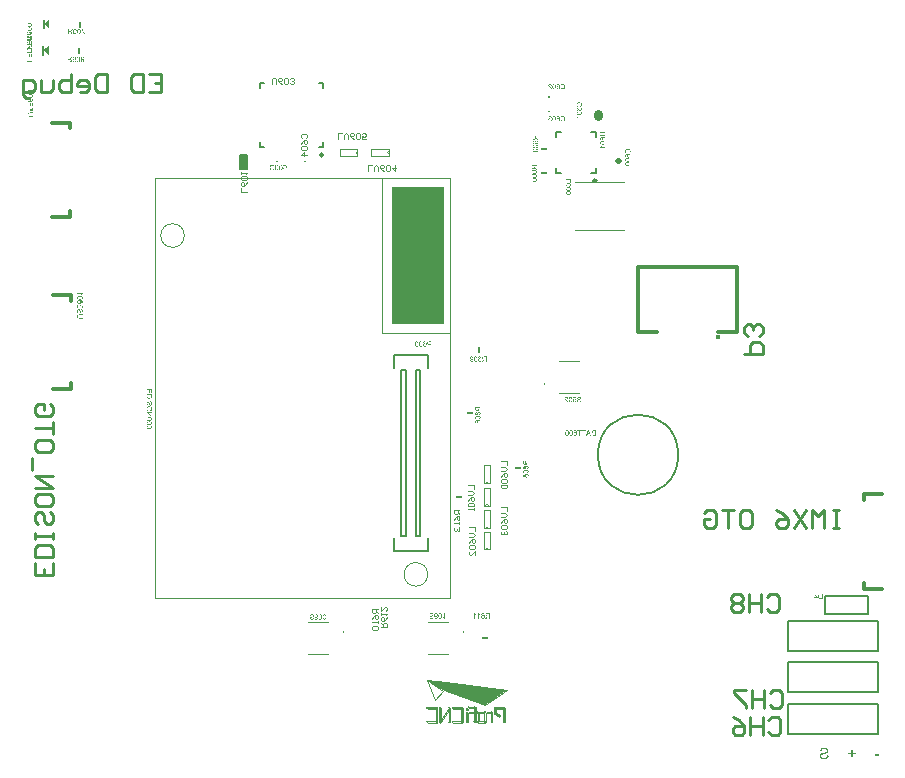
<source format=gbo>
%FSLAX42Y42*%
%MOMM*%
G71*
G01*
G75*
G04 Layer_Color=32896*
%ADD10C,0.15*%
%ADD11C,0.50*%
%ADD12C,0.80*%
%ADD13C,0.20*%
%ADD14C,0.25*%
%ADD15C,1.00*%
%ADD16C,4.10*%
%ADD17C,1.30*%
%ADD18C,2.54*%
%ADD19R,1.50X1.50*%
%ADD20C,1.50*%
%ADD21C,2.30*%
%ADD22C,2.55*%
%ADD23C,3.00*%
%ADD24C,0.60*%
%ADD25C,0.50*%
%ADD26R,0.61X0.51*%
%ADD27R,0.71X1.32*%
G04:AMPARAMS|DCode=28|XSize=0.51mm|YSize=0.61mm|CornerRadius=0.13mm|HoleSize=0mm|Usage=FLASHONLY|Rotation=0.000|XOffset=0mm|YOffset=0mm|HoleType=Round|Shape=RoundedRectangle|*
%AMROUNDEDRECTD28*
21,1,0.51,0.36,0,0,0.0*
21,1,0.25,0.61,0,0,0.0*
1,1,0.25,0.13,-0.18*
1,1,0.25,-0.13,-0.18*
1,1,0.25,-0.13,0.18*
1,1,0.25,0.13,0.18*
%
%ADD28ROUNDEDRECTD28*%
%ADD29R,0.30X0.30*%
%ADD30R,0.30X0.50*%
%ADD31R,0.30X0.30*%
%ADD32R,0.50X0.30*%
%ADD33R,3.30X3.30*%
%ADD34R,0.30X0.45*%
%ADD35R,0.45X0.30*%
%ADD36R,0.98X3.40*%
%ADD37R,1.42X1.07*%
%ADD38R,1.91X1.19*%
%ADD39R,1.91X2.39*%
%ADD40R,2.11X1.50*%
%ADD41R,1.70X0.46*%
%ADD42R,0.51X0.61*%
%ADD43R,0.61X0.91*%
G04:AMPARAMS|DCode=44|XSize=0.71mm|YSize=1.32mm|CornerRadius=0.18mm|HoleSize=0mm|Usage=FLASHONLY|Rotation=0.000|XOffset=0mm|YOffset=0mm|HoleType=Round|Shape=RoundedRectangle|*
%AMROUNDEDRECTD44*
21,1,0.71,0.97,0,0,0.0*
21,1,0.36,1.32,0,0,0.0*
1,1,0.36,0.18,-0.48*
1,1,0.36,-0.18,-0.48*
1,1,0.36,-0.18,0.48*
1,1,0.36,0.18,0.48*
%
%ADD44ROUNDEDRECTD44*%
G04:AMPARAMS|DCode=45|XSize=0.61mm|YSize=0.91mm|CornerRadius=0.15mm|HoleSize=0mm|Usage=FLASHONLY|Rotation=90.000|XOffset=0mm|YOffset=0mm|HoleType=Round|Shape=RoundedRectangle|*
%AMROUNDEDRECTD45*
21,1,0.61,0.61,0,0,90.0*
21,1,0.30,0.91,0,0,90.0*
1,1,0.30,0.30,0.15*
1,1,0.30,0.30,-0.15*
1,1,0.30,-0.30,-0.15*
1,1,0.30,-0.30,0.15*
%
%ADD45ROUNDEDRECTD45*%
%ADD46R,0.71X0.20*%
%ADD47O,0.28X0.85*%
%ADD48O,0.85X0.28*%
%ADD49R,1.70X1.70*%
%ADD50R,3.02X0.76*%
%ADD51R,1.22X0.71*%
%ADD52R,1.70X0.40*%
G04:AMPARAMS|DCode=53|XSize=0.61mm|YSize=1.7mm|CornerRadius=0.3mm|HoleSize=0mm|Usage=FLASHONLY|Rotation=0.000|XOffset=0mm|YOffset=0mm|HoleType=Round|Shape=RoundedRectangle|*
%AMROUNDEDRECTD53*
21,1,0.61,1.09,0,0,0.0*
21,1,0.00,1.70,0,0,0.0*
1,1,0.61,0.00,-0.55*
1,1,0.61,0.00,-0.55*
1,1,0.61,0.00,0.55*
1,1,0.61,0.00,0.55*
%
%ADD53ROUNDEDRECTD53*%
G04:AMPARAMS|DCode=54|XSize=2.82mm|YSize=1.02mm|CornerRadius=0.51mm|HoleSize=0mm|Usage=FLASHONLY|Rotation=270.000|XOffset=0mm|YOffset=0mm|HoleType=Round|Shape=RoundedRectangle|*
%AMROUNDEDRECTD54*
21,1,2.82,0.00,0,0,270.0*
21,1,1.80,1.02,0,0,270.0*
1,1,1.02,0.00,-0.90*
1,1,1.02,0.00,0.90*
1,1,1.02,0.00,0.90*
1,1,1.02,0.00,-0.90*
%
%ADD54ROUNDEDRECTD54*%
%ADD55C,0.38*%
%ADD56C,0.60*%
%ADD57C,0.13*%
%ADD58R,0.60X0.15*%
%ADD59C,0.10*%
%ADD60C,1.50*%
%ADD61C,2.74*%
%ADD62R,1.70X1.70*%
%ADD63C,1.70*%
%ADD64C,2.51*%
%ADD65C,2.76*%
%ADD66C,3.20*%
%ADD67C,0.80*%
%ADD68R,0.66X0.56*%
%ADD69R,0.76X1.37*%
%ADD70R,0.42X0.62*%
%ADD71R,0.62X0.42*%
%ADD72R,3.42X3.42*%
%ADD73R,0.35X0.50*%
%ADD74R,0.50X0.35*%
%ADD75R,1.03X3.45*%
%ADD76R,1.47X1.12*%
%ADD77R,1.96X1.24*%
%ADD78R,1.96X2.44*%
%ADD79R,2.16X1.55*%
%ADD80R,1.75X0.51*%
%ADD81R,0.56X0.66*%
%ADD82R,0.66X0.97*%
%ADD83R,0.76X0.25*%
%ADD84O,0.42X0.99*%
%ADD85O,0.99X0.42*%
%ADD86R,1.84X1.84*%
%ADD87R,3.07X0.81*%
%ADD88R,1.42X0.91*%
%ADD89R,2.11X1.40*%
%ADD90R,2.11X2.59*%
%ADD91R,2.31X1.70*%
%ADD92R,1.91X0.66*%
%ADD93R,1.91X0.60*%
G04:AMPARAMS|DCode=94|XSize=0.81mm|YSize=1.91mm|CornerRadius=0.41mm|HoleSize=0mm|Usage=FLASHONLY|Rotation=0.000|XOffset=0mm|YOffset=0mm|HoleType=Round|Shape=RoundedRectangle|*
%AMROUNDEDRECTD94*
21,1,0.81,1.09,0,0,0.0*
21,1,0.00,1.91,0,0,0.0*
1,1,0.81,0.00,-0.55*
1,1,0.81,0.00,-0.55*
1,1,0.81,0.00,0.55*
1,1,0.81,0.00,0.55*
%
%ADD94ROUNDEDRECTD94*%
G04:AMPARAMS|DCode=95|XSize=3.02mm|YSize=1.22mm|CornerRadius=0.61mm|HoleSize=0mm|Usage=FLASHONLY|Rotation=270.000|XOffset=0mm|YOffset=0mm|HoleType=Round|Shape=RoundedRectangle|*
%AMROUNDEDRECTD95*
21,1,3.02,0.00,0,0,270.0*
21,1,1.80,1.22,0,0,270.0*
1,1,1.22,0.00,-0.90*
1,1,1.22,0.00,0.90*
1,1,1.22,0.00,0.90*
1,1,1.22,0.00,-0.90*
%
%ADD95ROUNDEDRECTD95*%
%ADD96R,0.30X0.60*%
%ADD97R,0.60X0.30*%
%ADD98R,0.30X0.60*%
%ADD99R,0.70X0.70*%
%ADD100R,0.70X0.70*%
G04:AMPARAMS|DCode=101|XSize=0.56mm|YSize=0.66mm|CornerRadius=0.15mm|HoleSize=0mm|Usage=FLASHONLY|Rotation=0.000|XOffset=0mm|YOffset=0mm|HoleType=Round|Shape=RoundedRectangle|*
%AMROUNDEDRECTD101*
21,1,0.56,0.36,0,0,0.0*
21,1,0.25,0.66,0,0,0.0*
1,1,0.30,0.13,-0.18*
1,1,0.30,-0.13,-0.18*
1,1,0.30,-0.13,0.18*
1,1,0.30,0.13,0.18*
%
%ADD101ROUNDEDRECTD101*%
%ADD102R,0.00X0.00*%
G04:AMPARAMS|DCode=103|XSize=0.76mm|YSize=1.37mm|CornerRadius=0.2mm|HoleSize=0mm|Usage=FLASHONLY|Rotation=0.000|XOffset=0mm|YOffset=0mm|HoleType=Round|Shape=RoundedRectangle|*
%AMROUNDEDRECTD103*
21,1,0.76,0.97,0,0,0.0*
21,1,0.36,1.37,0,0,0.0*
1,1,0.41,0.18,-0.48*
1,1,0.41,-0.18,-0.48*
1,1,0.41,-0.18,0.48*
1,1,0.41,0.18,0.48*
%
%ADD103ROUNDEDRECTD103*%
G04:AMPARAMS|DCode=104|XSize=0.66mm|YSize=0.97mm|CornerRadius=0.18mm|HoleSize=0mm|Usage=FLASHONLY|Rotation=90.000|XOffset=0mm|YOffset=0mm|HoleType=Round|Shape=RoundedRectangle|*
%AMROUNDEDRECTD104*
21,1,0.66,0.61,0,0,90.0*
21,1,0.30,0.97,0,0,90.0*
1,1,0.36,0.30,0.15*
1,1,0.36,0.30,-0.15*
1,1,0.36,-0.30,-0.15*
1,1,0.36,-0.30,0.15*
%
%ADD104ROUNDEDRECTD104*%
%ADD105O,0.23X0.80*%
%ADD106O,0.80X0.23*%
%ADD107C,0.25*%
%ADD108C,0.10*%
%ADD109C,0.20*%
%ADD110C,0.01*%
%ADD111C,0.01*%
%ADD112C,0.15*%
%ADD113C,0.10*%
%ADD114C,0.30*%
%ADD115C,0.76*%
%ADD116C,0.51*%
%ADD117C,0.01*%
%ADD118R,0.60X1.16*%
%ADD119R,0.15X0.60*%
%ADD120R,0.53X0.12*%
%ADD121R,0.12X0.72*%
%ADD122R,0.53X0.12*%
%ADD123R,0.07X0.12*%
%ADD124R,0.12X0.72*%
%ADD125R,0.06X0.06*%
%ADD126R,0.06X0.12*%
%ADD127R,0.06X0.06*%
%ADD128R,0.04X0.04*%
%ADD129R,0.03X0.01*%
%ADD130R,0.07X0.00*%
%ADD131R,0.08X0.11*%
%ADD132R,0.03X0.09*%
%ADD133R,0.06X0.07*%
%ADD134R,0.03X0.00*%
%ADD135R,0.11X0.04*%
%ADD136R,0.09X0.05*%
%ADD137R,0.07X0.02*%
%ADD138R,0.03X0.02*%
%ADD139R,0.02X0.03*%
%ADD140R,0.11X0.03*%
%ADD141R,0.01X0.03*%
%ADD142R,0.09X0.05*%
%ADD143R,0.08X0.05*%
%ADD144R,0.03X0.05*%
%ADD145R,0.01X0.04*%
%ADD146R,0.02X0.03*%
%ADD147R,0.06X0.07*%
%ADD148R,0.02X0.04*%
%ADD149R,0.09X0.03*%
%ADD150R,0.03X0.06*%
%ADD151R,0.03X0.04*%
%ADD152R,0.02X0.05*%
%ADD153R,0.04X0.05*%
%ADD154R,0.03X0.00*%
%ADD155R,0.05X0.03*%
%ADD156R,0.04X0.00*%
%ADD157R,0.02X0.03*%
%ADD158R,0.01X0.01*%
%ADD159R,0.02X0.03*%
%ADD160R,0.02X0.03*%
%ADD161R,0.01X0.02*%
%ADD162R,0.01X0.01*%
%ADD163R,0.03X0.04*%
%ADD164R,0.12X0.72*%
%ADD165R,0.06X0.01*%
%ADD166R,0.05X1.33*%
%ADD167R,0.11X0.02*%
%ADD168R,0.10X0.01*%
%ADD169R,0.02X0.02*%
%ADD170R,0.02X0.01*%
G36*
X-265Y-2144D02*
X-265Y-2144D01*
X-265Y-2144D01*
X-265Y-2144D01*
D02*
G37*
G36*
X458Y2990D02*
X459Y2990D01*
X460Y2990D01*
X461Y2990D01*
X462Y2990D01*
X463Y2990D01*
X464Y2990D01*
X464Y2989D01*
X465Y2989D01*
X466Y2989D01*
X466Y2989D01*
X467Y2989D01*
X468Y2989D01*
X468Y2988D01*
X469Y2988D01*
X469Y2988D01*
X470Y2988D01*
X470Y2988D01*
X470Y2987D01*
X471Y2987D01*
X471Y2987D01*
X472Y2987D01*
X472Y2986D01*
X472Y2986D01*
X473Y2986D01*
X473Y2986D01*
X474Y2985D01*
X474Y2984D01*
X475Y2983D01*
X476Y2982D01*
X476Y2981D01*
X476Y2981D01*
X477Y2980D01*
X477Y2979D01*
X477Y2978D01*
X477Y2977D01*
X478Y2977D01*
X478Y2976D01*
X478Y2975D01*
Y2975D01*
X478Y2975D01*
Y2975D01*
Y2975D01*
Y2975D01*
Y2975D01*
X478Y2974D01*
X478Y2973D01*
X478Y2973D01*
X477Y2972D01*
X477Y2971D01*
X477Y2971D01*
X477Y2970D01*
X477Y2970D01*
X477Y2969D01*
X476Y2969D01*
X476Y2969D01*
X476Y2968D01*
X476Y2968D01*
X476Y2968D01*
X476Y2968D01*
X476Y2968D01*
X475Y2967D01*
X475Y2967D01*
X475Y2966D01*
X474Y2966D01*
X474Y2965D01*
X473Y2965D01*
X473Y2964D01*
X472Y2964D01*
X472Y2964D01*
X472Y2963D01*
X471Y2963D01*
X471Y2963D01*
X471Y2963D01*
X470Y2963D01*
X470Y2963D01*
X470Y2963D01*
X470Y2962D01*
X469Y2962D01*
X468Y2962D01*
X468Y2962D01*
X467Y2961D01*
X466Y2961D01*
X466Y2961D01*
X465Y2961D01*
X464Y2961D01*
X464Y2961D01*
X464Y2961D01*
X463Y2961D01*
X463Y2961D01*
X462D01*
X461Y2961D01*
X460Y2961D01*
X459Y2961D01*
X458Y2961D01*
X457Y2962D01*
X456Y2962D01*
X456Y2962D01*
X455Y2963D01*
X454Y2963D01*
X454Y2963D01*
X453Y2964D01*
X453Y2964D01*
X452Y2964D01*
X452Y2965D01*
X452Y2965D01*
X452Y2965D01*
X451Y2965D01*
X451Y2966D01*
X450Y2967D01*
X450Y2968D01*
X449Y2969D01*
X449Y2969D01*
X449Y2970D01*
X448Y2971D01*
X448Y2971D01*
X448Y2972D01*
X448Y2973D01*
X448Y2973D01*
X448Y2973D01*
X448Y2974D01*
Y2974D01*
Y2974D01*
Y2975D01*
X448Y2975D01*
X448Y2976D01*
X448Y2977D01*
X449Y2978D01*
X449Y2978D01*
X449Y2979D01*
X449Y2979D01*
X449Y2979D01*
X449Y2980D01*
X449Y2980D01*
X449Y2980D01*
X449Y2980D01*
X449Y2980D01*
X450Y2981D01*
X450Y2981D01*
X451Y2982D01*
X452Y2983D01*
X452Y2983D01*
X452Y2984D01*
X453Y2984D01*
X453Y2984D01*
X453Y2984D01*
X453Y2985D01*
X454Y2985D01*
X454Y2985D01*
X454Y2985D01*
X454Y2985D01*
X453Y2985D01*
X452Y2985D01*
X450Y2985D01*
X449Y2985D01*
X449Y2985D01*
X448Y2984D01*
X447Y2984D01*
X446Y2984D01*
X446Y2984D01*
X445Y2984D01*
X445Y2984D01*
X444Y2984D01*
X444Y2983D01*
X444Y2983D01*
X444Y2983D01*
X444D01*
X443Y2983D01*
X442Y2983D01*
X442Y2982D01*
X441Y2982D01*
X441Y2982D01*
X440Y2981D01*
X440Y2981D01*
X440Y2981D01*
X439Y2980D01*
X439Y2980D01*
X439Y2980D01*
X438Y2980D01*
X438Y2980D01*
X438Y2979D01*
X438Y2979D01*
X438Y2979D01*
X438Y2979D01*
X438Y2978D01*
X437Y2978D01*
X437Y2977D01*
X437Y2976D01*
X437Y2976D01*
X437Y2976D01*
X437Y2975D01*
Y2975D01*
X437Y2975D01*
Y2975D01*
Y2975D01*
Y2975D01*
X437Y2974D01*
X437Y2973D01*
X437Y2973D01*
X437Y2972D01*
X437Y2972D01*
X437Y2972D01*
X438Y2971D01*
X438Y2971D01*
X438Y2970D01*
X438Y2970D01*
X438Y2970D01*
X439Y2970D01*
X439Y2969D01*
X439Y2969D01*
X439Y2969D01*
X439Y2969D01*
X439Y2969D01*
X440Y2969D01*
X440Y2968D01*
X441Y2968D01*
X442Y2968D01*
X443Y2967D01*
X443Y2967D01*
X443Y2967D01*
X443Y2967D01*
X444Y2967D01*
X444Y2967D01*
X444D01*
X443Y2962D01*
X442Y2962D01*
X441Y2962D01*
X441Y2962D01*
X440Y2963D01*
X439Y2963D01*
X438Y2963D01*
X438Y2964D01*
X437Y2964D01*
X437Y2964D01*
X436Y2965D01*
X436Y2965D01*
X436Y2965D01*
X435Y2965D01*
X435Y2966D01*
X435Y2966D01*
X435Y2966D01*
X435Y2966D01*
X434Y2967D01*
X434Y2968D01*
X433Y2968D01*
X433Y2969D01*
X433Y2970D01*
X433Y2971D01*
X432Y2971D01*
X432Y2972D01*
X432Y2972D01*
X432Y2973D01*
X432Y2973D01*
Y2974D01*
X432Y2974D01*
Y2974D01*
Y2974D01*
X432Y2976D01*
X432Y2977D01*
X433Y2978D01*
X433Y2979D01*
X433Y2980D01*
X434Y2981D01*
X434Y2982D01*
X435Y2983D01*
X435Y2983D01*
X436Y2984D01*
X436Y2984D01*
X436Y2985D01*
X437Y2985D01*
X437Y2985D01*
X437Y2985D01*
X437Y2986D01*
X438Y2986D01*
X438Y2986D01*
X439Y2987D01*
X440Y2987D01*
X441Y2988D01*
X443Y2988D01*
X444Y2989D01*
X446Y2989D01*
X447Y2989D01*
X449Y2990D01*
X450Y2990D01*
X452Y2990D01*
X452Y2990D01*
X453Y2990D01*
X453Y2990D01*
X454Y2990D01*
X454D01*
X455Y2990D01*
X455D01*
X455Y2990D01*
X457D01*
X458Y2990D01*
D02*
G37*
G36*
X455Y3035D02*
X457Y3035D01*
X458Y3034D01*
X459Y3034D01*
X460Y3034D01*
X461Y3034D01*
X462Y3034D01*
X463Y3033D01*
X463Y3033D01*
X464Y3033D01*
X465Y3033D01*
X465Y3033D01*
X466Y3032D01*
X466Y3032D01*
X466Y3032D01*
X466Y3032D01*
X466D01*
X467Y3032D01*
X468Y3031D01*
X469Y3031D01*
X470Y3030D01*
X471Y3030D01*
X471Y3029D01*
X472Y3028D01*
X473Y3028D01*
X473Y3027D01*
X474Y3027D01*
X474Y3027D01*
X474Y3026D01*
X474Y3026D01*
X475Y3026D01*
X475Y3025D01*
X475Y3025D01*
X475Y3025D01*
X476Y3024D01*
X476Y3023D01*
X476Y3022D01*
X477Y3021D01*
X477Y3020D01*
X477Y3019D01*
X477Y3018D01*
X477Y3017D01*
X478Y3016D01*
X478Y3015D01*
X478Y3015D01*
Y3014D01*
X478Y3014D01*
Y3014D01*
Y3014D01*
Y3014D01*
Y3014D01*
Y3014D01*
X478Y3012D01*
X478Y3011D01*
X477Y3010D01*
X477Y3009D01*
X477Y3008D01*
X476Y3007D01*
X476Y3006D01*
X476Y3005D01*
X475Y3004D01*
X475Y3004D01*
X475Y3003D01*
X474Y3003D01*
X474Y3002D01*
X474Y3002D01*
X474Y3002D01*
X474Y3002D01*
X473Y3001D01*
X472Y3000D01*
X471Y2999D01*
X471Y2999D01*
X470Y2998D01*
X469Y2998D01*
X468Y2997D01*
X467Y2997D01*
X466Y2996D01*
X465Y2996D01*
X465Y2996D01*
X464Y2995D01*
X463Y2995D01*
X463Y2995D01*
X463Y2995D01*
X463Y2995D01*
X463Y2995D01*
X463Y2995D01*
X463D01*
X461Y3001D01*
X462Y3001D01*
X463Y3002D01*
X464Y3002D01*
X465Y3002D01*
X466Y3003D01*
X466Y3003D01*
X467Y3003D01*
X468Y3004D01*
X468Y3004D01*
X469Y3005D01*
X469Y3005D01*
X469Y3005D01*
X469Y3005D01*
X470Y3006D01*
X470Y3006D01*
X470Y3006D01*
X470Y3006D01*
X471Y3007D01*
X471Y3008D01*
X471Y3008D01*
X472Y3009D01*
X472Y3010D01*
X472Y3011D01*
X472Y3011D01*
X472Y3012D01*
X472Y3012D01*
X473Y3013D01*
X473Y3013D01*
Y3014D01*
X473Y3014D01*
Y3014D01*
Y3014D01*
X473Y3015D01*
X473Y3016D01*
X472Y3016D01*
X472Y3017D01*
X472Y3018D01*
X472Y3018D01*
X472Y3019D01*
X472Y3019D01*
X471Y3020D01*
X471Y3020D01*
X471Y3021D01*
X471Y3021D01*
X471Y3021D01*
X471Y3022D01*
X471Y3022D01*
X471Y3022D01*
X470Y3022D01*
X470Y3023D01*
X469Y3023D01*
X469Y3024D01*
X468Y3024D01*
X468Y3025D01*
X467Y3025D01*
X467Y3026D01*
X466Y3026D01*
X466Y3026D01*
X465Y3026D01*
X465Y3027D01*
X465Y3027D01*
X464Y3027D01*
X464Y3027D01*
X464Y3027D01*
X463Y3027D01*
X463Y3027D01*
X462Y3028D01*
X461Y3028D01*
X459Y3028D01*
X458Y3028D01*
X458Y3028D01*
X457Y3028D01*
X456Y3028D01*
X456Y3028D01*
X455Y3028D01*
X455Y3029D01*
X454D01*
X453Y3028D01*
X453Y3028D01*
X451Y3028D01*
X450Y3028D01*
X450Y3028D01*
X449Y3028D01*
X448Y3028D01*
X448Y3028D01*
X447Y3028D01*
X447Y3027D01*
X446Y3027D01*
X446Y3027D01*
X446Y3027D01*
X446Y3027D01*
X446D01*
X445Y3027D01*
X444Y3027D01*
X444Y3026D01*
X443Y3026D01*
X442Y3025D01*
X442Y3025D01*
X441Y3025D01*
X441Y3024D01*
X440Y3024D01*
X440Y3023D01*
X440Y3023D01*
X440Y3023D01*
X439Y3023D01*
X439Y3022D01*
X439Y3022D01*
X439Y3022D01*
X439Y3022D01*
X438Y3021D01*
X438Y3020D01*
X438Y3019D01*
X437Y3019D01*
X437Y3018D01*
X437Y3017D01*
X437Y3017D01*
X437Y3016D01*
X437Y3015D01*
X437Y3015D01*
X437Y3015D01*
X437Y3014D01*
Y3014D01*
Y3014D01*
Y3014D01*
X437Y3013D01*
X437Y3012D01*
X437Y3011D01*
X437Y3011D01*
X437Y3010D01*
X437Y3009D01*
X437Y3009D01*
X438Y3008D01*
X438Y3008D01*
X438Y3007D01*
X438Y3007D01*
X438Y3007D01*
X439Y3007D01*
X439Y3006D01*
X439Y3006D01*
X439Y3006D01*
X439Y3006D01*
X440Y3005D01*
X440Y3005D01*
X441Y3004D01*
X441Y3004D01*
X442Y3004D01*
X443Y3003D01*
X443Y3003D01*
X444Y3003D01*
X444Y3002D01*
X445Y3002D01*
X445Y3002D01*
X445Y3002D01*
X446Y3002D01*
X446Y3002D01*
X446Y3002D01*
X445Y2996D01*
X443Y2996D01*
X442Y2997D01*
X441Y2997D01*
X440Y2998D01*
X440Y2998D01*
X439Y2999D01*
X438Y2999D01*
X437Y3000D01*
X437Y3000D01*
X436Y3001D01*
X436Y3001D01*
X436Y3002D01*
X435Y3002D01*
X435Y3002D01*
X435Y3002D01*
X435Y3002D01*
X434Y3003D01*
X434Y3004D01*
X433Y3005D01*
X433Y3006D01*
X433Y3007D01*
X432Y3008D01*
X432Y3009D01*
X432Y3010D01*
X432Y3010D01*
X432Y3011D01*
X432Y3012D01*
X432Y3012D01*
X432Y3013D01*
X432Y3013D01*
Y3013D01*
Y3013D01*
Y3013D01*
Y3014D01*
Y3014D01*
X432Y3015D01*
X432Y3016D01*
X432Y3017D01*
X432Y3018D01*
X432Y3019D01*
X432Y3020D01*
X433Y3020D01*
X433Y3021D01*
X433Y3022D01*
X433Y3023D01*
X434Y3023D01*
X434Y3024D01*
X434Y3024D01*
X434Y3024D01*
X434Y3024D01*
X434Y3024D01*
X435Y3025D01*
X435Y3026D01*
X436Y3027D01*
X437Y3028D01*
X437Y3028D01*
X438Y3029D01*
X439Y3030D01*
X439Y3030D01*
X440Y3030D01*
X440Y3031D01*
X441Y3031D01*
X441Y3031D01*
X442Y3032D01*
X442Y3032D01*
X442Y3032D01*
X442Y3032D01*
X443Y3032D01*
X444Y3033D01*
X445Y3033D01*
X446Y3033D01*
X447Y3034D01*
X448Y3034D01*
X449Y3034D01*
X450Y3034D01*
X451Y3034D01*
X452Y3034D01*
X453Y3035D01*
X453Y3035D01*
X454D01*
X454Y3035D01*
X454D01*
X455Y3035D01*
D02*
G37*
G36*
X-4218Y3385D02*
X-4178D01*
Y3380D01*
X-4223D01*
Y3407D01*
X-4218D01*
Y3385D01*
D02*
G37*
G36*
X-317Y-2125D02*
X-317Y-2126D01*
X-288Y-2126D01*
Y-2125D01*
X-287Y-2125D01*
Y-2125D01*
X-285Y-2126D01*
X-283Y-2127D01*
X-283Y-2127D01*
X-283Y-2127D01*
X-283Y-2127D01*
X-283Y-2127D01*
X-282Y-2128D01*
X-283Y-2128D01*
X-282Y-2128D01*
X-282Y-2128D01*
X-282Y-2128D01*
X-282Y-2129D01*
X-282Y-2129D01*
X-282Y-2129D01*
X-282Y-2129D01*
X-282Y-2129D01*
X-282Y-2129D01*
D01*
X-281Y-2130D01*
X-281Y-2130D01*
X-281Y-2130D01*
X-281Y-2131D01*
X-281Y-2131D01*
X-281Y-2132D01*
X-281D01*
X-281Y-2132D01*
X-281Y-2210D01*
X-281Y-2210D01*
X-281Y-2210D01*
X-281Y-2210D01*
X-281Y-2210D01*
X-281Y-2210D01*
X-281Y-2210D01*
X-281Y-2210D01*
X-281Y-2210D01*
X-281Y-2211D01*
X-281Y-2211D01*
X-281Y-2211D01*
X-281Y-2211D01*
X-281Y-2211D01*
X-282Y-2212D01*
X-282Y-2212D01*
X-282Y-2213D01*
X-282Y-2213D01*
X-282Y-2213D01*
X-282Y-2213D01*
X-282Y-2213D01*
X-282Y-2213D01*
X-282Y-2213D01*
X-282Y-2214D01*
X-282Y-2214D01*
X-282Y-2214D01*
X-282Y-2214D01*
X-282Y-2214D01*
X-283Y-2215D01*
X-283Y-2215D01*
X-283Y-2215D01*
X-283Y-2215D01*
X-283Y-2215D01*
X-283Y-2215D01*
X-284Y-2215D01*
X-284Y-2215D01*
X-287Y-2217D01*
X-287Y-2216D01*
X-287Y-2217D01*
X-287D01*
X-287Y-2217D01*
X-288Y-2217D01*
X-288Y-2217D01*
Y-2217D01*
X-288Y-2217D01*
Y-2217D01*
X-288Y-2217D01*
X-288Y-2216D01*
X-288Y-2217D01*
X-291Y-2216D01*
X-292Y-2215D01*
X-292Y-2215D01*
X-293Y-2215D01*
X-292Y-2215D01*
X-293Y-2215D01*
X-293Y-2215D01*
X-293Y-2214D01*
X-293Y-2214D01*
D01*
X-293Y-2214D01*
X-293Y-2214D01*
X-293Y-2214D01*
X-293Y-2214D01*
X-293Y-2214D01*
X-293Y-2213D01*
X-293Y-2213D01*
X-294Y-2213D01*
X-294D01*
D01*
X-293Y-2213D01*
X-294Y-2213D01*
X-294Y-2213D01*
X-294Y-2212D01*
X-294Y-2212D01*
X-294Y-2212D01*
X-294Y-2211D01*
X-294Y-2211D01*
X-295Y-2210D01*
X-295Y-2210D01*
X-294Y-2210D01*
X-294Y-2210D01*
X-294Y-2210D01*
X-294Y-2210D01*
D01*
D01*
X-294Y-2210D01*
X-294Y-2210D01*
X-294Y-2210D01*
D01*
X-294Y-2210D01*
X-295Y-2210D01*
X-295Y-2210D01*
X-295Y-2210D01*
X-295Y-2210D01*
X-295Y-2210D01*
X-294Y-2210D01*
X-294Y-2210D01*
X-294Y-2210D01*
X-294D01*
Y-2210D01*
X-294Y-2210D01*
X-295Y-2210D01*
X-295Y-2210D01*
X-295Y-2210D01*
X-295Y-2210D01*
D01*
D01*
D01*
Y-2210D01*
Y-2210D01*
X-294Y-2210D01*
X-294Y-2138D01*
X-317D01*
Y-2139D01*
X-317Y-2139D01*
X-317Y-2138D01*
X-317Y-2138D01*
X-317Y-2138D01*
Y-2138D01*
X-317Y-2139D01*
X-317Y-2139D01*
X-317Y-2138D01*
X-317Y-2139D01*
X-317Y-2139D01*
X-317Y-2139D01*
X-317Y-2139D01*
X-317Y-2139D01*
X-317Y-2139D01*
X-317Y-2139D01*
D01*
D01*
Y-2139D01*
X-317Y-2139D01*
D01*
X-317Y-2139D01*
X-317Y-2139D01*
X-317Y-2139D01*
X-317Y-2138D01*
X-317Y-2138D01*
X-317Y-2138D01*
X-317Y-2138D01*
X-317Y-2139D01*
X-317Y-2139D01*
D01*
X-317D01*
X-317Y-2139D01*
Y-2139D01*
D01*
D01*
X-317Y-2139D01*
X-317Y-2139D01*
X-317Y-2139D01*
X-317Y-2139D01*
X-318Y-2139D01*
X-317Y-2138D01*
X-317Y-2138D01*
X-317Y-2138D01*
X-318Y-2138D01*
X-318Y-2138D01*
X-318Y-2139D01*
X-318Y-2139D01*
X-318Y-2138D01*
X-318Y-2138D01*
X-318Y-2138D01*
X-318Y-2138D01*
X-318Y-2138D01*
X-318D01*
Y-2138D01*
X-318Y-2138D01*
X-318Y-2138D01*
X-318Y-2138D01*
X-318Y-2138D01*
X-318Y-2138D01*
D01*
X-318Y-2138D01*
X-318Y-2138D01*
X-318Y-2138D01*
X-318Y-2138D01*
X-318Y-2138D01*
X-318Y-2139D01*
X-318Y-2139D01*
X-318Y-2139D01*
X-318Y-2139D01*
X-318Y-2138D01*
X-318Y-2138D01*
X-318Y-2138D01*
X-318Y-2138D01*
X-318Y-2138D01*
X-318Y-2138D01*
X-318Y-2138D01*
X-318Y-2138D01*
X-318Y-2138D01*
X-318Y-2138D01*
X-318Y-2139D01*
X-318Y-2139D01*
X-318Y-2139D01*
X-318Y-2139D01*
X-318Y-2138D01*
X-318Y-2139D01*
X-318Y-2138D01*
X-318Y-2138D01*
X-318Y-2138D01*
X-318Y-2138D01*
X-319Y-2138D01*
X-319Y-2138D01*
D01*
X-319Y-2138D01*
X-319Y-2138D01*
X-319Y-2138D01*
Y-2138D01*
X-319Y-2138D01*
X-319Y-2138D01*
X-319Y-2138D01*
X-319Y-2138D01*
X-320Y-2138D01*
Y-2138D01*
X-320Y-2138D01*
X-320D01*
X-320Y-2138D01*
X-320Y-2138D01*
X-322Y-2137D01*
X-322Y-2136D01*
X-322Y-2136D01*
X-322Y-2136D01*
X-322Y-2136D01*
X-322Y-2136D01*
X-323Y-2135D01*
X-323Y-2135D01*
X-323Y-2135D01*
X-323Y-2135D01*
X-323Y-2135D01*
X-323Y-2134D01*
X-323Y-2134D01*
X-323Y-2134D01*
X-323Y-2134D01*
X-323Y-2134D01*
X-323Y-2134D01*
X-323Y-2134D01*
X-323Y-2134D01*
X-323Y-2134D01*
X-323Y-2134D01*
Y-2134D01*
X-323D01*
X-323D01*
X-323Y-2134D01*
X-323Y-2134D01*
X-323Y-2133D01*
X-323Y-2133D01*
X-323Y-2133D01*
X-323Y-2133D01*
X-323Y-2133D01*
X-324Y-2133D01*
X-323Y-2133D01*
X-323Y-2133D01*
X-323Y-2133D01*
X-323Y-2133D01*
X-323Y-2133D01*
X-323Y-2133D01*
X-323Y-2133D01*
X-323D01*
Y-2133D01*
X-323Y-2133D01*
X-323Y-2133D01*
X-323Y-2133D01*
X-324Y-2133D01*
X-324Y-2133D01*
X-323Y-2133D01*
X-324Y-2133D01*
X-324Y-2133D01*
X-324Y-2133D01*
X-324Y-2133D01*
X-323Y-2133D01*
X-323Y-2133D01*
X-323Y-2133D01*
X-323Y-2133D01*
X-323Y-2133D01*
X-323Y-2133D01*
X-324Y-2133D01*
X-324Y-2133D01*
X-324Y-2133D01*
X-324Y-2133D01*
X-323Y-2133D01*
X-323Y-2133D01*
X-323Y-2132D01*
X-323Y-2132D01*
X-323Y-2132D01*
X-323Y-2133D01*
X-324Y-2132D01*
X-323Y-2132D01*
X-323Y-2132D01*
X-323Y-2132D01*
X-323Y-2132D01*
X-323Y-2132D01*
X-323Y-2132D01*
X-323Y-2132D01*
X-323Y-2132D01*
X-323Y-2132D01*
X-323Y-2132D01*
X-323Y-2132D01*
X-323Y-2132D01*
X-323Y-2132D01*
X-323Y-2132D01*
X-323Y-2132D01*
X-323Y-2132D01*
X-323Y-2132D01*
X-323Y-2132D01*
X-323Y-2132D01*
X-324Y-2132D01*
X-324Y-2132D01*
X-324Y-2132D01*
X-324D01*
X-324Y-2132D01*
X-324D01*
X-324Y-2132D01*
X-324Y-2132D01*
X-323D01*
X-323Y-2132D01*
X-323Y-2132D01*
X-323Y-2132D01*
X-323Y-2132D01*
X-323Y-2132D01*
X-323Y-2132D01*
X-323Y-2132D01*
X-323Y-2132D01*
X-323Y-2132D01*
X-323Y-2132D01*
X-323Y-2132D01*
X-323Y-2132D01*
X-323Y-2132D01*
X-323Y-2132D01*
X-323Y-2132D01*
X-323Y-2132D01*
X-323Y-2132D01*
X-323Y-2132D01*
X-323Y-2132D01*
X-323Y-2132D01*
X-323Y-2132D01*
X-323Y-2132D01*
Y-2132D01*
X-323Y-2132D01*
Y-2132D01*
X-323D01*
X-323Y-2132D01*
X-323Y-2132D01*
X-323Y-2132D01*
Y-2132D01*
X-323Y-2132D01*
D01*
X-323Y-2132D01*
X-323Y-2132D01*
X-323D01*
X-323Y-2132D01*
X-323Y-2132D01*
X-323Y-2132D01*
X-323Y-2132D01*
X-323Y-2132D01*
D01*
D01*
X-323Y-2132D01*
Y-2132D01*
X-323Y-2132D01*
X-323Y-2132D01*
X-323Y-2132D01*
X-323Y-2132D01*
X-324Y-2132D01*
X-324Y-2132D01*
X-324Y-2132D01*
X-323Y-2132D01*
X-323Y-2132D01*
X-324Y-2132D01*
X-324Y-2131D01*
X-323Y-2131D01*
D01*
X-324Y-2131D01*
X-324Y-2131D01*
X-323Y-2131D01*
X-323Y-2131D01*
X-324Y-2131D01*
X-324Y-2131D01*
X-323Y-2131D01*
X-324Y-2131D01*
X-323Y-2131D01*
X-323Y-2131D01*
X-323Y-2130D01*
X-323D01*
X-323Y-2130D01*
X-323D01*
X-322Y-2128D01*
X-322Y-2128D01*
X-322Y-2128D01*
X-322Y-2127D01*
X-321Y-2127D01*
X-321Y-2127D01*
X-321Y-2127D01*
X-321Y-2127D01*
X-320Y-2126D01*
X-320Y-2126D01*
X-320Y-2126D01*
X-320Y-2126D01*
X-320Y-2126D01*
X-320Y-2126D01*
X-320Y-2126D01*
X-320Y-2126D01*
Y-2126D01*
D01*
X-320Y-2126D01*
X-320Y-2126D01*
X-319Y-2126D01*
X-319Y-2126D01*
X-319Y-2126D01*
X-319D01*
Y-2126D01*
X-319Y-2126D01*
X-319Y-2126D01*
Y-2126D01*
X-319Y-2126D01*
Y-2126D01*
X-318Y-2126D01*
X-318Y-2126D01*
X-318Y-2125D01*
X-318Y-2125D01*
X-318Y-2125D01*
X-318Y-2125D01*
X-318Y-2125D01*
X-318Y-2126D01*
X-318Y-2125D01*
X-318Y-2125D01*
X-318Y-2126D01*
X-318Y-2125D01*
D01*
X-318Y-2125D01*
X-318Y-2125D01*
X-317Y-2125D01*
X-317Y-2126D01*
X-317Y-2125D01*
X-317Y-2125D01*
X-317Y-2125D01*
X-317Y-2125D01*
X-317Y-2125D01*
X-317Y-2125D01*
X-317Y-2125D01*
X-317Y-2125D01*
X-317Y-2125D01*
X-317Y-2125D01*
X-317Y-2126D01*
X-317Y-2126D01*
X-317Y-2126D01*
D01*
X-317Y-2126D01*
X-317D01*
X-317Y-2126D01*
X-317Y-2126D01*
X-317Y-2126D01*
X-317Y-2126D01*
X-317Y-2126D01*
X-317D01*
X-317Y-2126D01*
X-317Y-2125D01*
X-317Y-2125D01*
X-317Y-2125D01*
X-317Y-2125D01*
X-317D01*
X-317Y-2125D01*
D02*
G37*
G36*
X-469Y-2125D02*
X-469Y-2125D01*
X-469Y-2125D01*
X-469Y-2125D01*
D02*
G37*
G36*
X-468Y-2125D02*
X-469Y-2125D01*
X-468Y-2125D01*
X-468Y-2125D01*
D02*
G37*
G36*
X-469Y-2125D02*
X-469Y-2125D01*
X-469Y-2125D01*
X-469Y-2125D01*
D02*
G37*
G36*
X-4191Y3103D02*
X-4190Y3103D01*
X-4189Y3103D01*
X-4188Y3103D01*
X-4187Y3103D01*
X-4186Y3103D01*
X-4186Y3103D01*
X-4185Y3103D01*
X-4184Y3102D01*
X-4184Y3102D01*
X-4184Y3102D01*
X-4183Y3102D01*
X-4183Y3102D01*
X-4183Y3102D01*
X-4183D01*
X-4182Y3102D01*
X-4181Y3102D01*
X-4181Y3101D01*
X-4180Y3101D01*
X-4180Y3101D01*
X-4179Y3101D01*
X-4179Y3101D01*
X-4178Y3100D01*
X-4178Y3100D01*
X-4177Y3100D01*
X-4177Y3100D01*
X-4177Y3100D01*
X-4177Y3099D01*
X-4176Y3099D01*
X-4176Y3099D01*
X-4176Y3099D01*
X-4175Y3099D01*
X-4174Y3098D01*
X-4174Y3097D01*
X-4173Y3096D01*
X-4173Y3096D01*
X-4173Y3096D01*
X-4172Y3096D01*
X-4172Y3095D01*
X-4172Y3095D01*
X-4172Y3095D01*
X-4172Y3095D01*
Y3095D01*
X-4172Y3094D01*
X-4172Y3094D01*
X-4171Y3093D01*
X-4171Y3092D01*
X-4171Y3091D01*
X-4171Y3090D01*
X-4171Y3090D01*
X-4171Y3089D01*
Y3089D01*
X-4171Y3089D01*
Y3089D01*
Y3089D01*
Y3089D01*
X-4171Y3088D01*
X-4171Y3087D01*
X-4171Y3086D01*
X-4171Y3085D01*
X-4171Y3085D01*
X-4171Y3084D01*
X-4172Y3083D01*
X-4172Y3083D01*
X-4172Y3082D01*
X-4172Y3082D01*
X-4173Y3081D01*
X-4173Y3081D01*
X-4173Y3081D01*
X-4173Y3081D01*
X-4173Y3081D01*
X-4173Y3080D01*
X-4174Y3080D01*
X-4174Y3079D01*
X-4175Y3079D01*
X-4176Y3078D01*
X-4176Y3078D01*
X-4177Y3078D01*
X-4177Y3077D01*
X-4178Y3077D01*
X-4178Y3077D01*
X-4179Y3076D01*
X-4179Y3076D01*
X-4180Y3076D01*
X-4180Y3076D01*
X-4180Y3076D01*
X-4181Y3076D01*
X-4181Y3076D01*
X-4182Y3075D01*
X-4183Y3075D01*
X-4184Y3075D01*
X-4185Y3075D01*
X-4187Y3074D01*
X-4188Y3074D01*
X-4189Y3074D01*
X-4190Y3074D01*
X-4191Y3074D01*
X-4191Y3074D01*
X-4192Y3074D01*
X-4192D01*
X-4193Y3074D01*
X-4195D01*
X-4196Y3074D01*
X-4197Y3074D01*
X-4198Y3074D01*
X-4199Y3074D01*
X-4200Y3074D01*
X-4201Y3075D01*
X-4202Y3075D01*
X-4202Y3075D01*
X-4203Y3075D01*
X-4204Y3075D01*
X-4205Y3075D01*
X-4205Y3076D01*
X-4206Y3076D01*
X-4207Y3076D01*
X-4207Y3076D01*
X-4208Y3076D01*
X-4208Y3077D01*
X-4209Y3077D01*
X-4209Y3077D01*
X-4210Y3077D01*
X-4210Y3077D01*
X-4210Y3078D01*
X-4211Y3078D01*
X-4211Y3078D01*
X-4211Y3078D01*
X-4211Y3078D01*
X-4211Y3078D01*
X-4211Y3078D01*
X-4212Y3078D01*
X-4212Y3078D01*
X-4212D01*
X-4212Y3079D01*
X-4213Y3080D01*
X-4214Y3081D01*
X-4214Y3082D01*
X-4215Y3082D01*
X-4215Y3083D01*
X-4215Y3084D01*
X-4216Y3085D01*
X-4216Y3086D01*
X-4216Y3086D01*
X-4216Y3087D01*
X-4216Y3088D01*
X-4216Y3088D01*
X-4216Y3088D01*
Y3088D01*
Y3089D01*
Y3089D01*
Y3089D01*
X-4216Y3089D01*
X-4216Y3090D01*
X-4216Y3091D01*
X-4216Y3092D01*
X-4216Y3093D01*
X-4215Y3093D01*
X-4215Y3094D01*
X-4215Y3094D01*
X-4215Y3095D01*
X-4214Y3095D01*
X-4214Y3096D01*
X-4214Y3096D01*
X-4214Y3096D01*
X-4214Y3096D01*
X-4214Y3097D01*
X-4214Y3097D01*
X-4213Y3097D01*
X-4212Y3098D01*
X-4212Y3098D01*
X-4211Y3099D01*
X-4211Y3099D01*
X-4210Y3100D01*
X-4209Y3100D01*
X-4209Y3100D01*
X-4208Y3101D01*
X-4208Y3101D01*
X-4207Y3101D01*
X-4207Y3101D01*
X-4207Y3101D01*
X-4206Y3101D01*
X-4206Y3101D01*
X-4206Y3101D01*
X-4205Y3102D01*
X-4204Y3102D01*
X-4203Y3102D01*
X-4202Y3102D01*
X-4200Y3103D01*
X-4199Y3103D01*
X-4198Y3103D01*
X-4197Y3103D01*
X-4196Y3103D01*
X-4195Y3103D01*
X-4195Y3103D01*
X-4194D01*
X-4194Y3103D01*
X-4192D01*
X-4191Y3103D01*
D02*
G37*
G36*
X457Y2955D02*
X458Y2955D01*
X459Y2955D01*
X460Y2955D01*
X461Y2955D01*
X462Y2955D01*
X463Y2955D01*
X464Y2955D01*
X465Y2954D01*
X465Y2954D01*
X466Y2954D01*
X467Y2954D01*
X468Y2954D01*
X468Y2953D01*
X469Y2953D01*
X469Y2953D01*
X470Y2953D01*
X470Y2953D01*
X471Y2952D01*
X471Y2952D01*
X471Y2952D01*
X472Y2952D01*
X472Y2952D01*
X472Y2952D01*
X472Y2951D01*
X473Y2951D01*
X473Y2951D01*
X473Y2951D01*
X473Y2951D01*
X473Y2951D01*
X473D01*
X474Y2950D01*
X475Y2950D01*
X475Y2949D01*
X476Y2948D01*
X476Y2947D01*
X477Y2946D01*
X477Y2945D01*
X477Y2945D01*
X477Y2944D01*
X477Y2943D01*
X478Y2942D01*
X478Y2942D01*
X478Y2941D01*
X478Y2941D01*
Y2941D01*
Y2941D01*
Y2941D01*
Y2941D01*
X478Y2940D01*
X478Y2939D01*
X477Y2938D01*
X477Y2938D01*
X477Y2937D01*
X477Y2936D01*
X477Y2936D01*
X476Y2935D01*
X476Y2935D01*
X476Y2934D01*
X476Y2934D01*
X475Y2933D01*
X475Y2933D01*
X475Y2933D01*
X475Y2933D01*
X475Y2933D01*
X475Y2932D01*
X474Y2932D01*
X473Y2931D01*
X473Y2931D01*
X472Y2930D01*
X472Y2930D01*
X471Y2929D01*
X470Y2929D01*
X470Y2929D01*
X469Y2929D01*
X469Y2928D01*
X468Y2928D01*
X468Y2928D01*
X468Y2928D01*
X468Y2928D01*
X468Y2928D01*
X467Y2928D01*
X466Y2927D01*
X465Y2927D01*
X464Y2927D01*
X461Y2927D01*
X460Y2927D01*
X459Y2927D01*
X459Y2926D01*
X458Y2926D01*
X457Y2926D01*
X456Y2926D01*
X456D01*
X456Y2926D01*
X454D01*
X453Y2926D01*
X451Y2926D01*
X450Y2926D01*
X450Y2927D01*
X449Y2927D01*
X448Y2927D01*
X447Y2927D01*
X447Y2927D01*
X446Y2927D01*
X445Y2927D01*
X445Y2927D01*
X445Y2927D01*
X445Y2927D01*
X444Y2927D01*
X444D01*
X444Y2928D01*
X443Y2928D01*
X442Y2928D01*
X442Y2928D01*
X441Y2928D01*
X441Y2929D01*
X440Y2929D01*
X440Y2929D01*
X439Y2929D01*
X439Y2930D01*
X439Y2930D01*
X438Y2930D01*
X438Y2930D01*
X438Y2930D01*
X438Y2930D01*
X438Y2930D01*
X437Y2931D01*
X436Y2932D01*
X435Y2932D01*
X435Y2933D01*
X434Y2933D01*
X434Y2934D01*
X434Y2934D01*
X434Y2934D01*
X434Y2934D01*
X434Y2934D01*
X434Y2935D01*
Y2935D01*
X433Y2935D01*
X433Y2936D01*
X433Y2937D01*
X432Y2938D01*
X432Y2939D01*
X432Y2939D01*
X432Y2940D01*
X432Y2940D01*
Y2940D01*
X432Y2941D01*
Y2941D01*
Y2941D01*
Y2941D01*
X432Y2942D01*
X432Y2943D01*
X432Y2943D01*
X433Y2944D01*
X433Y2945D01*
X433Y2946D01*
X433Y2946D01*
X433Y2947D01*
X434Y2947D01*
X434Y2948D01*
X434Y2948D01*
X434Y2948D01*
X434Y2949D01*
X435Y2949D01*
X435Y2949D01*
X435Y2949D01*
X435Y2950D01*
X436Y2950D01*
X436Y2951D01*
X437Y2951D01*
X438Y2952D01*
X438Y2952D01*
X439Y2952D01*
X439Y2953D01*
X440Y2953D01*
X441Y2953D01*
X441Y2953D01*
X441Y2954D01*
X442Y2954D01*
X442Y2954D01*
X442Y2954D01*
X442Y2954D01*
X443Y2954D01*
X444Y2954D01*
X445Y2955D01*
X446Y2955D01*
X448Y2955D01*
X449Y2955D01*
X450Y2955D01*
X451Y2955D01*
X452Y2955D01*
X453Y2955D01*
X454Y2955D01*
X454D01*
X454Y2955D01*
X456D01*
X457Y2955D01*
D02*
G37*
G36*
X-4218Y3420D02*
X-4202D01*
Y3445D01*
X-4197D01*
Y3420D01*
X-4184D01*
Y3447D01*
X-4178D01*
Y3415D01*
X-4223D01*
Y3448D01*
X-4218D01*
Y3420D01*
D02*
G37*
G36*
X-4202Y2992D02*
X-4202Y2992D01*
X-4201Y2992D01*
X-4200Y2992D01*
X-4200Y2992D01*
X-4199Y2991D01*
X-4199Y2991D01*
X-4198Y2991D01*
X-4198Y2991D01*
X-4198Y2991D01*
X-4197Y2990D01*
X-4197Y2990D01*
X-4197Y2990D01*
X-4197Y2990D01*
X-4197Y2990D01*
X-4197Y2990D01*
X-4196Y2990D01*
X-4196Y2989D01*
X-4195Y2988D01*
X-4194Y2987D01*
X-4193Y2987D01*
X-4193Y2986D01*
X-4193Y2986D01*
X-4193Y2986D01*
X-4192Y2985D01*
X-4192Y2985D01*
X-4192Y2985D01*
X-4192Y2984D01*
X-4192Y2984D01*
X-4192Y2984D01*
X-4192Y2984D01*
X-4191Y2983D01*
X-4191Y2982D01*
X-4191Y2982D01*
X-4191Y2981D01*
X-4190Y2980D01*
X-4190Y2978D01*
X-4190Y2978D01*
X-4190Y2977D01*
X-4190Y2976D01*
X-4189Y2976D01*
X-4189Y2975D01*
X-4189Y2975D01*
X-4189Y2975D01*
X-4189Y2975D01*
Y2975D01*
X-4189Y2974D01*
Y2974D01*
X-4189Y2973D01*
X-4188Y2972D01*
X-4188Y2971D01*
X-4188Y2970D01*
X-4188Y2969D01*
X-4187Y2968D01*
X-4187Y2968D01*
X-4187Y2967D01*
X-4187Y2967D01*
X-4186Y2966D01*
X-4186Y2966D01*
X-4186Y2966D01*
X-4186Y2966D01*
X-4186Y2966D01*
X-4186Y2966D01*
X-4186Y2966D01*
X-4186Y2965D01*
X-4185Y2965D01*
X-4185Y2965D01*
X-4185Y2965D01*
X-4184Y2964D01*
X-4183Y2964D01*
X-4183Y2964D01*
X-4183Y2964D01*
X-4182Y2964D01*
X-4182Y2964D01*
X-4182D01*
X-4181Y2964D01*
X-4181Y2964D01*
X-4180Y2964D01*
X-4180Y2964D01*
X-4179Y2965D01*
X-4179Y2965D01*
X-4178Y2965D01*
X-4178Y2965D01*
X-4178Y2965D01*
X-4178Y2966D01*
X-4178Y2966D01*
X-4177Y2966D01*
X-4177Y2966D01*
X-4177Y2966D01*
X-4177Y2966D01*
X-4177Y2967D01*
X-4177Y2967D01*
X-4176Y2968D01*
X-4176Y2969D01*
X-4176Y2969D01*
X-4176Y2970D01*
X-4175Y2971D01*
X-4175Y2972D01*
X-4175Y2972D01*
X-4175Y2973D01*
X-4175Y2973D01*
X-4175Y2974D01*
Y2974D01*
Y2974D01*
Y2974D01*
X-4175Y2975D01*
X-4175Y2976D01*
X-4175Y2977D01*
X-4176Y2977D01*
X-4176Y2978D01*
X-4176Y2979D01*
X-4176Y2979D01*
X-4176Y2980D01*
X-4176Y2980D01*
X-4177Y2981D01*
X-4177Y2981D01*
X-4177Y2981D01*
X-4177Y2982D01*
X-4177Y2982D01*
X-4177Y2982D01*
X-4177Y2982D01*
X-4178Y2982D01*
X-4178Y2983D01*
X-4179Y2983D01*
X-4179Y2983D01*
X-4180Y2984D01*
X-4180Y2984D01*
X-4181Y2984D01*
X-4181Y2984D01*
X-4182Y2984D01*
X-4182Y2985D01*
X-4183Y2985D01*
X-4183Y2985D01*
X-4183Y2985D01*
X-4184Y2985D01*
X-4184Y2985D01*
X-4184D01*
X-4183Y2991D01*
X-4183Y2991D01*
X-4182Y2990D01*
X-4181Y2990D01*
X-4181Y2990D01*
X-4180Y2990D01*
X-4179Y2990D01*
X-4179Y2990D01*
X-4178Y2989D01*
X-4178Y2989D01*
X-4178Y2989D01*
X-4177Y2989D01*
X-4177Y2989D01*
X-4177Y2989D01*
X-4176Y2988D01*
X-4176Y2988D01*
X-4176Y2988D01*
X-4176Y2988D01*
X-4175Y2988D01*
X-4175Y2987D01*
X-4174Y2987D01*
X-4174Y2986D01*
X-4173Y2986D01*
X-4173Y2985D01*
X-4173Y2985D01*
X-4173Y2984D01*
X-4172Y2984D01*
X-4172Y2983D01*
X-4172Y2983D01*
X-4172Y2983D01*
X-4172Y2983D01*
X-4172Y2983D01*
X-4172Y2983D01*
X-4171Y2982D01*
X-4171Y2981D01*
X-4171Y2980D01*
X-4171Y2980D01*
X-4170Y2978D01*
X-4170Y2977D01*
X-4170Y2977D01*
X-4170Y2976D01*
X-4170Y2976D01*
X-4170Y2975D01*
Y2975D01*
X-4170Y2974D01*
Y2974D01*
Y2974D01*
Y2974D01*
X-4170Y2973D01*
X-4170Y2972D01*
X-4170Y2971D01*
X-4170Y2971D01*
X-4170Y2970D01*
X-4171Y2969D01*
X-4171Y2969D01*
X-4171Y2968D01*
X-4171Y2967D01*
X-4171Y2967D01*
X-4171Y2967D01*
X-4171Y2966D01*
X-4171Y2966D01*
X-4172Y2966D01*
X-4172Y2966D01*
X-4172Y2966D01*
X-4172Y2965D01*
X-4172Y2964D01*
X-4173Y2964D01*
X-4173Y2963D01*
X-4173Y2963D01*
X-4174Y2962D01*
X-4174Y2962D01*
X-4174Y2961D01*
X-4175Y2961D01*
X-4175Y2961D01*
X-4175Y2961D01*
X-4176Y2960D01*
X-4176Y2960D01*
X-4176Y2960D01*
X-4176Y2960D01*
X-4176Y2960D01*
X-4177Y2960D01*
X-4177Y2959D01*
X-4178Y2959D01*
X-4178Y2959D01*
X-4179Y2959D01*
X-4179Y2959D01*
X-4180Y2958D01*
X-4180Y2958D01*
X-4181Y2958D01*
X-4181Y2958D01*
X-4181Y2958D01*
X-4182Y2958D01*
X-4182Y2958D01*
X-4182D01*
X-4183Y2958D01*
X-4183Y2958D01*
X-4185Y2958D01*
X-4185Y2959D01*
X-4186Y2959D01*
X-4186Y2959D01*
X-4187Y2959D01*
X-4187Y2959D01*
X-4187Y2959D01*
X-4187Y2959D01*
X-4188Y2960D01*
X-4188Y2960D01*
X-4188Y2960D01*
X-4188Y2960D01*
X-4188Y2960D01*
X-4189Y2960D01*
X-4190Y2961D01*
X-4190Y2962D01*
X-4191Y2963D01*
X-4191Y2963D01*
X-4191Y2963D01*
X-4192Y2964D01*
X-4192Y2964D01*
X-4192Y2964D01*
X-4192Y2964D01*
X-4192Y2964D01*
X-4192Y2964D01*
X-4192Y2965D01*
X-4193Y2966D01*
X-4193Y2966D01*
X-4193Y2967D01*
X-4194Y2968D01*
X-4194Y2970D01*
X-4194Y2970D01*
X-4194Y2971D01*
X-4194Y2972D01*
X-4195Y2972D01*
X-4195Y2972D01*
X-4195Y2973D01*
X-4195Y2973D01*
Y2973D01*
X-4195Y2973D01*
Y2973D01*
X-4195Y2974D01*
X-4195Y2975D01*
X-4196Y2976D01*
X-4196Y2977D01*
X-4196Y2978D01*
X-4196Y2978D01*
X-4196Y2979D01*
X-4197Y2979D01*
X-4197Y2980D01*
X-4197Y2980D01*
X-4197Y2980D01*
X-4197Y2981D01*
X-4197Y2981D01*
X-4197Y2981D01*
X-4197Y2981D01*
Y2981D01*
X-4197Y2981D01*
X-4197Y2982D01*
X-4198Y2982D01*
X-4198Y2983D01*
X-4198Y2983D01*
X-4198Y2983D01*
X-4199Y2984D01*
X-4199Y2984D01*
X-4199Y2984D01*
X-4199Y2984D01*
X-4199Y2985D01*
X-4200Y2985D01*
X-4200Y2985D01*
X-4200D01*
X-4200Y2985D01*
X-4201Y2986D01*
X-4202Y2986D01*
X-4202Y2986D01*
X-4203Y2986D01*
X-4203Y2986D01*
X-4203D01*
X-4203Y2986D01*
X-4203D01*
X-4204Y2986D01*
X-4205Y2986D01*
X-4205Y2986D01*
X-4206Y2986D01*
X-4206Y2985D01*
X-4207Y2985D01*
X-4207Y2985D01*
X-4207Y2985D01*
X-4207Y2985D01*
X-4207Y2985D01*
X-4207D01*
X-4208Y2984D01*
X-4208Y2984D01*
X-4209Y2983D01*
X-4209Y2983D01*
X-4210Y2982D01*
X-4210Y2982D01*
X-4210Y2982D01*
X-4210Y2981D01*
X-4210Y2981D01*
X-4210Y2981D01*
Y2981D01*
X-4210Y2980D01*
X-4210Y2979D01*
X-4211Y2978D01*
X-4211Y2977D01*
X-4211Y2977D01*
X-4211Y2976D01*
X-4211Y2976D01*
Y2976D01*
X-4211Y2976D01*
Y2975D01*
Y2975D01*
Y2975D01*
X-4211Y2974D01*
X-4211Y2973D01*
X-4211Y2972D01*
X-4210Y2971D01*
X-4210Y2971D01*
X-4210Y2970D01*
X-4210Y2970D01*
X-4210Y2969D01*
X-4210Y2969D01*
X-4210Y2969D01*
X-4210Y2969D01*
X-4210Y2968D01*
X-4210Y2968D01*
Y2968D01*
X-4209Y2968D01*
X-4209Y2967D01*
X-4209Y2967D01*
X-4208Y2966D01*
X-4208Y2966D01*
X-4208Y2966D01*
X-4208Y2965D01*
X-4207Y2965D01*
X-4207Y2965D01*
X-4207Y2964D01*
X-4207Y2964D01*
X-4206Y2964D01*
X-4206Y2964D01*
X-4206Y2964D01*
X-4206Y2964D01*
X-4206Y2964D01*
X-4205Y2963D01*
X-4204Y2963D01*
X-4203Y2963D01*
X-4203Y2962D01*
X-4202Y2962D01*
X-4202Y2962D01*
X-4201Y2962D01*
X-4201Y2962D01*
X-4201Y2962D01*
X-4201D01*
X-4201Y2962D01*
X-4201D01*
X-4201Y2956D01*
X-4202Y2956D01*
X-4203Y2957D01*
X-4203Y2957D01*
X-4204Y2957D01*
X-4205Y2957D01*
X-4206Y2957D01*
X-4206Y2957D01*
X-4207Y2958D01*
X-4207Y2958D01*
X-4208Y2958D01*
X-4208Y2958D01*
X-4208Y2959D01*
X-4209Y2959D01*
X-4209Y2959D01*
X-4209Y2959D01*
X-4209Y2959D01*
X-4210Y2959D01*
X-4210Y2960D01*
X-4211Y2960D01*
X-4211Y2961D01*
X-4212Y2961D01*
X-4212Y2962D01*
X-4213Y2962D01*
X-4213Y2963D01*
X-4213Y2963D01*
X-4214Y2964D01*
X-4214Y2964D01*
X-4214Y2965D01*
X-4214Y2965D01*
X-4214Y2965D01*
X-4214Y2965D01*
X-4214Y2965D01*
X-4215Y2966D01*
X-4215Y2967D01*
X-4215Y2968D01*
X-4215Y2969D01*
X-4216Y2970D01*
X-4216Y2971D01*
X-4216Y2972D01*
X-4216Y2973D01*
X-4216Y2973D01*
X-4216Y2974D01*
X-4216Y2974D01*
X-4216Y2975D01*
Y2975D01*
Y2975D01*
Y2975D01*
Y2975D01*
Y2975D01*
X-4216Y2976D01*
X-4216Y2977D01*
X-4216Y2978D01*
X-4216Y2979D01*
X-4216Y2980D01*
X-4216Y2980D01*
X-4215Y2981D01*
X-4215Y2982D01*
X-4215Y2982D01*
X-4215Y2983D01*
X-4215Y2983D01*
X-4215Y2983D01*
X-4215Y2984D01*
X-4215Y2984D01*
X-4214Y2984D01*
X-4214Y2984D01*
X-4214Y2985D01*
X-4214Y2985D01*
X-4213Y2986D01*
X-4213Y2987D01*
X-4213Y2987D01*
X-4212Y2988D01*
X-4212Y2988D01*
X-4211Y2988D01*
X-4211Y2989D01*
X-4211Y2989D01*
X-4210Y2989D01*
X-4210Y2989D01*
X-4210Y2990D01*
X-4210Y2990D01*
X-4210Y2990D01*
X-4210Y2990D01*
X-4209Y2990D01*
X-4208Y2991D01*
X-4208Y2991D01*
X-4207Y2991D01*
X-4207Y2991D01*
X-4206Y2991D01*
X-4206Y2992D01*
X-4205Y2992D01*
X-4205Y2992D01*
X-4204Y2992D01*
X-4204Y2992D01*
X-4203Y2992D01*
X-4203Y2992D01*
X-4203D01*
X-4202Y2992D01*
D02*
G37*
G36*
X-4202Y3033D02*
X-4201Y3033D01*
X-4200Y3033D01*
X-4200Y3033D01*
X-4199Y3033D01*
X-4199Y3033D01*
X-4198Y3033D01*
X-4198Y3032D01*
X-4197Y3032D01*
X-4197Y3032D01*
X-4197Y3032D01*
X-4196Y3032D01*
X-4196Y3031D01*
X-4196Y3031D01*
X-4196Y3031D01*
X-4196Y3031D01*
X-4195Y3031D01*
X-4195Y3030D01*
X-4194Y3030D01*
X-4194Y3029D01*
X-4194Y3029D01*
X-4193Y3028D01*
X-4193Y3028D01*
X-4193Y3027D01*
X-4192Y3027D01*
X-4192Y3026D01*
X-4192Y3026D01*
X-4192Y3026D01*
X-4192Y3025D01*
X-4192Y3025D01*
X-4192Y3025D01*
Y3025D01*
X-4191Y3026D01*
X-4191Y3026D01*
X-4191Y3027D01*
X-4190Y3027D01*
X-4190Y3028D01*
X-4190Y3028D01*
X-4189Y3028D01*
X-4189Y3029D01*
X-4189Y3029D01*
X-4188Y3029D01*
X-4188Y3029D01*
X-4188Y3029D01*
X-4188Y3030D01*
X-4188Y3030D01*
X-4188Y3030D01*
X-4188Y3030D01*
X-4187Y3030D01*
X-4187Y3030D01*
X-4186Y3030D01*
X-4186Y3031D01*
X-4185Y3031D01*
X-4184Y3031D01*
X-4184Y3031D01*
X-4183Y3031D01*
X-4183Y3031D01*
X-4183D01*
X-4183Y3031D01*
X-4182D01*
X-4182Y3031D01*
X-4181Y3031D01*
X-4180Y3031D01*
X-4179Y3031D01*
X-4179Y3031D01*
X-4178Y3030D01*
X-4178Y3030D01*
X-4177Y3030D01*
X-4177Y3030D01*
X-4177Y3030D01*
X-4177Y3030D01*
X-4176Y3030D01*
X-4176Y3030D01*
X-4176Y3030D01*
X-4176Y3029D01*
X-4175Y3029D01*
X-4175Y3028D01*
X-4174Y3028D01*
X-4174Y3028D01*
X-4174Y3027D01*
X-4173Y3027D01*
X-4173Y3026D01*
X-4173Y3026D01*
X-4173Y3026D01*
X-4173Y3025D01*
X-4172Y3025D01*
X-4172Y3025D01*
X-4172Y3025D01*
X-4172Y3025D01*
Y3025D01*
X-4172Y3024D01*
X-4172Y3023D01*
X-4171Y3022D01*
X-4171Y3021D01*
X-4171Y3020D01*
X-4171Y3019D01*
X-4171Y3019D01*
X-4171Y3018D01*
X-4171Y3018D01*
Y3017D01*
X-4171Y3017D01*
Y3017D01*
Y3017D01*
Y3016D01*
Y3000D01*
X-4215D01*
Y3017D01*
Y3018D01*
X-4215Y3018D01*
X-4215Y3019D01*
X-4215Y3020D01*
X-4215Y3020D01*
X-4215Y3021D01*
X-4215Y3021D01*
X-4215Y3022D01*
X-4215Y3022D01*
X-4215Y3023D01*
X-4215Y3023D01*
X-4215Y3023D01*
X-4215Y3024D01*
X-4215Y3024D01*
X-4215Y3024D01*
Y3024D01*
X-4214Y3025D01*
X-4214Y3026D01*
X-4214Y3027D01*
X-4213Y3027D01*
X-4213Y3028D01*
X-4213Y3028D01*
X-4213Y3028D01*
X-4213Y3028D01*
X-4213Y3028D01*
X-4213Y3029D01*
X-4213Y3029D01*
X-4212Y3029D01*
Y3029D01*
X-4212Y3030D01*
X-4211Y3030D01*
X-4211Y3031D01*
X-4210Y3031D01*
X-4209Y3032D01*
X-4209Y3032D01*
X-4209Y3032D01*
X-4209Y3032D01*
X-4208Y3032D01*
X-4208Y3032D01*
X-4208D01*
X-4207Y3033D01*
X-4206Y3033D01*
X-4205Y3033D01*
X-4204Y3033D01*
X-4204Y3033D01*
X-4204Y3033D01*
X-4203Y3033D01*
X-4203D01*
X-4203Y3033D01*
X-4203D01*
X-4202Y3033D01*
D02*
G37*
G36*
X-4171Y2943D02*
X-4197D01*
X-4198Y2943D01*
X-4199Y2943D01*
X-4201Y2942D01*
X-4202Y2942D01*
X-4203Y2942D01*
X-4204Y2942D01*
X-4205Y2942D01*
X-4205Y2941D01*
X-4206Y2941D01*
X-4207Y2941D01*
X-4207Y2941D01*
X-4207Y2940D01*
X-4208Y2940D01*
X-4208Y2940D01*
X-4208Y2940D01*
X-4208Y2940D01*
X-4208Y2939D01*
X-4209Y2939D01*
X-4209Y2938D01*
X-4210Y2937D01*
X-4210Y2937D01*
X-4210Y2936D01*
X-4210Y2935D01*
X-4210Y2934D01*
X-4211Y2933D01*
X-4211Y2933D01*
X-4211Y2932D01*
X-4211Y2932D01*
Y2931D01*
X-4211Y2931D01*
Y2931D01*
Y2931D01*
Y2931D01*
Y2931D01*
X-4211Y2930D01*
X-4211Y2929D01*
X-4211Y2929D01*
X-4211Y2928D01*
X-4210Y2927D01*
X-4210Y2927D01*
X-4210Y2926D01*
X-4210Y2926D01*
X-4210Y2926D01*
X-4210Y2925D01*
X-4210Y2925D01*
X-4210Y2925D01*
X-4210Y2924D01*
X-4209Y2924D01*
X-4209Y2924D01*
Y2924D01*
X-4209Y2924D01*
X-4209Y2923D01*
X-4208Y2923D01*
X-4208Y2922D01*
X-4208Y2922D01*
X-4207Y2922D01*
X-4207Y2921D01*
X-4206Y2921D01*
X-4206Y2921D01*
X-4206Y2921D01*
X-4205Y2921D01*
X-4205Y2921D01*
X-4205Y2920D01*
X-4205D01*
X-4205Y2920D01*
X-4204Y2920D01*
X-4203Y2920D01*
X-4203Y2920D01*
X-4201Y2920D01*
X-4201Y2920D01*
X-4200Y2920D01*
X-4199Y2919D01*
X-4199Y2919D01*
X-4198Y2919D01*
X-4197D01*
X-4197Y2919D01*
X-4171D01*
Y2913D01*
X-4197D01*
X-4198Y2914D01*
X-4199Y2914D01*
X-4200Y2914D01*
X-4201Y2914D01*
X-4202Y2914D01*
X-4203Y2914D01*
X-4204Y2914D01*
X-4205Y2914D01*
X-4206Y2914D01*
X-4206Y2915D01*
X-4207Y2915D01*
X-4207Y2915D01*
X-4207Y2915D01*
X-4208Y2915D01*
X-4208Y2915D01*
X-4208Y2915D01*
X-4209Y2916D01*
X-4209Y2916D01*
X-4210Y2916D01*
X-4210Y2917D01*
X-4211Y2917D01*
X-4212Y2918D01*
X-4212Y2918D01*
X-4212Y2919D01*
X-4213Y2919D01*
X-4213Y2919D01*
X-4213Y2920D01*
X-4214Y2920D01*
X-4214Y2920D01*
X-4214Y2921D01*
X-4214Y2921D01*
X-4214Y2921D01*
X-4214Y2922D01*
X-4215Y2922D01*
X-4215Y2923D01*
X-4215Y2924D01*
X-4215Y2925D01*
X-4216Y2926D01*
X-4216Y2927D01*
X-4216Y2927D01*
X-4216Y2928D01*
X-4216Y2929D01*
X-4216Y2930D01*
X-4216Y2930D01*
X-4216Y2931D01*
Y2931D01*
Y2931D01*
Y2931D01*
Y2931D01*
Y2931D01*
X-4216Y2932D01*
X-4216Y2933D01*
X-4216Y2934D01*
X-4216Y2935D01*
X-4216Y2936D01*
X-4215Y2937D01*
X-4215Y2938D01*
X-4215Y2939D01*
X-4215Y2939D01*
X-4215Y2940D01*
X-4214Y2940D01*
X-4214Y2941D01*
X-4214Y2941D01*
X-4214Y2941D01*
X-4214Y2942D01*
X-4214Y2942D01*
X-4213Y2942D01*
X-4213Y2943D01*
X-4212Y2944D01*
X-4212Y2944D01*
X-4211Y2945D01*
X-4211Y2945D01*
X-4210Y2945D01*
X-4210Y2946D01*
X-4209Y2946D01*
X-4209Y2946D01*
X-4208Y2947D01*
X-4208Y2947D01*
X-4208Y2947D01*
X-4207Y2947D01*
X-4207Y2947D01*
X-4207Y2947D01*
X-4206Y2947D01*
X-4206Y2948D01*
X-4205Y2948D01*
X-4204Y2948D01*
X-4202Y2948D01*
X-4201Y2948D01*
X-4200Y2948D01*
X-4200Y2948D01*
X-4199Y2949D01*
X-4198Y2949D01*
X-4198D01*
X-4197Y2949D01*
X-4171D01*
Y2943D01*
D02*
G37*
G36*
X106Y2747D02*
X86D01*
Y2740D01*
Y2740D01*
X86Y2739D01*
X86Y2738D01*
X86Y2738D01*
X86Y2738D01*
X86Y2737D01*
X86Y2737D01*
Y2737D01*
X86Y2737D01*
X86Y2736D01*
X87Y2736D01*
X87Y2735D01*
X87Y2735D01*
X87Y2735D01*
X87Y2735D01*
X87Y2734D01*
X88Y2734D01*
X88Y2733D01*
X89Y2733D01*
X89Y2732D01*
X89Y2732D01*
X90Y2732D01*
X90Y2732D01*
X90Y2732D01*
X90Y2731D01*
X90Y2731D01*
X91Y2731D01*
X91Y2731D01*
X92Y2730D01*
X93Y2729D01*
X94Y2729D01*
X95Y2728D01*
X95Y2728D01*
X95Y2728D01*
X96Y2728D01*
X96Y2727D01*
X96Y2727D01*
X96Y2727D01*
X96Y2727D01*
X106Y2721D01*
Y2714D01*
X94Y2722D01*
X92Y2722D01*
X92Y2723D01*
X91Y2723D01*
X91Y2724D01*
X90Y2724D01*
X90Y2725D01*
X89Y2725D01*
X89Y2725D01*
X88Y2726D01*
X88Y2726D01*
X88Y2726D01*
X88Y2726D01*
X88Y2726D01*
X88Y2726D01*
X88Y2727D01*
X87Y2727D01*
X87Y2728D01*
X86Y2728D01*
X86Y2729D01*
X86Y2729D01*
X86Y2729D01*
X86Y2730D01*
X85Y2730D01*
X85Y2730D01*
X85Y2730D01*
Y2730D01*
X85Y2729D01*
X85Y2728D01*
X85Y2727D01*
X84Y2726D01*
X84Y2725D01*
X84Y2724D01*
X83Y2724D01*
X83Y2723D01*
X83Y2722D01*
X82Y2722D01*
X82Y2721D01*
X82Y2721D01*
X81Y2721D01*
X81Y2721D01*
X81Y2721D01*
X81Y2721D01*
X81Y2720D01*
X80Y2720D01*
X79Y2719D01*
X79Y2719D01*
X78Y2718D01*
X77Y2718D01*
X77Y2718D01*
X76Y2718D01*
X75Y2718D01*
X75Y2718D01*
X74Y2718D01*
X74Y2718D01*
X74D01*
X73Y2717D01*
X73D01*
X73Y2718D01*
X72Y2718D01*
X71Y2718D01*
X71Y2718D01*
X70Y2718D01*
X69Y2718D01*
X69Y2718D01*
X68Y2718D01*
X68Y2719D01*
X68Y2719D01*
X67Y2719D01*
X67Y2719D01*
X67Y2719D01*
X67Y2719D01*
X67Y2719D01*
X66Y2719D01*
X66Y2720D01*
X65Y2720D01*
X65Y2721D01*
X65Y2721D01*
X64Y2721D01*
X64Y2722D01*
X63Y2722D01*
X63Y2723D01*
X63Y2723D01*
X63Y2723D01*
X63Y2724D01*
X62Y2724D01*
X62Y2724D01*
X62Y2724D01*
X62Y2724D01*
Y2724D01*
X62Y2725D01*
X62Y2726D01*
X62Y2726D01*
X62Y2727D01*
X61Y2729D01*
X61Y2729D01*
X61Y2730D01*
X61Y2731D01*
X61Y2731D01*
X61Y2732D01*
Y2732D01*
X61Y2733D01*
Y2733D01*
Y2733D01*
Y2733D01*
Y2733D01*
Y2753D01*
X106D01*
Y2747D01*
D02*
G37*
G36*
X-266Y-2143D02*
X-266Y-2143D01*
X-266Y-2143D01*
X-266Y-2143D01*
D02*
G37*
G36*
X-4199Y3599D02*
X-4198Y3599D01*
X-4197Y3599D01*
X-4196Y3599D01*
X-4195Y3599D01*
X-4194Y3599D01*
X-4194Y3599D01*
X-4193Y3598D01*
X-4192Y3598D01*
X-4192Y3598D01*
X-4191Y3598D01*
X-4191Y3598D01*
X-4190Y3598D01*
X-4190Y3598D01*
X-4190Y3598D01*
X-4190Y3598D01*
X-4189Y3597D01*
X-4188Y3597D01*
X-4187Y3596D01*
X-4187Y3596D01*
X-4186Y3596D01*
X-4185Y3595D01*
X-4185Y3595D01*
X-4184Y3594D01*
X-4184Y3594D01*
X-4183Y3594D01*
X-4183Y3593D01*
X-4183Y3593D01*
X-4182Y3593D01*
X-4182Y3592D01*
X-4182Y3592D01*
X-4182Y3592D01*
X-4182Y3592D01*
X-4181Y3591D01*
X-4181Y3590D01*
X-4180Y3589D01*
X-4180Y3589D01*
X-4178D01*
Y3585D01*
X-4179Y3585D01*
X-4179Y3585D01*
X-4179Y3585D01*
X-4179Y3584D01*
X-4179Y3583D01*
X-4178Y3582D01*
X-4178Y3581D01*
Y3580D01*
X-4178Y3580D01*
Y3579D01*
X-4178Y3579D01*
Y3578D01*
Y3578D01*
Y3578D01*
Y3578D01*
Y3562D01*
X-4196D01*
X-4196Y3562D01*
X-4195Y3562D01*
X-4194Y3562D01*
X-4193Y3562D01*
X-4192Y3562D01*
X-4192Y3562D01*
X-4191Y3562D01*
X-4191Y3562D01*
X-4191Y3562D01*
X-4191Y3562D01*
X-4190Y3562D01*
X-4190D01*
X-4190Y3561D01*
X-4189Y3561D01*
X-4188Y3561D01*
X-4188Y3561D01*
X-4187Y3560D01*
X-4187Y3560D01*
X-4186Y3560D01*
X-4186Y3560D01*
X-4185Y3560D01*
X-4185Y3559D01*
X-4184Y3559D01*
X-4184Y3559D01*
X-4184Y3559D01*
X-4184Y3559D01*
X-4184Y3559D01*
X-4184Y3559D01*
X-4183Y3558D01*
X-4182Y3557D01*
X-4181Y3557D01*
X-4181Y3556D01*
X-4180Y3556D01*
X-4180Y3555D01*
X-4180Y3555D01*
X-4180Y3555D01*
X-4180Y3555D01*
X-4180Y3554D01*
X-4180Y3554D01*
Y3554D01*
X-4179Y3554D01*
X-4179Y3553D01*
X-4179Y3553D01*
X-4178D01*
Y3550D01*
X-4178Y3550D01*
X-4178Y3549D01*
X-4178Y3549D01*
Y3549D01*
X-4178Y3548D01*
Y3548D01*
Y3548D01*
Y3548D01*
X-4178Y3547D01*
X-4178Y3546D01*
X-4178Y3546D01*
Y3521D01*
X-4180D01*
X-4179Y3520D01*
X-4179Y3520D01*
X-4179Y3519D01*
X-4179Y3518D01*
X-4178Y3518D01*
X-4178Y3517D01*
X-4178Y3516D01*
X-4178Y3516D01*
X-4178Y3515D01*
Y3515D01*
X-4178Y3515D01*
Y3515D01*
Y3515D01*
X-4178Y3513D01*
X-4178Y3512D01*
X-4179Y3511D01*
X-4179Y3510D01*
X-4179Y3509D01*
X-4180Y3508D01*
X-4180Y3507D01*
X-4181Y3506D01*
X-4181Y3506D01*
X-4182Y3505D01*
X-4182Y3505D01*
X-4182Y3504D01*
X-4183Y3504D01*
X-4183Y3504D01*
X-4183Y3503D01*
X-4183Y3503D01*
X-4184Y3503D01*
X-4184Y3503D01*
X-4185Y3502D01*
X-4186Y3502D01*
X-4187Y3501D01*
X-4189Y3501D01*
X-4190Y3500D01*
X-4192Y3500D01*
X-4193Y3499D01*
X-4195Y3499D01*
X-4196Y3499D01*
X-4198Y3499D01*
X-4198Y3499D01*
X-4199Y3499D01*
X-4199Y3499D01*
X-4200Y3499D01*
X-4200D01*
X-4201Y3499D01*
X-4201D01*
X-4201Y3499D01*
X-4203D01*
X-4204Y3499D01*
X-4205Y3499D01*
X-4206Y3499D01*
X-4207Y3499D01*
X-4208Y3499D01*
X-4209Y3499D01*
X-4209Y3499D01*
X-4210Y3499D01*
X-4211Y3500D01*
X-4212Y3500D01*
X-4212Y3500D01*
X-4213Y3500D01*
X-4214Y3500D01*
X-4214Y3501D01*
X-4215Y3501D01*
X-4215Y3501D01*
X-4216Y3501D01*
X-4216Y3501D01*
X-4216Y3502D01*
X-4217Y3502D01*
X-4217Y3502D01*
X-4218Y3502D01*
D01*
Y3492D01*
X-4209D01*
X-4208Y3492D01*
X-4206Y3492D01*
X-4205Y3493D01*
X-4204Y3493D01*
X-4203Y3493D01*
X-4203Y3493D01*
X-4202Y3493D01*
X-4202Y3493D01*
X-4201D01*
X-4201Y3493D01*
X-4200D01*
X-4199Y3493D01*
X-4198Y3493D01*
X-4197Y3493D01*
X-4196Y3493D01*
X-4195Y3493D01*
X-4194Y3492D01*
X-4194Y3492D01*
X-4193Y3492D01*
X-4192Y3492D01*
X-4192Y3492D01*
X-4178D01*
Y3486D01*
X-4182D01*
X-4182Y3486D01*
X-4182Y3486D01*
X-4182Y3485D01*
X-4181Y3485D01*
X-4181Y3484D01*
X-4180Y3483D01*
X-4180Y3482D01*
X-4179Y3481D01*
X-4179Y3481D01*
X-4179Y3480D01*
X-4179Y3480D01*
X-4179Y3480D01*
X-4179Y3480D01*
X-4179Y3479D01*
Y3479D01*
X-4179Y3479D01*
X-4179Y3478D01*
X-4179Y3478D01*
X-4179Y3477D01*
X-4178Y3476D01*
X-4178Y3474D01*
Y3474D01*
X-4178Y3473D01*
Y3473D01*
X-4178Y3472D01*
Y3472D01*
Y3472D01*
Y3471D01*
Y3471D01*
Y3456D01*
X-4223D01*
Y3472D01*
X-4223Y3474D01*
X-4223Y3474D01*
X-4223Y3475D01*
X-4223Y3476D01*
X-4223Y3476D01*
X-4223Y3477D01*
X-4223Y3477D01*
X-4222Y3478D01*
X-4222Y3478D01*
X-4222Y3478D01*
X-4222Y3479D01*
X-4222Y3479D01*
X-4222Y3479D01*
X-4222Y3479D01*
Y3479D01*
X-4222Y3480D01*
X-4221Y3481D01*
X-4221Y3482D01*
X-4221Y3482D01*
X-4221Y3483D01*
X-4221Y3483D01*
X-4221Y3483D01*
X-4220Y3484D01*
X-4220Y3484D01*
X-4220Y3484D01*
X-4220Y3484D01*
X-4220Y3485D01*
X-4220Y3485D01*
Y3485D01*
X-4219Y3485D01*
X-4219Y3486D01*
X-4223D01*
Y3510D01*
X-4223Y3510D01*
X-4223Y3511D01*
X-4223Y3512D01*
X-4223Y3512D01*
X-4224Y3513D01*
X-4224Y3513D01*
Y3514D01*
X-4224Y3514D01*
Y3514D01*
Y3514D01*
Y3514D01*
Y3514D01*
X-4224Y3515D01*
X-4224Y3516D01*
X-4223Y3516D01*
X-4223Y3517D01*
X-4223Y3518D01*
X-4223Y3518D01*
X-4223Y3519D01*
X-4223Y3519D01*
X-4223Y3520D01*
X-4222Y3520D01*
X-4222Y3520D01*
X-4222Y3521D01*
X-4222Y3521D01*
X-4222Y3521D01*
X-4223D01*
Y3544D01*
X-4223Y3544D01*
X-4223Y3545D01*
X-4223Y3546D01*
X-4224Y3546D01*
X-4224Y3547D01*
X-4224Y3547D01*
X-4224Y3548D01*
Y3548D01*
Y3548D01*
Y3548D01*
Y3548D01*
X-4224Y3549D01*
X-4224Y3550D01*
X-4223Y3551D01*
X-4223Y3551D01*
X-4223Y3552D01*
X-4223Y3552D01*
Y3554D01*
X-4222D01*
X-4222Y3554D01*
X-4222Y3555D01*
X-4222Y3555D01*
X-4221Y3556D01*
X-4221Y3556D01*
X-4221Y3556D01*
X-4221Y3556D01*
X-4221Y3556D01*
X-4221Y3557D01*
X-4220Y3557D01*
X-4219Y3558D01*
X-4219Y3558D01*
X-4218Y3559D01*
X-4218Y3559D01*
X-4217Y3559D01*
X-4216Y3560D01*
X-4216Y3560D01*
X-4215Y3560D01*
X-4215Y3560D01*
X-4214Y3561D01*
X-4214Y3561D01*
X-4214Y3561D01*
X-4214Y3561D01*
X-4214Y3561D01*
X-4213Y3561D01*
X-4212Y3562D01*
X-4211Y3562D01*
X-4210Y3562D01*
X-4207Y3562D01*
X-4206Y3562D01*
X-4205Y3562D01*
X-4205Y3562D01*
X-4223D01*
Y3579D01*
X-4223Y3580D01*
X-4223Y3581D01*
X-4223Y3581D01*
X-4223Y3582D01*
X-4223Y3583D01*
X-4223Y3583D01*
X-4223Y3583D01*
X-4223D01*
Y3589D01*
X-4221D01*
X-4221Y3589D01*
X-4221Y3590D01*
X-4221Y3590D01*
X-4220Y3590D01*
X-4220Y3590D01*
X-4220Y3591D01*
X-4220Y3591D01*
X-4220Y3591D01*
X-4220Y3591D01*
Y3591D01*
X-4219Y3592D01*
X-4219Y3593D01*
X-4218Y3593D01*
X-4217Y3594D01*
X-4217Y3594D01*
X-4217Y3595D01*
X-4216Y3595D01*
X-4216Y3595D01*
X-4216Y3595D01*
X-4216Y3595D01*
X-4216Y3595D01*
X-4215Y3596D01*
X-4214Y3596D01*
X-4213Y3597D01*
X-4212Y3597D01*
X-4211Y3598D01*
X-4211Y3598D01*
X-4210Y3598D01*
X-4210Y3598D01*
X-4210Y3598D01*
X-4210Y3598D01*
X-4209Y3598D01*
X-4209D01*
X-4208Y3599D01*
X-4206Y3599D01*
X-4205Y3599D01*
X-4204Y3599D01*
X-4203Y3599D01*
X-4203Y3599D01*
X-4202Y3599D01*
X-4202Y3599D01*
X-4201D01*
X-4201Y3599D01*
X-4200D01*
X-4199Y3599D01*
D02*
G37*
G36*
X-4200Y3069D02*
X-4199Y3068D01*
X-4198Y3068D01*
X-4197Y3068D01*
X-4196Y3068D01*
X-4195Y3067D01*
X-4194Y3067D01*
X-4193Y3067D01*
X-4193Y3066D01*
X-4192Y3066D01*
X-4192Y3066D01*
X-4191Y3065D01*
X-4191Y3065D01*
X-4191Y3065D01*
X-4191Y3065D01*
X-4191Y3065D01*
X-4190Y3064D01*
X-4189Y3063D01*
X-4189Y3062D01*
X-4188Y3062D01*
X-4188Y3061D01*
X-4187Y3060D01*
X-4187Y3059D01*
X-4187Y3059D01*
X-4187Y3058D01*
X-4187Y3057D01*
X-4187Y3057D01*
X-4187Y3056D01*
X-4187Y3056D01*
X-4186Y3056D01*
Y3055D01*
Y3055D01*
Y3055D01*
X-4187Y3054D01*
X-4187Y3053D01*
X-4187Y3052D01*
X-4187Y3052D01*
X-4187Y3051D01*
X-4187Y3051D01*
X-4187Y3050D01*
X-4188Y3050D01*
X-4188Y3050D01*
X-4188Y3050D01*
X-4188Y3050D01*
X-4188Y3049D01*
X-4188Y3049D01*
X-4188Y3049D01*
X-4189Y3048D01*
X-4189Y3047D01*
X-4190Y3047D01*
X-4190Y3046D01*
X-4191Y3046D01*
X-4191Y3046D01*
X-4191Y3045D01*
X-4192Y3045D01*
X-4192Y3045D01*
X-4192Y3045D01*
X-4192Y3045D01*
X-4192Y3045D01*
X-4192Y3045D01*
X-4191Y3045D01*
X-4190Y3045D01*
X-4189Y3045D01*
X-4188Y3045D01*
X-4187Y3045D01*
X-4186Y3045D01*
X-4185Y3045D01*
X-4185Y3045D01*
X-4184Y3045D01*
X-4184Y3046D01*
X-4183Y3046D01*
X-4183Y3046D01*
X-4183Y3046D01*
X-4182Y3046D01*
X-4182Y3046D01*
X-4182D01*
X-4181Y3046D01*
X-4181Y3047D01*
X-4180Y3047D01*
X-4180Y3047D01*
X-4179Y3048D01*
X-4179Y3048D01*
X-4178Y3048D01*
X-4178Y3049D01*
X-4178Y3049D01*
X-4177Y3049D01*
X-4177Y3050D01*
X-4177Y3050D01*
X-4177Y3050D01*
X-4177Y3050D01*
X-4177Y3050D01*
X-4177Y3050D01*
X-4176Y3051D01*
X-4176Y3051D01*
X-4176Y3052D01*
X-4176Y3053D01*
X-4175Y3053D01*
X-4175Y3054D01*
X-4175Y3054D01*
X-4175Y3054D01*
Y3054D01*
X-4175Y3055D01*
Y3055D01*
Y3055D01*
Y3055D01*
X-4175Y3055D01*
X-4175Y3056D01*
X-4175Y3057D01*
X-4176Y3057D01*
X-4176Y3058D01*
X-4176Y3058D01*
X-4176Y3058D01*
X-4176Y3059D01*
X-4177Y3059D01*
X-4177Y3059D01*
X-4177Y3060D01*
X-4177Y3060D01*
X-4177Y3060D01*
X-4177Y3060D01*
X-4177Y3060D01*
X-4178Y3060D01*
X-4178Y3061D01*
X-4178Y3061D01*
X-4179Y3061D01*
X-4180Y3062D01*
X-4180Y3062D01*
X-4181Y3062D01*
X-4181Y3062D01*
X-4182Y3062D01*
X-4182Y3062D01*
X-4182Y3062D01*
X-4182Y3062D01*
X-4182D01*
X-4182Y3068D01*
X-4181Y3068D01*
X-4180Y3067D01*
X-4179Y3067D01*
X-4178Y3067D01*
X-4178Y3067D01*
X-4177Y3066D01*
X-4176Y3066D01*
X-4176Y3066D01*
X-4175Y3065D01*
X-4175Y3065D01*
X-4174Y3065D01*
X-4174Y3064D01*
X-4174Y3064D01*
X-4174Y3064D01*
X-4174Y3064D01*
X-4174Y3064D01*
X-4173Y3063D01*
X-4173Y3062D01*
X-4172Y3062D01*
X-4172Y3061D01*
X-4172Y3060D01*
X-4171Y3060D01*
X-4171Y3059D01*
X-4171Y3058D01*
X-4171Y3058D01*
X-4171Y3057D01*
X-4171Y3056D01*
X-4171Y3056D01*
Y3056D01*
X-4171Y3055D01*
Y3055D01*
Y3055D01*
X-4171Y3054D01*
X-4171Y3053D01*
X-4171Y3051D01*
X-4171Y3050D01*
X-4172Y3049D01*
X-4172Y3048D01*
X-4173Y3048D01*
X-4173Y3047D01*
X-4174Y3046D01*
X-4174Y3046D01*
X-4175Y3045D01*
X-4175Y3045D01*
X-4175Y3044D01*
X-4176Y3044D01*
X-4176Y3044D01*
X-4176Y3044D01*
X-4176Y3043D01*
X-4177Y3043D01*
X-4178Y3043D01*
X-4178Y3042D01*
X-4180Y3042D01*
X-4181Y3041D01*
X-4183Y3041D01*
X-4184Y3040D01*
X-4186Y3040D01*
X-4187Y3040D01*
X-4189Y3040D01*
X-4190Y3039D01*
X-4191Y3039D01*
X-4191Y3039D01*
X-4192Y3039D01*
X-4192Y3039D01*
X-4193D01*
X-4193Y3039D01*
X-4194D01*
X-4194Y3039D01*
X-4196D01*
X-4197Y3039D01*
X-4198Y3039D01*
X-4199Y3039D01*
X-4199Y3039D01*
X-4200Y3040D01*
X-4201Y3040D01*
X-4202Y3040D01*
X-4203Y3040D01*
X-4204Y3040D01*
X-4204Y3040D01*
X-4205Y3040D01*
X-4206Y3041D01*
X-4206Y3041D01*
X-4207Y3041D01*
X-4207Y3041D01*
X-4208Y3041D01*
X-4208Y3042D01*
X-4209Y3042D01*
X-4209Y3042D01*
X-4209Y3042D01*
X-4210Y3042D01*
X-4210Y3043D01*
X-4211Y3043D01*
X-4211Y3043D01*
X-4211Y3043D01*
X-4211Y3043D01*
X-4212Y3044D01*
X-4213Y3045D01*
X-4213Y3046D01*
X-4214Y3047D01*
X-4215Y3048D01*
X-4215Y3049D01*
X-4215Y3050D01*
X-4216Y3051D01*
X-4216Y3051D01*
X-4216Y3052D01*
X-4216Y3053D01*
X-4216Y3053D01*
X-4216Y3054D01*
Y3054D01*
X-4216Y3054D01*
Y3054D01*
Y3055D01*
Y3055D01*
Y3055D01*
X-4216Y3055D01*
X-4216Y3056D01*
X-4216Y3057D01*
X-4216Y3057D01*
X-4216Y3058D01*
X-4216Y3059D01*
X-4215Y3059D01*
X-4215Y3060D01*
X-4215Y3060D01*
X-4215Y3061D01*
X-4215Y3061D01*
X-4215Y3061D01*
X-4214Y3061D01*
X-4214Y3062D01*
X-4214Y3062D01*
X-4214Y3062D01*
X-4214Y3062D01*
X-4213Y3063D01*
X-4213Y3063D01*
X-4213Y3064D01*
X-4212Y3064D01*
X-4212Y3065D01*
X-4211Y3065D01*
X-4211Y3065D01*
X-4210Y3066D01*
X-4210Y3066D01*
X-4210Y3066D01*
X-4209Y3066D01*
X-4209Y3067D01*
X-4209Y3067D01*
X-4209Y3067D01*
X-4209Y3067D01*
X-4208Y3067D01*
X-4207Y3067D01*
X-4207Y3068D01*
X-4206Y3068D01*
X-4205Y3068D01*
X-4205Y3068D01*
X-4204Y3068D01*
X-4203Y3068D01*
X-4203Y3068D01*
X-4202Y3069D01*
X-4202Y3069D01*
X-4202Y3069D01*
X-4201Y3069D01*
X-4201D01*
X-4200Y3069D01*
D02*
G37*
G36*
X-472Y-2127D02*
X-472Y-2127D01*
D01*
X-472Y-2127D01*
X-472Y-2127D01*
X-472Y-2127D01*
D02*
G37*
G36*
X-266Y-2143D02*
X-266Y-2143D01*
X-266Y-2143D01*
X-266Y-2143D01*
D02*
G37*
G36*
X-265Y-2144D02*
X-265Y-2144D01*
X-265Y-2144D01*
X-265Y-2144D01*
D02*
G37*
G36*
X277Y3191D02*
X279Y3191D01*
X280Y3190D01*
X281Y3190D01*
X282Y3190D01*
X283Y3189D01*
X283Y3189D01*
X284Y3188D01*
X285Y3188D01*
X286Y3187D01*
X286Y3187D01*
X286Y3187D01*
X287Y3186D01*
X287Y3186D01*
X287Y3186D01*
X287Y3186D01*
X288Y3185D01*
X288Y3185D01*
X288Y3184D01*
X289Y3183D01*
X289Y3182D01*
X290Y3180D01*
X290Y3179D01*
X291Y3177D01*
X291Y3176D01*
X291Y3174D01*
X292Y3173D01*
X292Y3171D01*
X292Y3171D01*
X292Y3170D01*
X292Y3170D01*
X292Y3169D01*
Y3169D01*
X292Y3168D01*
Y3168D01*
X292Y3168D01*
Y3167D01*
Y3167D01*
Y3167D01*
Y3167D01*
Y3166D01*
X292Y3165D01*
X292Y3164D01*
X292Y3163D01*
X292Y3162D01*
X292Y3161D01*
X291Y3160D01*
X291Y3160D01*
X291Y3159D01*
X291Y3158D01*
X291Y3157D01*
X291Y3157D01*
X290Y3156D01*
X290Y3155D01*
X290Y3155D01*
X290Y3154D01*
X290Y3154D01*
X289Y3153D01*
X289Y3153D01*
X289Y3153D01*
X289Y3152D01*
X289Y3152D01*
X288Y3151D01*
X288Y3151D01*
X288Y3151D01*
X288Y3150D01*
X288Y3150D01*
X287Y3150D01*
X286Y3149D01*
X285Y3148D01*
X284Y3148D01*
X283Y3147D01*
X282Y3147D01*
X281Y3146D01*
X280Y3146D01*
X280Y3146D01*
X279Y3146D01*
X278Y3146D01*
X278Y3145D01*
X277Y3145D01*
X277D01*
X277Y3145D01*
X277D01*
X276Y3145D01*
X275Y3145D01*
X274Y3146D01*
X274Y3146D01*
X273Y3146D01*
X272Y3146D01*
X272Y3146D01*
X271Y3146D01*
X271Y3147D01*
X271Y3147D01*
X270Y3147D01*
X270Y3147D01*
X270Y3147D01*
X269Y3147D01*
X269Y3147D01*
X269Y3147D01*
X269Y3148D01*
X268Y3148D01*
X268Y3149D01*
X267Y3149D01*
X267Y3149D01*
X266Y3150D01*
X266Y3150D01*
X266Y3151D01*
X265Y3151D01*
X265Y3152D01*
X265Y3152D01*
X265Y3152D01*
X265Y3152D01*
X264Y3153D01*
X264Y3153D01*
X264Y3153D01*
X264Y3153D01*
X264Y3154D01*
X264Y3155D01*
X263Y3156D01*
X263Y3156D01*
X263Y3157D01*
X263Y3157D01*
X263Y3158D01*
X263Y3159D01*
X263Y3159D01*
X263Y3160D01*
X263Y3160D01*
X263Y3160D01*
Y3160D01*
Y3161D01*
Y3161D01*
X263Y3162D01*
X263Y3163D01*
X263Y3164D01*
X263Y3165D01*
X263Y3166D01*
X264Y3167D01*
X264Y3168D01*
X264Y3168D01*
X265Y3169D01*
X265Y3169D01*
X265Y3170D01*
X266Y3170D01*
X266Y3171D01*
X266Y3171D01*
X266Y3171D01*
X266Y3171D01*
X267Y3172D01*
X268Y3172D01*
X269Y3173D01*
X269Y3173D01*
X270Y3174D01*
X271Y3174D01*
X272Y3174D01*
X272Y3175D01*
X273Y3175D01*
X274Y3175D01*
X274Y3175D01*
X275Y3175D01*
X275Y3175D01*
X275Y3175D01*
X276D01*
X277Y3175D01*
X278Y3175D01*
X279Y3175D01*
X279Y3174D01*
X280Y3174D01*
X280Y3174D01*
X281Y3174D01*
X281Y3174D01*
X281Y3174D01*
X281Y3174D01*
X282Y3174D01*
X282Y3174D01*
X282Y3174D01*
X282Y3173D01*
X283Y3173D01*
X284Y3172D01*
X285Y3172D01*
X285Y3171D01*
X285Y3171D01*
X286Y3170D01*
X286Y3170D01*
X286Y3170D01*
X286Y3170D01*
X286Y3169D01*
X286Y3169D01*
X287Y3169D01*
X287Y3169D01*
X287Y3170D01*
X286Y3172D01*
X286Y3173D01*
X286Y3174D01*
X286Y3174D01*
X286Y3175D01*
X286Y3176D01*
X286Y3177D01*
X286Y3177D01*
X286Y3178D01*
X285Y3178D01*
X285Y3179D01*
X285Y3179D01*
X285Y3179D01*
X285Y3179D01*
Y3179D01*
X285Y3180D01*
X284Y3181D01*
X284Y3181D01*
X284Y3182D01*
X283Y3182D01*
X283Y3183D01*
X283Y3183D01*
X282Y3184D01*
X282Y3184D01*
X282Y3184D01*
X282Y3184D01*
X281Y3185D01*
X281Y3185D01*
X281Y3185D01*
X281Y3185D01*
X281Y3185D01*
X281Y3185D01*
X280Y3185D01*
X279Y3186D01*
X279Y3186D01*
X278Y3186D01*
X278Y3186D01*
X277Y3186D01*
X277Y3186D01*
X277D01*
X277Y3186D01*
X276D01*
X276Y3186D01*
X275Y3186D01*
X275Y3186D01*
X274Y3186D01*
X274Y3186D01*
X273Y3186D01*
X273Y3185D01*
X272Y3185D01*
X272Y3185D01*
X272Y3185D01*
X271Y3185D01*
X271Y3184D01*
X271Y3184D01*
X271Y3184D01*
X271Y3184D01*
X271Y3184D01*
X271Y3184D01*
X270Y3183D01*
X270Y3183D01*
X270Y3182D01*
X269Y3181D01*
X269Y3180D01*
X269Y3180D01*
X269Y3180D01*
X269Y3180D01*
X269Y3180D01*
X269Y3179D01*
Y3179D01*
X263Y3180D01*
X263Y3181D01*
X264Y3182D01*
X264Y3182D01*
X264Y3183D01*
X265Y3184D01*
X265Y3185D01*
X265Y3185D01*
X266Y3186D01*
X266Y3186D01*
X266Y3187D01*
X267Y3187D01*
X267Y3187D01*
X267Y3188D01*
X267Y3188D01*
X267Y3188D01*
X267Y3188D01*
X268Y3188D01*
X269Y3189D01*
X269Y3189D01*
X270Y3190D01*
X271Y3190D01*
X272Y3190D01*
X272Y3190D01*
X273Y3191D01*
X274Y3191D01*
X274Y3191D01*
X275Y3191D01*
X275Y3191D01*
X275D01*
X276Y3191D01*
X276D01*
X277Y3191D01*
D02*
G37*
G36*
X316Y3192D02*
X317Y3191D01*
X318Y3191D01*
X319Y3191D01*
X320Y3191D01*
X321Y3191D01*
X322Y3190D01*
X323Y3190D01*
X324Y3190D01*
X324Y3190D01*
X325Y3189D01*
X325Y3189D01*
X326Y3189D01*
X326Y3189D01*
X326Y3189D01*
X326Y3189D01*
X327Y3188D01*
X328Y3188D01*
X329Y3187D01*
X329Y3186D01*
X330Y3186D01*
X331Y3185D01*
X331Y3184D01*
X332Y3184D01*
X332Y3183D01*
X333Y3183D01*
X333Y3182D01*
X333Y3182D01*
X333Y3181D01*
X334Y3181D01*
X334Y3181D01*
X334Y3181D01*
X334Y3180D01*
X335Y3179D01*
X335Y3178D01*
X335Y3177D01*
X335Y3176D01*
X336Y3175D01*
X336Y3174D01*
X336Y3173D01*
X336Y3172D01*
X336Y3171D01*
X336Y3171D01*
X336Y3170D01*
Y3169D01*
X336Y3169D01*
Y3169D01*
Y3169D01*
Y3169D01*
Y3169D01*
Y3169D01*
X336Y3168D01*
X336Y3166D01*
X336Y3165D01*
X336Y3164D01*
X336Y3163D01*
X336Y3162D01*
X335Y3161D01*
X335Y3160D01*
X335Y3160D01*
X335Y3159D01*
X334Y3158D01*
X334Y3158D01*
X334Y3157D01*
X334Y3157D01*
X334Y3157D01*
X334Y3157D01*
Y3157D01*
X333Y3156D01*
X333Y3155D01*
X332Y3154D01*
X332Y3153D01*
X331Y3152D01*
X331Y3152D01*
X330Y3151D01*
X330Y3150D01*
X329Y3150D01*
X329Y3150D01*
X328Y3149D01*
X328Y3149D01*
X327Y3149D01*
X327Y3148D01*
X327Y3148D01*
X327Y3148D01*
X326Y3148D01*
X325Y3147D01*
X324Y3147D01*
X323Y3147D01*
X322Y3146D01*
X321Y3146D01*
X320Y3146D01*
X319Y3146D01*
X319Y3146D01*
X318Y3146D01*
X317Y3145D01*
X317Y3145D01*
X316D01*
X316Y3145D01*
X315D01*
X314Y3145D01*
X313Y3146D01*
X312Y3146D01*
X311Y3146D01*
X309Y3146D01*
X309Y3147D01*
X308Y3147D01*
X307Y3147D01*
X306Y3148D01*
X305Y3148D01*
X305Y3148D01*
X304Y3149D01*
X304Y3149D01*
X304Y3149D01*
X304Y3149D01*
X304Y3149D01*
X303Y3150D01*
X302Y3151D01*
X301Y3152D01*
X300Y3153D01*
X300Y3153D01*
X299Y3154D01*
X299Y3155D01*
X298Y3156D01*
X298Y3157D01*
X298Y3158D01*
X297Y3158D01*
X297Y3159D01*
X297Y3160D01*
X297Y3160D01*
X297Y3160D01*
X297Y3160D01*
X297Y3160D01*
X297Y3160D01*
Y3160D01*
X303Y3162D01*
X303Y3161D01*
X303Y3160D01*
X304Y3159D01*
X304Y3158D01*
X304Y3157D01*
X305Y3157D01*
X305Y3156D01*
X306Y3155D01*
X306Y3155D01*
X306Y3154D01*
X307Y3154D01*
X307Y3154D01*
X307Y3154D01*
X307Y3153D01*
X307Y3153D01*
X307Y3153D01*
X308Y3153D01*
X309Y3152D01*
X309Y3152D01*
X310Y3152D01*
X311Y3151D01*
X312Y3151D01*
X312Y3151D01*
X313Y3151D01*
X313Y3151D01*
X314Y3151D01*
X315Y3151D01*
X315Y3150D01*
X315D01*
X316Y3150D01*
X316D01*
X317Y3150D01*
X317Y3151D01*
X318Y3151D01*
X319Y3151D01*
X319Y3151D01*
X320Y3151D01*
X321Y3151D01*
X321Y3152D01*
X322Y3152D01*
X322Y3152D01*
X322Y3152D01*
X323Y3152D01*
X323Y3152D01*
X323Y3152D01*
X323Y3153D01*
X323Y3153D01*
X324Y3153D01*
X325Y3153D01*
X325Y3154D01*
X326Y3154D01*
X326Y3155D01*
X327Y3155D01*
X327Y3156D01*
X327Y3156D01*
X328Y3157D01*
X328Y3157D01*
X328Y3158D01*
X328Y3158D01*
X328Y3158D01*
X328Y3159D01*
X329Y3159D01*
X329Y3159D01*
X329Y3160D01*
X329Y3161D01*
X329Y3161D01*
X329Y3162D01*
X330Y3164D01*
X330Y3165D01*
X330Y3165D01*
X330Y3166D01*
X330Y3167D01*
X330Y3167D01*
X330Y3168D01*
X330Y3168D01*
Y3169D01*
Y3169D01*
Y3169D01*
X330Y3170D01*
X330Y3170D01*
X330Y3172D01*
X330Y3173D01*
X330Y3173D01*
X330Y3174D01*
X329Y3175D01*
X329Y3175D01*
X329Y3176D01*
X329Y3176D01*
X329Y3177D01*
X329Y3177D01*
X329Y3177D01*
X329Y3177D01*
Y3177D01*
X329Y3178D01*
X328Y3179D01*
X328Y3180D01*
X327Y3180D01*
X327Y3181D01*
X327Y3181D01*
X326Y3182D01*
X326Y3182D01*
X325Y3183D01*
X325Y3183D01*
X325Y3183D01*
X325Y3184D01*
X324Y3184D01*
X324Y3184D01*
X324Y3184D01*
X324Y3184D01*
X323Y3184D01*
X323Y3185D01*
X322Y3185D01*
X321Y3185D01*
X320Y3186D01*
X320Y3186D01*
X319Y3186D01*
X318Y3186D01*
X318Y3186D01*
X317Y3186D01*
X317Y3186D01*
X316Y3186D01*
X316Y3186D01*
X315D01*
X315Y3186D01*
X314Y3186D01*
X313Y3186D01*
X312Y3186D01*
X312Y3186D01*
X311Y3186D01*
X310Y3186D01*
X310Y3185D01*
X310Y3185D01*
X309Y3185D01*
X309Y3185D01*
X308Y3185D01*
X308Y3184D01*
X308Y3184D01*
X308Y3184D01*
X308Y3184D01*
X307Y3184D01*
X307Y3183D01*
X306Y3183D01*
X306Y3182D01*
X306Y3182D01*
X305Y3181D01*
X305Y3180D01*
X305Y3180D01*
X304Y3179D01*
X304Y3179D01*
X304Y3178D01*
X304Y3178D01*
X304Y3178D01*
X303Y3177D01*
X303Y3177D01*
X303Y3177D01*
X298Y3179D01*
X298Y3180D01*
X298Y3181D01*
X299Y3182D01*
X299Y3183D01*
X300Y3183D01*
X300Y3184D01*
X301Y3185D01*
X301Y3186D01*
X302Y3186D01*
X302Y3187D01*
X303Y3187D01*
X303Y3187D01*
X304Y3188D01*
X304Y3188D01*
X304Y3188D01*
X304Y3188D01*
X305Y3189D01*
X306Y3189D01*
X307Y3190D01*
X308Y3190D01*
X309Y3190D01*
X310Y3191D01*
X310Y3191D01*
X311Y3191D01*
X312Y3191D01*
X313Y3191D01*
X314Y3191D01*
X314Y3191D01*
X315Y3192D01*
X315Y3192D01*
X315D01*
X316Y3192D01*
D02*
G37*
G36*
X209Y3191D02*
X210Y3191D01*
X211Y3191D01*
X212Y3190D01*
X213Y3190D01*
X214Y3190D01*
X214Y3190D01*
X215Y3189D01*
X216Y3189D01*
X216Y3189D01*
X217Y3188D01*
X217Y3188D01*
X217Y3188D01*
X218Y3188D01*
X218Y3188D01*
X218Y3188D01*
X218Y3187D01*
X219Y3186D01*
X220Y3186D01*
X220Y3185D01*
X220Y3184D01*
X221Y3183D01*
X221Y3182D01*
X221Y3182D01*
X222Y3181D01*
X222Y3180D01*
X222Y3180D01*
X222Y3179D01*
X222Y3179D01*
X222Y3178D01*
Y3178D01*
X222Y3178D01*
Y3178D01*
Y3178D01*
X216Y3177D01*
X216Y3178D01*
X216Y3179D01*
X216Y3180D01*
X216Y3180D01*
X216Y3181D01*
X216Y3181D01*
X215Y3182D01*
X215Y3182D01*
X215Y3183D01*
X215Y3183D01*
X215Y3183D01*
X214Y3184D01*
X214Y3184D01*
X214Y3184D01*
X214Y3184D01*
X214Y3184D01*
X214Y3184D01*
X213Y3185D01*
X213Y3185D01*
X212Y3185D01*
X212Y3186D01*
X211Y3186D01*
X210Y3186D01*
X210Y3186D01*
X210Y3186D01*
X209Y3186D01*
X209Y3186D01*
X208Y3186D01*
X208Y3186D01*
X208D01*
X207Y3186D01*
X206Y3186D01*
X206Y3186D01*
X205Y3186D01*
X205Y3186D01*
X204Y3186D01*
X204Y3185D01*
X203Y3185D01*
X203Y3185D01*
X203Y3185D01*
X202Y3185D01*
X202Y3184D01*
X202Y3184D01*
X202Y3184D01*
X202Y3184D01*
X202Y3184D01*
X201Y3184D01*
X201Y3183D01*
X201Y3183D01*
X200Y3182D01*
X200Y3182D01*
X200Y3181D01*
X200Y3181D01*
X200Y3181D01*
X200Y3180D01*
X199Y3180D01*
X199Y3179D01*
X199Y3179D01*
X199Y3179D01*
Y3179D01*
Y3179D01*
Y3179D01*
X199Y3178D01*
X199Y3177D01*
X200Y3177D01*
X200Y3176D01*
X200Y3175D01*
X200Y3175D01*
X201Y3174D01*
X201Y3174D01*
X201Y3173D01*
X201Y3173D01*
X201Y3173D01*
X202Y3172D01*
X202Y3172D01*
X202Y3172D01*
X202Y3172D01*
X202Y3171D01*
X203Y3171D01*
X204Y3170D01*
X205Y3169D01*
X205Y3168D01*
X206Y3168D01*
X207Y3167D01*
X208Y3166D01*
X209Y3165D01*
X209Y3165D01*
X210Y3164D01*
X211Y3164D01*
X211Y3163D01*
X211Y3163D01*
X211Y3163D01*
X212Y3163D01*
X212Y3163D01*
X212Y3163D01*
X212Y3163D01*
X213Y3162D01*
X213Y3161D01*
X214Y3161D01*
X215Y3160D01*
X215Y3159D01*
X216Y3159D01*
X217Y3158D01*
X217Y3158D01*
X217Y3157D01*
X218Y3157D01*
X218Y3157D01*
X218Y3156D01*
X219Y3156D01*
X219Y3156D01*
X219Y3156D01*
X219Y3156D01*
X220Y3155D01*
X220Y3154D01*
X221Y3153D01*
X221Y3152D01*
X222Y3152D01*
X222Y3151D01*
X222Y3151D01*
X222Y3151D01*
X222Y3150D01*
X222Y3150D01*
X222Y3150D01*
X222Y3150D01*
Y3150D01*
X223Y3149D01*
X223Y3149D01*
X223Y3148D01*
X223Y3147D01*
X223Y3147D01*
X223Y3147D01*
Y3146D01*
Y3146D01*
Y3146D01*
Y3146D01*
Y3146D01*
X194D01*
Y3151D01*
X215D01*
X215Y3152D01*
X215Y3152D01*
X214Y3153D01*
X214Y3153D01*
X214Y3154D01*
X213Y3154D01*
X213Y3154D01*
X213Y3154D01*
X213Y3155D01*
X213Y3155D01*
X212Y3155D01*
X212Y3156D01*
X211Y3156D01*
X211Y3157D01*
X209Y3158D01*
X209Y3158D01*
X208Y3159D01*
X208Y3159D01*
X208Y3159D01*
X207Y3160D01*
X207Y3160D01*
X207Y3160D01*
X207Y3160D01*
X206Y3161D01*
X205Y3162D01*
X204Y3163D01*
X203Y3163D01*
X202Y3164D01*
X202Y3165D01*
X201Y3165D01*
X200Y3166D01*
X200Y3166D01*
X200Y3167D01*
X199Y3167D01*
X199Y3167D01*
X199Y3168D01*
X199Y3168D01*
X198Y3168D01*
X198Y3168D01*
X198Y3168D01*
X198Y3169D01*
X197Y3169D01*
X197Y3170D01*
X196Y3171D01*
X196Y3171D01*
X196Y3172D01*
X195Y3172D01*
X195Y3172D01*
X195Y3173D01*
X195Y3173D01*
X195Y3173D01*
X195Y3173D01*
X195Y3173D01*
Y3173D01*
X194Y3174D01*
X194Y3175D01*
X194Y3176D01*
X194Y3177D01*
X194Y3177D01*
X194Y3178D01*
X194Y3178D01*
X194Y3178D01*
Y3178D01*
Y3178D01*
Y3178D01*
Y3179D01*
X194Y3179D01*
X194Y3180D01*
X194Y3181D01*
X194Y3182D01*
X195Y3183D01*
X195Y3184D01*
X195Y3184D01*
X196Y3185D01*
X196Y3185D01*
X196Y3186D01*
X197Y3186D01*
X197Y3187D01*
X197Y3187D01*
X197Y3187D01*
X197Y3187D01*
X197Y3187D01*
X198Y3188D01*
X199Y3189D01*
X200Y3189D01*
X201Y3189D01*
X201Y3190D01*
X202Y3190D01*
X203Y3190D01*
X204Y3190D01*
X205Y3191D01*
X205Y3191D01*
X206Y3191D01*
X207Y3191D01*
X207Y3191D01*
X207Y3191D01*
X208D01*
X209Y3191D01*
D02*
G37*
G36*
X-265Y-2144D02*
X-265Y-2145D01*
X-265Y-2144D01*
X-265Y-2144D01*
D02*
G37*
G36*
X869Y2527D02*
X870Y2527D01*
X871Y2527D01*
X872Y2527D01*
X873Y2526D01*
X874Y2526D01*
X875Y2526D01*
X876Y2526D01*
X877Y2526D01*
X878Y2526D01*
X878Y2525D01*
X879Y2525D01*
X880Y2525D01*
X880Y2525D01*
X881Y2525D01*
X881Y2524D01*
X882Y2524D01*
X882Y2524D01*
X883Y2524D01*
X883Y2524D01*
X883Y2524D01*
X884Y2523D01*
X884Y2523D01*
X884Y2523D01*
X885Y2523D01*
X885Y2523D01*
X885Y2523D01*
X885Y2523D01*
X885Y2523D01*
X885Y2522D01*
X885D01*
X886Y2522D01*
X887Y2521D01*
X887Y2520D01*
X888Y2519D01*
X888Y2518D01*
X889Y2518D01*
X889Y2517D01*
X889Y2516D01*
X889Y2515D01*
X889Y2515D01*
X890Y2514D01*
X890Y2513D01*
X890Y2513D01*
X890Y2513D01*
Y2512D01*
Y2512D01*
Y2512D01*
Y2512D01*
X890Y2511D01*
X890Y2511D01*
X889Y2510D01*
X889Y2509D01*
X889Y2508D01*
X889Y2508D01*
X889Y2507D01*
X888Y2506D01*
X888Y2506D01*
X888Y2506D01*
X888Y2505D01*
X888Y2505D01*
X887Y2505D01*
X887Y2504D01*
X887Y2504D01*
X887Y2504D01*
X887Y2504D01*
X886Y2503D01*
X885Y2503D01*
X885Y2502D01*
X884Y2502D01*
X884Y2501D01*
X883Y2501D01*
X882Y2501D01*
X882Y2500D01*
X881Y2500D01*
X881Y2500D01*
X880Y2500D01*
X880Y2500D01*
X880Y2499D01*
X880Y2499D01*
X880Y2499D01*
X879Y2499D01*
X878Y2499D01*
X877Y2499D01*
X876Y2498D01*
X874Y2498D01*
X873Y2498D01*
X872Y2498D01*
X871Y2498D01*
X870Y2498D01*
X869Y2498D01*
X868Y2498D01*
X868D01*
X868Y2498D01*
X866D01*
X865Y2498D01*
X864Y2498D01*
X863Y2498D01*
X862Y2498D01*
X861Y2498D01*
X860Y2498D01*
X859Y2498D01*
X859Y2498D01*
X858Y2498D01*
X858Y2499D01*
X857Y2499D01*
X857Y2499D01*
X857Y2499D01*
X856Y2499D01*
X856D01*
X856Y2499D01*
X855Y2499D01*
X854Y2499D01*
X854Y2500D01*
X853Y2500D01*
X853Y2500D01*
X852Y2500D01*
X852Y2501D01*
X851Y2501D01*
X851Y2501D01*
X851Y2501D01*
X850Y2501D01*
X850Y2501D01*
X850Y2502D01*
X850Y2502D01*
X850Y2502D01*
X849Y2502D01*
X848Y2503D01*
X847Y2504D01*
X847Y2504D01*
X846Y2505D01*
X846Y2505D01*
X846Y2505D01*
X846Y2506D01*
X846Y2506D01*
X846Y2506D01*
X846Y2506D01*
Y2506D01*
X845Y2507D01*
X845Y2507D01*
X845Y2508D01*
X845Y2509D01*
X844Y2510D01*
X844Y2511D01*
X844Y2511D01*
X844Y2511D01*
Y2512D01*
X844Y2512D01*
Y2512D01*
Y2512D01*
Y2512D01*
X844Y2513D01*
X844Y2514D01*
X844Y2515D01*
X845Y2516D01*
X845Y2516D01*
X845Y2517D01*
X845Y2518D01*
X845Y2518D01*
X846Y2519D01*
X846Y2519D01*
X846Y2520D01*
X846Y2520D01*
X847Y2520D01*
X847Y2520D01*
X847Y2520D01*
X847Y2520D01*
X847Y2521D01*
X848Y2522D01*
X848Y2522D01*
X849Y2523D01*
X850Y2523D01*
X850Y2523D01*
X851Y2524D01*
X852Y2524D01*
X852Y2524D01*
X853Y2525D01*
X853Y2525D01*
X853Y2525D01*
X854Y2525D01*
X854Y2525D01*
X854Y2525D01*
X854Y2525D01*
X855Y2526D01*
X856Y2526D01*
X857Y2526D01*
X858Y2526D01*
X860Y2526D01*
X861Y2527D01*
X862Y2527D01*
X863Y2527D01*
X864Y2527D01*
X865Y2527D01*
X866Y2527D01*
X866D01*
X866Y2527D01*
X868D01*
X869Y2527D01*
D02*
G37*
G36*
X209Y2918D02*
X210Y2918D01*
X211Y2918D01*
X212Y2918D01*
X213Y2918D01*
X214Y2917D01*
X214Y2917D01*
X215Y2917D01*
X215Y2916D01*
X216Y2916D01*
X216Y2916D01*
X217Y2916D01*
X217Y2916D01*
X217Y2915D01*
X217Y2915D01*
X217Y2915D01*
X218Y2915D01*
X219Y2914D01*
X219Y2913D01*
X219Y2913D01*
X220Y2912D01*
X220Y2911D01*
X221Y2910D01*
X221Y2910D01*
X221Y2909D01*
X221Y2909D01*
X221Y2908D01*
X222Y2908D01*
X222Y2907D01*
X222Y2907D01*
X222Y2907D01*
Y2907D01*
Y2907D01*
X216Y2906D01*
X216Y2906D01*
X216Y2907D01*
X216Y2908D01*
X216Y2908D01*
X215Y2909D01*
X215Y2909D01*
X215Y2910D01*
X215Y2910D01*
X215Y2911D01*
X214Y2911D01*
X214Y2911D01*
X214Y2911D01*
X214Y2911D01*
X214Y2912D01*
X214Y2912D01*
X214Y2912D01*
X213Y2912D01*
X213Y2912D01*
X212Y2913D01*
X212Y2913D01*
X211Y2913D01*
X211Y2913D01*
X210Y2913D01*
X210Y2914D01*
X209Y2914D01*
X209Y2914D01*
X209Y2914D01*
X209Y2914D01*
X208D01*
X208Y2914D01*
X207Y2914D01*
X207Y2914D01*
X206Y2913D01*
X206Y2913D01*
X205Y2913D01*
X205Y2913D01*
X204Y2913D01*
X204Y2913D01*
X204Y2912D01*
X204Y2912D01*
X203Y2912D01*
X203Y2912D01*
X203Y2912D01*
X203Y2912D01*
X203Y2912D01*
X203Y2911D01*
X202Y2911D01*
X202Y2911D01*
X202Y2910D01*
X202Y2910D01*
X202Y2909D01*
X201Y2909D01*
X201Y2908D01*
X201Y2908D01*
X201Y2908D01*
X201Y2907D01*
X201Y2907D01*
Y2907D01*
Y2907D01*
Y2907D01*
X201Y2906D01*
X201Y2905D01*
X201Y2905D01*
X201Y2904D01*
X202Y2904D01*
X202Y2903D01*
X202Y2903D01*
X202Y2903D01*
X203Y2902D01*
X203Y2902D01*
X203Y2902D01*
X203Y2901D01*
X204Y2901D01*
X204Y2901D01*
X204Y2901D01*
X204Y2901D01*
X204Y2901D01*
X205Y2901D01*
X205Y2900D01*
X206Y2900D01*
X207Y2900D01*
X208Y2900D01*
X208Y2900D01*
X208Y2899D01*
X209Y2899D01*
X209Y2899D01*
X210Y2899D01*
X210Y2899D01*
X210D01*
X211Y2899D01*
X211D01*
X211Y2899D01*
X211D01*
X212Y2895D01*
X211Y2895D01*
X210Y2895D01*
X209Y2895D01*
X209Y2895D01*
X208Y2895D01*
X208Y2895D01*
X208D01*
X207Y2895D01*
X206Y2895D01*
X206Y2895D01*
X205Y2895D01*
X205Y2895D01*
X204Y2894D01*
X204Y2894D01*
X203Y2894D01*
X203Y2894D01*
X202Y2893D01*
X202Y2893D01*
X202Y2893D01*
X202Y2893D01*
X202Y2893D01*
X201Y2893D01*
X201Y2893D01*
X201Y2892D01*
X201Y2892D01*
X200Y2891D01*
X200Y2891D01*
X200Y2890D01*
X200Y2890D01*
X199Y2889D01*
X199Y2889D01*
X199Y2888D01*
X199Y2888D01*
X199Y2887D01*
X199Y2887D01*
X199Y2887D01*
Y2887D01*
Y2887D01*
Y2886D01*
X199Y2886D01*
X199Y2885D01*
X199Y2884D01*
X199Y2884D01*
X200Y2883D01*
X200Y2883D01*
X200Y2882D01*
X200Y2882D01*
X201Y2881D01*
X201Y2881D01*
X201Y2881D01*
X201Y2880D01*
X201Y2880D01*
X202Y2880D01*
X202Y2880D01*
X202Y2880D01*
X202Y2879D01*
X203Y2879D01*
X203Y2879D01*
X204Y2878D01*
X204Y2878D01*
X205Y2878D01*
X205Y2878D01*
X206Y2878D01*
X206Y2877D01*
X207Y2877D01*
X207Y2877D01*
X208Y2877D01*
X208D01*
X208Y2877D01*
X208D01*
X209Y2877D01*
X209Y2877D01*
X210Y2877D01*
X210Y2878D01*
X211Y2878D01*
X211Y2878D01*
X212Y2878D01*
X212Y2878D01*
X213Y2878D01*
X213Y2879D01*
X213Y2879D01*
X213Y2879D01*
X213Y2879D01*
X214Y2879D01*
X214Y2879D01*
X214Y2879D01*
X214Y2880D01*
X214Y2880D01*
X215Y2881D01*
X215Y2881D01*
X216Y2882D01*
X216Y2883D01*
X216Y2884D01*
X216Y2884D01*
X217Y2885D01*
X217Y2885D01*
X217Y2886D01*
X217Y2886D01*
X217Y2886D01*
Y2886D01*
X222Y2885D01*
X222Y2884D01*
X222Y2883D01*
X222Y2882D01*
X221Y2881D01*
X221Y2881D01*
X221Y2880D01*
X220Y2879D01*
X220Y2879D01*
X220Y2878D01*
X219Y2878D01*
X219Y2877D01*
X219Y2877D01*
X218Y2876D01*
X218Y2876D01*
X218Y2876D01*
X218Y2876D01*
X217Y2876D01*
X216Y2875D01*
X216Y2875D01*
X215Y2874D01*
X214Y2874D01*
X213Y2873D01*
X212Y2873D01*
X212Y2873D01*
X211Y2873D01*
X210Y2873D01*
X210Y2873D01*
X209Y2873D01*
X209Y2873D01*
X208Y2873D01*
X208D01*
X207Y2873D01*
X206Y2873D01*
X205Y2873D01*
X204Y2873D01*
X203Y2874D01*
X202Y2874D01*
X201Y2874D01*
X200Y2875D01*
X200Y2875D01*
X199Y2875D01*
X199Y2876D01*
X198Y2876D01*
X198Y2876D01*
X198Y2877D01*
X198Y2877D01*
X197Y2877D01*
X197Y2877D01*
X196Y2878D01*
X195Y2879D01*
X195Y2880D01*
X195Y2881D01*
X194Y2882D01*
X194Y2882D01*
X194Y2883D01*
X194Y2884D01*
X193Y2885D01*
X193Y2885D01*
X193Y2886D01*
X193Y2886D01*
X193Y2886D01*
Y2887D01*
Y2887D01*
X193Y2887D01*
X193Y2888D01*
X193Y2889D01*
X194Y2890D01*
X194Y2890D01*
X194Y2891D01*
X194Y2891D01*
X194Y2892D01*
X194Y2892D01*
X195Y2893D01*
X195Y2893D01*
X195Y2893D01*
X195Y2894D01*
X195Y2894D01*
X195Y2894D01*
X195Y2894D01*
X196Y2894D01*
X196Y2895D01*
X197Y2895D01*
X197Y2896D01*
X198Y2896D01*
X198Y2896D01*
X199Y2897D01*
X199Y2897D01*
X200Y2897D01*
X200Y2897D01*
X201Y2897D01*
X201Y2897D01*
X201Y2898D01*
X201Y2898D01*
X201Y2898D01*
X202D01*
X201Y2898D01*
X200Y2898D01*
X200Y2898D01*
X200Y2899D01*
X199Y2899D01*
X199Y2899D01*
X198Y2900D01*
X198Y2900D01*
X198Y2900D01*
X198Y2901D01*
X197Y2901D01*
X197Y2901D01*
X197Y2901D01*
X197Y2901D01*
X197Y2901D01*
X197Y2901D01*
X197Y2902D01*
X196Y2902D01*
X196Y2903D01*
X196Y2903D01*
X196Y2904D01*
X196Y2905D01*
X195Y2905D01*
X195Y2906D01*
X195Y2906D01*
Y2906D01*
X195Y2906D01*
Y2907D01*
Y2907D01*
Y2907D01*
X195Y2907D01*
X195Y2908D01*
X196Y2909D01*
X196Y2910D01*
X196Y2910D01*
X196Y2911D01*
X196Y2911D01*
X196Y2911D01*
X197Y2912D01*
X197Y2912D01*
X197Y2912D01*
X197Y2912D01*
X197Y2912D01*
X197Y2912D01*
X197Y2913D01*
X198Y2913D01*
X198Y2914D01*
X199Y2915D01*
X200Y2916D01*
X200Y2916D01*
X201Y2916D01*
X201Y2916D01*
X201Y2916D01*
X201Y2917D01*
X202Y2917D01*
X202Y2917D01*
X202Y2917D01*
X202Y2917D01*
X203Y2917D01*
X203Y2917D01*
X204Y2918D01*
X205Y2918D01*
X206Y2918D01*
X206Y2918D01*
X207Y2918D01*
X207Y2918D01*
X207Y2918D01*
X208D01*
X208Y2918D01*
X208D01*
X209Y2918D01*
D02*
G37*
G36*
X277Y2918D02*
X279Y2918D01*
X280Y2918D01*
X281Y2917D01*
X282Y2917D01*
X283Y2917D01*
X283Y2916D01*
X284Y2916D01*
X285Y2915D01*
X286Y2915D01*
X286Y2914D01*
X286Y2914D01*
X287Y2914D01*
X287Y2913D01*
X287Y2913D01*
X287Y2913D01*
X288Y2913D01*
X288Y2912D01*
X288Y2911D01*
X289Y2911D01*
X289Y2909D01*
X290Y2908D01*
X290Y2906D01*
X291Y2905D01*
X291Y2903D01*
X291Y2902D01*
X292Y2900D01*
X292Y2899D01*
X292Y2898D01*
X292Y2898D01*
X292Y2897D01*
X292Y2896D01*
Y2896D01*
X292Y2896D01*
Y2895D01*
X292Y2895D01*
Y2895D01*
Y2894D01*
Y2894D01*
Y2894D01*
Y2893D01*
X292Y2892D01*
X292Y2891D01*
X292Y2890D01*
X292Y2889D01*
X292Y2889D01*
X291Y2888D01*
X291Y2887D01*
X291Y2886D01*
X291Y2885D01*
X291Y2885D01*
X291Y2884D01*
X290Y2883D01*
X290Y2883D01*
X290Y2882D01*
X290Y2882D01*
X290Y2881D01*
X289Y2881D01*
X289Y2880D01*
X289Y2880D01*
X289Y2880D01*
X289Y2879D01*
X288Y2879D01*
X288Y2878D01*
X288Y2878D01*
X288Y2878D01*
X288Y2878D01*
X287Y2877D01*
X286Y2876D01*
X285Y2875D01*
X284Y2875D01*
X283Y2874D01*
X282Y2874D01*
X281Y2874D01*
X280Y2873D01*
X280Y2873D01*
X279Y2873D01*
X278Y2873D01*
X278Y2873D01*
X277Y2873D01*
X277D01*
X277Y2873D01*
X277D01*
X276Y2873D01*
X275Y2873D01*
X274Y2873D01*
X274Y2873D01*
X273Y2873D01*
X272Y2873D01*
X272Y2873D01*
X271Y2874D01*
X271Y2874D01*
X271Y2874D01*
X270Y2874D01*
X270Y2874D01*
X270Y2874D01*
X269Y2875D01*
X269Y2875D01*
X269Y2875D01*
X269Y2875D01*
X268Y2875D01*
X268Y2876D01*
X267Y2876D01*
X267Y2877D01*
X266Y2877D01*
X266Y2878D01*
X266Y2878D01*
X265Y2879D01*
X265Y2879D01*
X265Y2879D01*
X265Y2880D01*
X265Y2880D01*
X264Y2880D01*
X264Y2880D01*
X264Y2880D01*
X264Y2881D01*
X264Y2882D01*
X264Y2882D01*
X263Y2883D01*
X263Y2884D01*
X263Y2884D01*
X263Y2885D01*
X263Y2885D01*
X263Y2886D01*
X263Y2886D01*
X263Y2887D01*
X263Y2887D01*
X263Y2888D01*
Y2888D01*
Y2888D01*
Y2888D01*
X263Y2889D01*
X263Y2890D01*
X263Y2891D01*
X263Y2892D01*
X263Y2893D01*
X264Y2894D01*
X264Y2895D01*
X264Y2896D01*
X265Y2896D01*
X265Y2897D01*
X265Y2897D01*
X266Y2898D01*
X266Y2898D01*
X266Y2898D01*
X266Y2898D01*
X266Y2898D01*
X267Y2899D01*
X268Y2900D01*
X269Y2900D01*
X269Y2901D01*
X270Y2901D01*
X271Y2901D01*
X272Y2902D01*
X272Y2902D01*
X273Y2902D01*
X274Y2902D01*
X274Y2902D01*
X275Y2902D01*
X275Y2902D01*
X275Y2902D01*
X276D01*
X277Y2902D01*
X278Y2902D01*
X279Y2902D01*
X279Y2902D01*
X280Y2902D01*
X280Y2902D01*
X281Y2901D01*
X281Y2901D01*
X281Y2901D01*
X281Y2901D01*
X282Y2901D01*
X282Y2901D01*
X282Y2901D01*
X282Y2901D01*
X283Y2900D01*
X284Y2900D01*
X285Y2899D01*
X285Y2899D01*
X285Y2898D01*
X286Y2898D01*
X286Y2897D01*
X286Y2897D01*
X286Y2897D01*
X286Y2897D01*
X286Y2897D01*
X287Y2896D01*
X287Y2896D01*
X287Y2898D01*
X286Y2899D01*
X286Y2900D01*
X286Y2901D01*
X286Y2902D01*
X286Y2903D01*
X286Y2903D01*
X286Y2904D01*
X286Y2905D01*
X286Y2905D01*
X285Y2906D01*
X285Y2906D01*
X285Y2906D01*
X285Y2907D01*
X285Y2907D01*
Y2907D01*
X285Y2907D01*
X284Y2908D01*
X284Y2909D01*
X284Y2909D01*
X283Y2910D01*
X283Y2910D01*
X283Y2911D01*
X282Y2911D01*
X282Y2911D01*
X282Y2911D01*
X282Y2912D01*
X281Y2912D01*
X281Y2912D01*
X281Y2912D01*
X281Y2912D01*
X281Y2912D01*
X281Y2913D01*
X280Y2913D01*
X279Y2913D01*
X279Y2913D01*
X278Y2914D01*
X278Y2914D01*
X277Y2914D01*
X277Y2914D01*
X277D01*
X277Y2914D01*
X276D01*
X276Y2914D01*
X275Y2914D01*
X275Y2914D01*
X274Y2913D01*
X274Y2913D01*
X273Y2913D01*
X273Y2913D01*
X272Y2913D01*
X272Y2912D01*
X272Y2912D01*
X271Y2912D01*
X271Y2912D01*
X271Y2912D01*
X271Y2911D01*
X271Y2911D01*
X271Y2911D01*
X271Y2911D01*
X270Y2911D01*
X270Y2910D01*
X270Y2909D01*
X269Y2909D01*
X269Y2908D01*
X269Y2908D01*
X269Y2907D01*
X269Y2907D01*
X269Y2907D01*
X269Y2907D01*
Y2907D01*
X263Y2907D01*
X263Y2908D01*
X264Y2909D01*
X264Y2910D01*
X264Y2911D01*
X265Y2911D01*
X265Y2912D01*
X265Y2913D01*
X266Y2913D01*
X266Y2914D01*
X266Y2914D01*
X267Y2914D01*
X267Y2915D01*
X267Y2915D01*
X267Y2915D01*
X267Y2915D01*
X267Y2915D01*
X268Y2916D01*
X269Y2916D01*
X269Y2917D01*
X270Y2917D01*
X271Y2917D01*
X272Y2918D01*
X272Y2918D01*
X273Y2918D01*
X274Y2918D01*
X274Y2918D01*
X275Y2918D01*
X275Y2918D01*
X275D01*
X276Y2918D01*
X276D01*
X277Y2918D01*
D02*
G37*
G36*
X-496Y-2096D02*
Y-2096D01*
X-495Y-2096D01*
X-495Y-2096D01*
X-495Y-2096D01*
X-495Y-2096D01*
X-495Y-2096D01*
X-495Y-2096D01*
X-492Y-2097D01*
X-492Y-2097D01*
X-492Y-2097D01*
X-492Y-2097D01*
X-492Y-2097D01*
X-491Y-2098D01*
X-490Y-2101D01*
X-490Y-2101D01*
X-490Y-2101D01*
X-490Y-2101D01*
X-490Y-2101D01*
X-490Y-2101D01*
X-490Y-2101D01*
X-490Y-2101D01*
X-490Y-2101D01*
X-490Y-2101D01*
X-490Y-2101D01*
X-490Y-2101D01*
X-490Y-2101D01*
X-489Y-2102D01*
X-489Y-2102D01*
X-489Y-2102D01*
X-489D01*
X-489Y-2102D01*
X-490Y-2102D01*
X-490Y-2102D01*
X-489Y-2102D01*
X-489Y-2102D01*
X-489D01*
X-489Y-2103D01*
X-489D01*
X-489Y-2103D01*
X-490Y-2112D01*
X-489D01*
Y-2112D01*
X-489Y-2114D01*
X-489Y-2114D01*
X-490Y-2114D01*
X-490Y-2114D01*
X-490Y-2114D01*
X-490Y-2115D01*
X-490D01*
X-490Y-2115D01*
D01*
X-490Y-2115D01*
X-490Y-2115D01*
X-490Y-2115D01*
X-490Y-2116D01*
X-490Y-2116D01*
X-490Y-2116D01*
X-490Y-2116D01*
X-491Y-2117D01*
X-492Y-2118D01*
X-492Y-2118D01*
X-492Y-2118D01*
X-493Y-2118D01*
X-493Y-2118D01*
X-493Y-2118D01*
X-493Y-2118D01*
X-493Y-2118D01*
X-493Y-2118D01*
X-493Y-2118D01*
X-494Y-2119D01*
X-494Y-2119D01*
X-494Y-2119D01*
X-494Y-2119D01*
X-496Y-2120D01*
Y-2120D01*
X-496Y-2120D01*
X-497Y-2119D01*
X-497Y-2119D01*
X-497Y-2119D01*
X-498Y-2119D01*
X-498Y-2119D01*
X-498Y-2119D01*
X-499Y-2119D01*
X-499Y-2119D01*
X-499Y-2119D01*
X-499D01*
X-499Y-2119D01*
X-499Y-2118D01*
X-499Y-2118D01*
X-499Y-2118D01*
D01*
Y-2118D01*
X-499Y-2118D01*
X-499Y-2118D01*
X-499Y-2118D01*
X-499Y-2118D01*
X-501Y-2117D01*
X-502Y-2116D01*
X-501Y-2116D01*
X-502Y-2116D01*
X-502Y-2116D01*
X-502Y-2116D01*
X-502D01*
X-502Y-2115D01*
X-502Y-2115D01*
X-502Y-2115D01*
X-502Y-2115D01*
X-502D01*
D01*
X-502Y-2115D01*
X-502Y-2115D01*
Y-2115D01*
X-502Y-2114D01*
X-502Y-2114D01*
X-503Y-2112D01*
X-503Y-2103D01*
X-503D01*
X-503Y-2103D01*
X-503Y-2103D01*
X-503Y-2103D01*
X-503Y-2103D01*
X-503Y-2103D01*
X-503Y-2103D01*
X-503Y-2103D01*
X-503Y-2103D01*
X-503Y-2102D01*
X-503Y-2102D01*
X-503Y-2102D01*
X-503D01*
X-503Y-2102D01*
X-503Y-2102D01*
X-503Y-2102D01*
X-503Y-2102D01*
Y-2102D01*
X-503Y-2102D01*
X-503Y-2102D01*
X-503D01*
X-503Y-2102D01*
X-503Y-2102D01*
X-503Y-2102D01*
X-503Y-2102D01*
X-503Y-2102D01*
X-503Y-2102D01*
X-503Y-2102D01*
X-503Y-2102D01*
X-503Y-2102D01*
X-503Y-2102D01*
X-503Y-2102D01*
X-503Y-2102D01*
X-503Y-2102D01*
X-503Y-2101D01*
X-503Y-2101D01*
X-503Y-2101D01*
X-502Y-2101D01*
X-503Y-2101D01*
X-501Y-2098D01*
X-501Y-2098D01*
X-501Y-2098D01*
X-501Y-2098D01*
X-499Y-2097D01*
X-497Y-2096D01*
X-497Y-2096D01*
X-497Y-2096D01*
X-497Y-2096D01*
X-496Y-2096D01*
X-496Y-2096D01*
X-496Y-2096D01*
Y-2096D01*
X-496Y-2096D01*
D02*
G37*
G36*
X-302Y-1336D02*
X-308D01*
Y-1316D01*
X-315D01*
X-316Y-1316D01*
X-317Y-1316D01*
X-317Y-1316D01*
X-317Y-1316D01*
X-318Y-1316D01*
X-318Y-1316D01*
X-318D01*
X-318Y-1317D01*
X-319Y-1317D01*
X-319Y-1317D01*
X-320Y-1317D01*
X-320Y-1317D01*
X-320Y-1317D01*
X-320Y-1318D01*
X-321Y-1318D01*
X-321Y-1318D01*
X-322Y-1318D01*
X-322Y-1319D01*
X-323Y-1319D01*
X-323Y-1320D01*
X-323Y-1320D01*
X-323Y-1320D01*
X-323Y-1320D01*
X-323Y-1321D01*
X-324Y-1321D01*
X-324Y-1321D01*
X-324Y-1321D01*
X-325Y-1322D01*
X-326Y-1323D01*
X-326Y-1324D01*
X-327Y-1325D01*
X-327Y-1325D01*
X-327Y-1326D01*
X-327Y-1326D01*
X-328Y-1326D01*
X-328Y-1327D01*
X-328Y-1327D01*
X-328Y-1327D01*
X-334Y-1336D01*
X-341D01*
X-333Y-1324D01*
X-332Y-1323D01*
X-332Y-1322D01*
X-332Y-1321D01*
X-331Y-1321D01*
X-331Y-1320D01*
X-330Y-1320D01*
X-330Y-1320D01*
X-330Y-1319D01*
X-329Y-1319D01*
X-329Y-1319D01*
X-329Y-1318D01*
X-329Y-1318D01*
X-329Y-1318D01*
X-328Y-1318D01*
X-328Y-1318D01*
X-328Y-1317D01*
X-327Y-1317D01*
X-327Y-1317D01*
X-326Y-1316D01*
X-326Y-1316D01*
X-325Y-1316D01*
X-325Y-1316D01*
X-325Y-1316D01*
X-325Y-1316D01*
X-325Y-1316D01*
X-325D01*
X-326Y-1315D01*
X-327Y-1315D01*
X-328Y-1315D01*
X-329Y-1315D01*
X-330Y-1314D01*
X-331Y-1314D01*
X-331Y-1314D01*
X-332Y-1313D01*
X-333Y-1313D01*
X-333Y-1313D01*
X-333Y-1312D01*
X-334Y-1312D01*
X-334Y-1312D01*
X-334Y-1312D01*
X-334Y-1312D01*
X-334Y-1312D01*
X-335Y-1311D01*
X-335Y-1310D01*
X-336Y-1310D01*
X-336Y-1309D01*
X-336Y-1308D01*
X-337Y-1308D01*
X-337Y-1307D01*
X-337Y-1306D01*
X-337Y-1306D01*
X-337Y-1305D01*
X-337Y-1305D01*
X-337Y-1304D01*
Y-1304D01*
X-337Y-1304D01*
Y-1304D01*
Y-1304D01*
X-337Y-1303D01*
X-337Y-1302D01*
X-337Y-1302D01*
X-337Y-1301D01*
X-337Y-1300D01*
X-337Y-1300D01*
X-337Y-1299D01*
X-337Y-1299D01*
X-336Y-1298D01*
X-336Y-1298D01*
X-336Y-1298D01*
X-336Y-1297D01*
X-336Y-1297D01*
X-336Y-1297D01*
X-336Y-1297D01*
X-336Y-1297D01*
X-335Y-1296D01*
X-335Y-1296D01*
X-334Y-1295D01*
X-334Y-1295D01*
X-334Y-1294D01*
X-333Y-1294D01*
X-333Y-1294D01*
X-332Y-1294D01*
X-332Y-1293D01*
X-332Y-1293D01*
X-331Y-1293D01*
X-331Y-1293D01*
X-331Y-1293D01*
X-331Y-1293D01*
X-331Y-1293D01*
X-331D01*
X-330Y-1292D01*
X-329Y-1292D01*
X-329Y-1292D01*
X-328Y-1292D01*
X-326Y-1292D01*
X-326Y-1292D01*
X-325Y-1292D01*
X-324Y-1291D01*
X-324Y-1291D01*
X-323Y-1291D01*
X-323D01*
X-322Y-1291D01*
X-302D01*
Y-1336D01*
D02*
G37*
G36*
X243Y3191D02*
X244Y3191D01*
X245Y3191D01*
X246Y3191D01*
X247Y3190D01*
X247Y3190D01*
X248Y3190D01*
X248Y3190D01*
X249Y3189D01*
X249Y3189D01*
X250Y3189D01*
X250Y3189D01*
X250Y3189D01*
X250Y3188D01*
X251Y3188D01*
X251Y3188D01*
X251Y3188D01*
X252Y3187D01*
X252Y3187D01*
X253Y3186D01*
X253Y3185D01*
X254Y3185D01*
X254Y3184D01*
X254Y3184D01*
X255Y3183D01*
X255Y3183D01*
X255Y3182D01*
X255Y3182D01*
X255Y3181D01*
X255Y3181D01*
X255Y3181D01*
X255Y3181D01*
X256Y3180D01*
X256Y3179D01*
X256Y3178D01*
X256Y3177D01*
X257Y3175D01*
X257Y3174D01*
X257Y3173D01*
X257Y3172D01*
X257Y3171D01*
X257Y3170D01*
X257Y3169D01*
Y3169D01*
X257Y3169D01*
Y3169D01*
Y3168D01*
Y3168D01*
Y3168D01*
Y3168D01*
Y3168D01*
Y3167D01*
X257Y3166D01*
X257Y3165D01*
X257Y3164D01*
X257Y3163D01*
X257Y3162D01*
X257Y3161D01*
X256Y3160D01*
X256Y3159D01*
X256Y3158D01*
X256Y3158D01*
X256Y3157D01*
X256Y3156D01*
X255Y3156D01*
X255Y3155D01*
X255Y3154D01*
X255Y3154D01*
X254Y3153D01*
X254Y3153D01*
X254Y3152D01*
X254Y3152D01*
X254Y3152D01*
X254Y3151D01*
X253Y3151D01*
X253Y3151D01*
X253Y3151D01*
X253Y3150D01*
X253Y3150D01*
X253Y3150D01*
X253Y3150D01*
X253Y3150D01*
Y3150D01*
X252Y3149D01*
X251Y3148D01*
X250Y3148D01*
X250Y3147D01*
X249Y3147D01*
X248Y3147D01*
X247Y3146D01*
X246Y3146D01*
X245Y3146D01*
X245Y3146D01*
X244Y3146D01*
X244Y3145D01*
X243Y3145D01*
X243Y3145D01*
X243D01*
X242Y3145D01*
X241Y3146D01*
X240Y3146D01*
X239Y3146D01*
X239Y3146D01*
X238Y3146D01*
X237Y3146D01*
X237Y3147D01*
X236Y3147D01*
X236Y3147D01*
X235Y3147D01*
X235Y3148D01*
X235Y3148D01*
X235Y3148D01*
X235Y3148D01*
X234Y3148D01*
X234Y3149D01*
X233Y3149D01*
X233Y3150D01*
X232Y3150D01*
X232Y3151D01*
X232Y3152D01*
X231Y3152D01*
X231Y3153D01*
X231Y3153D01*
X230Y3154D01*
X230Y3154D01*
X230Y3155D01*
X230Y3155D01*
X230Y3155D01*
X230Y3155D01*
X230Y3155D01*
X229Y3156D01*
X229Y3157D01*
X229Y3158D01*
X229Y3159D01*
X228Y3162D01*
X228Y3163D01*
X228Y3164D01*
X228Y3165D01*
X228Y3165D01*
X228Y3166D01*
X228Y3167D01*
Y3167D01*
X228Y3167D01*
Y3168D01*
Y3168D01*
Y3168D01*
Y3168D01*
Y3168D01*
Y3168D01*
Y3169D01*
X228Y3170D01*
X228Y3172D01*
X228Y3173D01*
X228Y3174D01*
X228Y3174D01*
X228Y3175D01*
X229Y3176D01*
X229Y3177D01*
X229Y3177D01*
X229Y3178D01*
X229Y3178D01*
X229Y3178D01*
X229Y3178D01*
X229Y3179D01*
Y3179D01*
X229Y3179D01*
X229Y3180D01*
X230Y3181D01*
X230Y3181D01*
X230Y3182D01*
X230Y3182D01*
X231Y3183D01*
X231Y3183D01*
X231Y3184D01*
X231Y3184D01*
X231Y3185D01*
X232Y3185D01*
X232Y3185D01*
X232Y3185D01*
X232Y3185D01*
X232Y3185D01*
X232Y3186D01*
X233Y3187D01*
X234Y3188D01*
X235Y3188D01*
X235Y3189D01*
X235Y3189D01*
X236Y3189D01*
X236Y3189D01*
X236Y3189D01*
X236Y3189D01*
X236Y3189D01*
X236D01*
X237Y3190D01*
X237Y3190D01*
X238Y3190D01*
X239Y3191D01*
X240Y3191D01*
X241Y3191D01*
X241Y3191D01*
X242Y3191D01*
X242D01*
X242Y3191D01*
X243D01*
X243Y3191D01*
D02*
G37*
G36*
X-616Y-2099D02*
X-616Y-2098D01*
Y-2098D01*
X-616Y-2099D01*
D02*
G37*
G36*
X-468Y-2125D02*
X-468Y-2125D01*
X-468Y-2125D01*
X-468Y-2125D01*
D02*
G37*
G36*
X448Y2916D02*
X448Y2915D01*
X447Y2914D01*
X447Y2913D01*
X447Y2912D01*
X446Y2912D01*
X446Y2912D01*
X446Y2911D01*
X446Y2911D01*
X446Y2911D01*
X446Y2911D01*
X446Y2911D01*
X445Y2910D01*
X445Y2909D01*
X444Y2909D01*
X444Y2908D01*
X444Y2908D01*
X443Y2907D01*
X443Y2907D01*
X443Y2907D01*
X443Y2906D01*
X443Y2906D01*
X442Y2906D01*
X442Y2906D01*
X442Y2906D01*
X442Y2906D01*
X442Y2906D01*
X477D01*
Y2900D01*
X432D01*
Y2904D01*
X433Y2904D01*
X433Y2904D01*
X434Y2905D01*
X435Y2906D01*
X436Y2906D01*
X436Y2907D01*
X437Y2907D01*
X437Y2907D01*
X437Y2908D01*
X438Y2908D01*
X438Y2908D01*
X438Y2908D01*
X438Y2908D01*
X438Y2909D01*
X439Y2910D01*
X440Y2911D01*
X441Y2913D01*
X442Y2913D01*
X442Y2914D01*
X442Y2914D01*
X443Y2915D01*
X443Y2915D01*
X443Y2916D01*
X443Y2916D01*
X443Y2916D01*
X443Y2916D01*
X443Y2917D01*
X449D01*
X448Y2916D01*
D02*
G37*
G36*
X-468Y-2125D02*
X-468Y-2125D01*
X-468Y-2125D01*
X-468Y-2125D01*
D02*
G37*
G36*
X-495Y-2125D02*
X-495Y-2125D01*
X-495Y-2125D01*
X-494Y-2126D01*
Y-2126D01*
X-494Y-2126D01*
X-494Y-2126D01*
X-494Y-2126D01*
X-494Y-2126D01*
Y-2126D01*
X-494Y-2126D01*
X-493Y-2126D01*
X-493Y-2126D01*
X-493Y-2126D01*
X-493Y-2126D01*
X-493Y-2126D01*
X-492Y-2126D01*
X-492Y-2127D01*
X-492Y-2127D01*
X-492Y-2127D01*
X-492Y-2126D01*
X-491Y-2127D01*
X-491Y-2127D01*
X-491Y-2128D01*
X-491Y-2127D01*
X-491Y-2128D01*
X-491Y-2128D01*
X-490Y-2129D01*
X-490Y-2129D01*
X-490Y-2129D01*
X-490Y-2129D01*
X-490Y-2129D01*
X-490Y-2129D01*
X-490Y-2129D01*
X-490Y-2129D01*
X-490Y-2129D01*
X-490D01*
X-490Y-2130D01*
X-490Y-2130D01*
X-490Y-2130D01*
Y-2130D01*
X-490Y-2130D01*
X-490Y-2130D01*
X-489Y-2132D01*
X-490Y-2210D01*
X-489D01*
X-489Y-2211D01*
X-489Y-2211D01*
X-490Y-2212D01*
X-490Y-2212D01*
X-490Y-2212D01*
X-490Y-2212D01*
X-490Y-2212D01*
X-490Y-2212D01*
X-490Y-2212D01*
Y-2212D01*
X-490Y-2213D01*
X-490Y-2213D01*
X-490Y-2213D01*
X-490Y-2213D01*
X-490Y-2213D01*
X-490Y-2213D01*
X-490Y-2213D01*
X-491Y-2215D01*
X-492Y-2215D01*
X-492Y-2215D01*
X-492Y-2215D01*
X-493Y-2216D01*
X-493Y-2216D01*
D01*
X-493Y-2216D01*
X-493Y-2216D01*
X-493Y-2216D01*
X-493Y-2216D01*
X-493Y-2216D01*
X-494Y-2216D01*
X-494Y-2216D01*
X-494Y-2216D01*
X-494Y-2216D01*
X-494Y-2216D01*
X-494Y-2216D01*
X-494Y-2216D01*
X-494D01*
X-494Y-2216D01*
X-494Y-2216D01*
X-496Y-2217D01*
Y-2217D01*
X-496Y-2217D01*
X-497Y-2216D01*
X-497Y-2216D01*
X-497Y-2216D01*
X-498Y-2216D01*
X-498Y-2216D01*
X-498Y-2216D01*
Y-2216D01*
X-499Y-2216D01*
X-499Y-2216D01*
X-499Y-2216D01*
X-499D01*
X-499Y-2216D01*
X-499Y-2216D01*
X-499Y-2216D01*
X-499Y-2216D01*
D01*
Y-2216D01*
X-499Y-2216D01*
X-499Y-2216D01*
X-499Y-2216D01*
X-499Y-2216D01*
X-501Y-2215D01*
X-502Y-2214D01*
X-502Y-2214D01*
X-502Y-2213D01*
X-502Y-2213D01*
X-502Y-2213D01*
X-502Y-2213D01*
X-502Y-2213D01*
X-502Y-2212D01*
X-502Y-2212D01*
X-502Y-2212D01*
Y-2212D01*
D01*
X-502Y-2212D01*
X-502Y-2212D01*
X-502Y-2212D01*
X-502Y-2212D01*
X-502Y-2212D01*
Y-2212D01*
X-502Y-2212D01*
X-502Y-2212D01*
X-503Y-2210D01*
X-503Y-2132D01*
X-503D01*
Y-2132D01*
X-503Y-2131D01*
X-503Y-2131D01*
X-503Y-2131D01*
X-502Y-2130D01*
X-502Y-2130D01*
X-502Y-2130D01*
X-502Y-2130D01*
X-502Y-2130D01*
X-502Y-2130D01*
X-502Y-2130D01*
X-502Y-2130D01*
X-502Y-2130D01*
X-502Y-2130D01*
X-502Y-2130D01*
X-502Y-2129D01*
X-502D01*
X-502Y-2129D01*
X-502Y-2129D01*
X-502Y-2129D01*
X-502Y-2129D01*
X-502Y-2129D01*
X-502Y-2129D01*
X-502Y-2128D01*
X-501Y-2128D01*
X-501Y-2128D01*
X-502Y-2128D01*
X-501Y-2127D01*
X-501Y-2127D01*
X-501Y-2127D01*
X-500Y-2126D01*
X-500Y-2126D01*
X-499Y-2126D01*
X-499Y-2126D01*
X-499Y-2126D01*
X-499Y-2126D01*
X-499D01*
X-499Y-2126D01*
X-499Y-2126D01*
X-499D01*
X-498Y-2126D01*
X-498Y-2126D01*
X-498Y-2126D01*
X-498Y-2126D01*
X-498Y-2126D01*
X-498D01*
X-498Y-2126D01*
X-498Y-2126D01*
X-496Y-2125D01*
X-496Y-2125D01*
X-496Y-2125D01*
Y-2125D01*
X-496D01*
X-495Y-2125D01*
D02*
G37*
G36*
X-469Y-2125D02*
D01*
X-469D01*
X-469D01*
D02*
G37*
G36*
X-4191Y3138D02*
X-4190Y3138D01*
X-4189Y3138D01*
X-4188Y3138D01*
X-4187Y3137D01*
X-4186Y3137D01*
X-4186Y3137D01*
X-4185Y3137D01*
X-4184Y3137D01*
X-4184Y3137D01*
X-4184Y3137D01*
X-4183Y3137D01*
X-4183Y3137D01*
X-4183Y3137D01*
X-4183D01*
X-4182Y3137D01*
X-4181Y3136D01*
X-4181Y3136D01*
X-4180Y3136D01*
X-4180Y3136D01*
X-4179Y3135D01*
X-4179Y3135D01*
X-4178Y3135D01*
X-4178Y3135D01*
X-4177Y3135D01*
X-4177Y3134D01*
X-4177Y3134D01*
X-4177Y3134D01*
X-4176Y3134D01*
X-4176Y3134D01*
X-4176Y3134D01*
X-4175Y3133D01*
X-4174Y3133D01*
X-4174Y3132D01*
X-4173Y3131D01*
X-4173Y3131D01*
X-4173Y3130D01*
X-4172Y3130D01*
X-4172Y3130D01*
X-4172Y3130D01*
X-4172Y3130D01*
X-4172Y3130D01*
Y3130D01*
X-4172Y3129D01*
X-4172Y3129D01*
X-4171Y3127D01*
X-4171Y3126D01*
X-4171Y3125D01*
X-4171Y3125D01*
X-4171Y3125D01*
X-4171Y3124D01*
Y3124D01*
X-4171Y3124D01*
Y3123D01*
Y3123D01*
Y3123D01*
X-4171Y3122D01*
X-4171Y3122D01*
X-4171Y3121D01*
X-4171Y3120D01*
X-4171Y3119D01*
X-4171Y3119D01*
X-4172Y3118D01*
X-4172Y3117D01*
X-4172Y3117D01*
X-4172Y3116D01*
X-4173Y3116D01*
X-4173Y3116D01*
X-4173Y3115D01*
X-4173Y3115D01*
X-4173Y3115D01*
X-4173Y3115D01*
X-4174Y3115D01*
X-4174Y3114D01*
X-4175Y3114D01*
X-4176Y3113D01*
X-4176Y3113D01*
X-4177Y3112D01*
X-4177Y3112D01*
X-4178Y3112D01*
X-4178Y3111D01*
X-4179Y3111D01*
X-4179Y3111D01*
X-4180Y3111D01*
X-4180Y3110D01*
X-4180Y3110D01*
X-4181Y3110D01*
X-4181Y3110D01*
X-4182Y3110D01*
X-4183Y3110D01*
X-4184Y3110D01*
X-4185Y3109D01*
X-4187Y3109D01*
X-4188Y3109D01*
X-4189Y3109D01*
X-4190Y3109D01*
X-4191Y3109D01*
X-4191Y3109D01*
X-4192Y3109D01*
X-4192D01*
X-4193Y3109D01*
X-4195D01*
X-4196Y3109D01*
X-4197Y3109D01*
X-4198Y3109D01*
X-4199Y3109D01*
X-4200Y3109D01*
X-4201Y3109D01*
X-4202Y3109D01*
X-4202Y3110D01*
X-4203Y3110D01*
X-4204Y3110D01*
X-4205Y3110D01*
X-4205Y3110D01*
X-4206Y3110D01*
X-4207Y3111D01*
X-4207Y3111D01*
X-4208Y3111D01*
X-4208Y3111D01*
X-4209Y3112D01*
X-4209Y3112D01*
X-4210Y3112D01*
X-4210Y3112D01*
X-4210Y3112D01*
X-4211Y3112D01*
X-4211Y3113D01*
X-4211Y3113D01*
X-4211Y3113D01*
X-4211Y3113D01*
X-4211Y3113D01*
X-4212Y3113D01*
X-4212Y3113D01*
X-4212D01*
X-4212Y3114D01*
X-4213Y3115D01*
X-4214Y3115D01*
X-4214Y3116D01*
X-4215Y3117D01*
X-4215Y3118D01*
X-4215Y3119D01*
X-4216Y3120D01*
X-4216Y3120D01*
X-4216Y3121D01*
X-4216Y3122D01*
X-4216Y3122D01*
X-4216Y3123D01*
X-4216Y3123D01*
Y3123D01*
Y3123D01*
Y3123D01*
Y3123D01*
X-4216Y3124D01*
X-4216Y3125D01*
X-4216Y3126D01*
X-4216Y3127D01*
X-4216Y3127D01*
X-4215Y3128D01*
X-4215Y3129D01*
X-4215Y3129D01*
X-4215Y3130D01*
X-4214Y3130D01*
X-4214Y3130D01*
X-4214Y3131D01*
X-4214Y3131D01*
X-4214Y3131D01*
X-4214Y3131D01*
X-4214Y3131D01*
X-4213Y3132D01*
X-4212Y3132D01*
X-4212Y3133D01*
X-4211Y3133D01*
X-4211Y3134D01*
X-4210Y3134D01*
X-4209Y3135D01*
X-4209Y3135D01*
X-4208Y3135D01*
X-4208Y3135D01*
X-4207Y3136D01*
X-4207Y3136D01*
X-4207Y3136D01*
X-4206Y3136D01*
X-4206Y3136D01*
X-4206Y3136D01*
X-4205Y3136D01*
X-4204Y3137D01*
X-4203Y3137D01*
X-4202Y3137D01*
X-4200Y3137D01*
X-4199Y3138D01*
X-4198Y3138D01*
X-4197Y3138D01*
X-4196Y3138D01*
X-4195Y3138D01*
X-4195Y3138D01*
X-4194D01*
X-4194Y3138D01*
X-4192D01*
X-4191Y3138D01*
D02*
G37*
G36*
X869Y2561D02*
X870Y2561D01*
X871Y2561D01*
X872Y2561D01*
X873Y2561D01*
X874Y2561D01*
X875Y2561D01*
X876Y2561D01*
X877Y2561D01*
X878Y2560D01*
X878Y2560D01*
X879Y2560D01*
X880Y2560D01*
X880Y2560D01*
X881Y2559D01*
X881Y2559D01*
X882Y2559D01*
X882Y2559D01*
X883Y2559D01*
X883Y2558D01*
X883Y2558D01*
X884Y2558D01*
X884Y2558D01*
X884Y2558D01*
X885Y2558D01*
X885Y2557D01*
X885Y2557D01*
X885Y2557D01*
X885Y2557D01*
X885Y2557D01*
X885D01*
X886Y2556D01*
X887Y2556D01*
X887Y2555D01*
X888Y2554D01*
X888Y2553D01*
X889Y2552D01*
X889Y2552D01*
X889Y2551D01*
X889Y2550D01*
X889Y2549D01*
X890Y2549D01*
X890Y2548D01*
X890Y2548D01*
X890Y2547D01*
Y2547D01*
Y2547D01*
Y2547D01*
Y2547D01*
X890Y2546D01*
X890Y2545D01*
X889Y2544D01*
X889Y2544D01*
X889Y2543D01*
X889Y2542D01*
X889Y2542D01*
X888Y2541D01*
X888Y2541D01*
X888Y2540D01*
X888Y2540D01*
X888Y2540D01*
X887Y2539D01*
X887Y2539D01*
X887Y2539D01*
X887Y2539D01*
X887Y2538D01*
X886Y2538D01*
X885Y2537D01*
X885Y2537D01*
X884Y2536D01*
X884Y2536D01*
X883Y2536D01*
X882Y2535D01*
X882Y2535D01*
X881Y2535D01*
X881Y2535D01*
X880Y2534D01*
X880Y2534D01*
X880Y2534D01*
X880Y2534D01*
X880Y2534D01*
X879Y2534D01*
X878Y2534D01*
X877Y2533D01*
X876Y2533D01*
X874Y2533D01*
X873Y2533D01*
X872Y2533D01*
X871Y2533D01*
X870Y2533D01*
X869Y2533D01*
X868Y2532D01*
X868D01*
X868Y2532D01*
X866D01*
X865Y2532D01*
X864Y2533D01*
X863Y2533D01*
X862Y2533D01*
X861Y2533D01*
X860Y2533D01*
X859Y2533D01*
X859Y2533D01*
X858Y2533D01*
X858Y2533D01*
X857Y2533D01*
X857Y2533D01*
X857Y2533D01*
X856Y2533D01*
X856D01*
X856Y2534D01*
X855Y2534D01*
X854Y2534D01*
X854Y2534D01*
X853Y2535D01*
X853Y2535D01*
X852Y2535D01*
X852Y2535D01*
X851Y2535D01*
X851Y2536D01*
X851Y2536D01*
X850Y2536D01*
X850Y2536D01*
X850Y2536D01*
X850Y2536D01*
X850Y2536D01*
X849Y2537D01*
X848Y2538D01*
X847Y2538D01*
X847Y2539D01*
X846Y2539D01*
X846Y2540D01*
X846Y2540D01*
X846Y2540D01*
X846Y2540D01*
X846Y2541D01*
X846Y2541D01*
Y2541D01*
X845Y2541D01*
X845Y2542D01*
X845Y2543D01*
X845Y2544D01*
X844Y2545D01*
X844Y2545D01*
X844Y2546D01*
X844Y2546D01*
Y2546D01*
X844Y2547D01*
Y2547D01*
Y2547D01*
Y2547D01*
X844Y2548D01*
X844Y2549D01*
X844Y2550D01*
X845Y2550D01*
X845Y2551D01*
X845Y2552D01*
X845Y2552D01*
X845Y2553D01*
X846Y2553D01*
X846Y2554D01*
X846Y2554D01*
X846Y2555D01*
X847Y2555D01*
X847Y2555D01*
X847Y2555D01*
X847Y2555D01*
X847Y2556D01*
X848Y2556D01*
X848Y2557D01*
X849Y2557D01*
X850Y2558D01*
X850Y2558D01*
X851Y2558D01*
X852Y2559D01*
X852Y2559D01*
X853Y2559D01*
X853Y2559D01*
X853Y2560D01*
X854Y2560D01*
X854Y2560D01*
X854Y2560D01*
X854Y2560D01*
X855Y2560D01*
X856Y2560D01*
X857Y2561D01*
X858Y2561D01*
X860Y2561D01*
X861Y2561D01*
X862Y2561D01*
X863Y2561D01*
X864Y2561D01*
X865Y2561D01*
X866Y2562D01*
X866D01*
X866Y2562D01*
X868D01*
X869Y2561D01*
D02*
G37*
G36*
X870Y2596D02*
X871Y2596D01*
X872Y2596D01*
X873Y2596D01*
X874Y2596D01*
X875Y2596D01*
X876Y2596D01*
X876Y2596D01*
X877Y2595D01*
X878Y2595D01*
X878Y2595D01*
X879Y2595D01*
X880Y2595D01*
X880Y2594D01*
X881Y2594D01*
X881Y2594D01*
X882Y2594D01*
X882Y2594D01*
X883Y2593D01*
X883Y2593D01*
X883Y2593D01*
X884Y2593D01*
X884Y2593D01*
X884Y2592D01*
X885Y2592D01*
X885Y2592D01*
X886Y2591D01*
X886Y2590D01*
X887Y2589D01*
X888Y2589D01*
X888Y2588D01*
X889Y2587D01*
X889Y2586D01*
X889Y2585D01*
X889Y2584D01*
X889Y2583D01*
X890Y2583D01*
X890Y2582D01*
X890Y2582D01*
Y2581D01*
X890Y2581D01*
Y2581D01*
Y2581D01*
Y2581D01*
Y2581D01*
X890Y2580D01*
X890Y2579D01*
X890Y2579D01*
X889Y2578D01*
X889Y2578D01*
X889Y2577D01*
X889Y2576D01*
X889Y2576D01*
X889Y2575D01*
X888Y2575D01*
X888Y2575D01*
X888Y2574D01*
X888Y2574D01*
X888Y2574D01*
X888Y2574D01*
X888Y2574D01*
X887Y2573D01*
X887Y2573D01*
X887Y2572D01*
X886Y2572D01*
X886Y2571D01*
X885Y2571D01*
X885Y2570D01*
X884Y2570D01*
X884Y2570D01*
X884Y2570D01*
X883Y2569D01*
X883Y2569D01*
X883Y2569D01*
X882Y2569D01*
X882Y2569D01*
X882Y2569D01*
X882Y2568D01*
X881Y2568D01*
X880Y2568D01*
X880Y2568D01*
X879Y2568D01*
X878Y2567D01*
X878Y2567D01*
X877Y2567D01*
X877Y2567D01*
X876Y2567D01*
X876Y2567D01*
X875Y2567D01*
X875Y2567D01*
X875D01*
X873Y2567D01*
X872Y2567D01*
X871Y2567D01*
X870Y2568D01*
X869Y2568D01*
X868Y2568D01*
X868Y2569D01*
X867Y2569D01*
X866Y2569D01*
X866Y2570D01*
X865Y2570D01*
X865Y2570D01*
X865Y2570D01*
X864Y2571D01*
X864Y2571D01*
X864Y2571D01*
X863Y2572D01*
X863Y2572D01*
X862Y2573D01*
X862Y2574D01*
X861Y2575D01*
X861Y2575D01*
X861Y2576D01*
X861Y2577D01*
X860Y2578D01*
X860Y2578D01*
X860Y2579D01*
X860Y2579D01*
X860Y2580D01*
X860Y2580D01*
Y2580D01*
Y2580D01*
Y2581D01*
X860Y2581D01*
X860Y2582D01*
X861Y2583D01*
X861Y2584D01*
X861Y2584D01*
X861Y2585D01*
X861Y2585D01*
X861Y2585D01*
X861Y2586D01*
X861Y2586D01*
X861Y2586D01*
X861Y2586D01*
X862Y2586D01*
X862Y2587D01*
X862Y2587D01*
X863Y2588D01*
X864Y2589D01*
X864Y2589D01*
X864Y2590D01*
X865Y2590D01*
X865Y2590D01*
X865Y2590D01*
X866Y2591D01*
X866Y2591D01*
X866Y2591D01*
X866Y2591D01*
X866Y2591D01*
X865Y2591D01*
X864Y2591D01*
X863Y2591D01*
X862Y2591D01*
X861Y2591D01*
X860Y2591D01*
X859Y2590D01*
X858Y2590D01*
X858Y2590D01*
X857Y2590D01*
X857Y2590D01*
X856Y2590D01*
X856Y2590D01*
X856Y2590D01*
X856Y2589D01*
X856D01*
X855Y2589D01*
X854Y2589D01*
X854Y2589D01*
X853Y2588D01*
X853Y2588D01*
X852Y2588D01*
X852Y2587D01*
X852Y2587D01*
X851Y2587D01*
X851Y2586D01*
X851Y2586D01*
X851Y2586D01*
X850Y2586D01*
X850Y2585D01*
X850Y2585D01*
X850Y2585D01*
X850Y2585D01*
X850Y2585D01*
X849Y2584D01*
X849Y2583D01*
X849Y2582D01*
X849Y2582D01*
X849Y2582D01*
X849Y2581D01*
Y2581D01*
X849Y2581D01*
Y2581D01*
Y2581D01*
Y2581D01*
X849Y2580D01*
X849Y2580D01*
X849Y2579D01*
X849Y2579D01*
X849Y2578D01*
X849Y2578D01*
X850Y2577D01*
X850Y2577D01*
X850Y2576D01*
X850Y2576D01*
X851Y2576D01*
X851Y2576D01*
X851Y2576D01*
X851Y2575D01*
X851Y2575D01*
X851Y2575D01*
X851Y2575D01*
X852Y2575D01*
X852Y2574D01*
X853Y2574D01*
X854Y2574D01*
X855Y2574D01*
X855Y2573D01*
X855Y2573D01*
X855Y2573D01*
X856Y2573D01*
X856Y2573D01*
X856D01*
X855Y2568D01*
X854Y2568D01*
X853Y2568D01*
X853Y2568D01*
X852Y2569D01*
X851Y2569D01*
X850Y2569D01*
X850Y2570D01*
X849Y2570D01*
X849Y2570D01*
X848Y2571D01*
X848Y2571D01*
X848Y2571D01*
X847Y2572D01*
X847Y2572D01*
X847Y2572D01*
X847Y2572D01*
X847Y2572D01*
X846Y2573D01*
X846Y2574D01*
X845Y2575D01*
X845Y2575D01*
X845Y2576D01*
X845Y2577D01*
X845Y2577D01*
X844Y2578D01*
X844Y2579D01*
X844Y2579D01*
X844Y2580D01*
Y2580D01*
X844Y2580D01*
Y2580D01*
Y2580D01*
X844Y2582D01*
X844Y2583D01*
X845Y2584D01*
X845Y2585D01*
X845Y2586D01*
X846Y2587D01*
X846Y2588D01*
X847Y2589D01*
X847Y2589D01*
X848Y2590D01*
X848Y2590D01*
X849Y2591D01*
X849Y2591D01*
X849Y2591D01*
X849Y2592D01*
X849Y2592D01*
X850Y2592D01*
X851Y2593D01*
X851Y2593D01*
X852Y2593D01*
X853Y2594D01*
X855Y2594D01*
X856Y2595D01*
X858Y2595D01*
X859Y2596D01*
X861Y2596D01*
X862Y2596D01*
X864Y2596D01*
X864Y2596D01*
X865Y2596D01*
X866Y2596D01*
X866Y2596D01*
X866D01*
X867Y2596D01*
X867D01*
X868Y2596D01*
X869D01*
X870Y2596D01*
D02*
G37*
G36*
X868Y2641D02*
X869Y2641D01*
X870Y2641D01*
X871Y2640D01*
X872Y2640D01*
X873Y2640D01*
X874Y2640D01*
X875Y2640D01*
X876Y2639D01*
X876Y2639D01*
X877Y2639D01*
X877Y2639D01*
X878Y2639D01*
X878Y2638D01*
X878Y2638D01*
X878Y2638D01*
X878D01*
X879Y2638D01*
X880Y2637D01*
X881Y2637D01*
X882Y2636D01*
X883Y2636D01*
X883Y2635D01*
X884Y2635D01*
X885Y2634D01*
X885Y2634D01*
X886Y2633D01*
X886Y2633D01*
X886Y2632D01*
X886Y2632D01*
X887Y2632D01*
X887Y2632D01*
X887Y2632D01*
X887Y2631D01*
X888Y2630D01*
X888Y2629D01*
X889Y2628D01*
X889Y2627D01*
X889Y2626D01*
X889Y2625D01*
X889Y2624D01*
X889Y2623D01*
X890Y2622D01*
X890Y2622D01*
X890Y2621D01*
Y2620D01*
X890Y2620D01*
Y2620D01*
Y2620D01*
Y2620D01*
Y2620D01*
Y2620D01*
X890Y2618D01*
X890Y2617D01*
X889Y2616D01*
X889Y2615D01*
X889Y2614D01*
X889Y2613D01*
X888Y2612D01*
X888Y2611D01*
X887Y2611D01*
X887Y2610D01*
X887Y2609D01*
X887Y2609D01*
X886Y2608D01*
X886Y2608D01*
X886Y2608D01*
X886Y2608D01*
X885Y2607D01*
X884Y2606D01*
X883Y2606D01*
X883Y2605D01*
X882Y2604D01*
X881Y2604D01*
X880Y2603D01*
X879Y2603D01*
X878Y2602D01*
X877Y2602D01*
X877Y2602D01*
X876Y2602D01*
X876Y2601D01*
X875Y2601D01*
X875Y2601D01*
X875Y2601D01*
X875Y2601D01*
X875Y2601D01*
X875D01*
X873Y2607D01*
X874Y2607D01*
X875Y2608D01*
X876Y2608D01*
X877Y2608D01*
X878Y2609D01*
X879Y2609D01*
X879Y2610D01*
X880Y2610D01*
X880Y2610D01*
X881Y2611D01*
X881Y2611D01*
X881Y2611D01*
X882Y2612D01*
X882Y2612D01*
X882Y2612D01*
X882Y2612D01*
X882Y2613D01*
X883Y2613D01*
X883Y2614D01*
X883Y2615D01*
X884Y2615D01*
X884Y2616D01*
X884Y2617D01*
X884Y2617D01*
X884Y2618D01*
X885Y2619D01*
X885Y2619D01*
X885Y2619D01*
Y2620D01*
X885Y2620D01*
Y2620D01*
Y2620D01*
X885Y2621D01*
X885Y2622D01*
X884Y2622D01*
X884Y2623D01*
X884Y2624D01*
X884Y2624D01*
X884Y2625D01*
X884Y2626D01*
X883Y2626D01*
X883Y2627D01*
X883Y2627D01*
X883Y2627D01*
X883Y2627D01*
X883Y2628D01*
X883Y2628D01*
X883Y2628D01*
X882Y2628D01*
X882Y2629D01*
X881Y2630D01*
X881Y2630D01*
X880Y2631D01*
X880Y2631D01*
X879Y2631D01*
X879Y2632D01*
X878Y2632D01*
X878Y2632D01*
X877Y2633D01*
X877Y2633D01*
X877Y2633D01*
X876Y2633D01*
X876Y2633D01*
X876Y2633D01*
X875Y2633D01*
X875Y2634D01*
X874Y2634D01*
X873Y2634D01*
X871Y2634D01*
X870Y2634D01*
X870Y2634D01*
X869Y2635D01*
X868Y2635D01*
X868Y2635D01*
X867Y2635D01*
X867Y2635D01*
X866D01*
X865Y2635D01*
X865Y2635D01*
X863Y2634D01*
X862Y2634D01*
X862Y2634D01*
X861Y2634D01*
X860Y2634D01*
X860Y2634D01*
X859Y2634D01*
X859Y2634D01*
X858Y2633D01*
X858Y2633D01*
X858Y2633D01*
X858Y2633D01*
X858D01*
X857Y2633D01*
X856Y2633D01*
X856Y2632D01*
X855Y2632D01*
X854Y2632D01*
X854Y2631D01*
X853Y2631D01*
X853Y2630D01*
X852Y2630D01*
X852Y2630D01*
X852Y2629D01*
X852Y2629D01*
X851Y2629D01*
X851Y2629D01*
X851Y2628D01*
X851Y2628D01*
X851Y2628D01*
X850Y2627D01*
X850Y2626D01*
X850Y2626D01*
X849Y2625D01*
X849Y2624D01*
X849Y2623D01*
X849Y2623D01*
X849Y2622D01*
X849Y2622D01*
X849Y2621D01*
X849Y2621D01*
X849Y2620D01*
Y2620D01*
Y2620D01*
Y2620D01*
X849Y2619D01*
X849Y2618D01*
X849Y2617D01*
X849Y2617D01*
X849Y2616D01*
X849Y2615D01*
X850Y2615D01*
X850Y2614D01*
X850Y2614D01*
X850Y2614D01*
X850Y2613D01*
X851Y2613D01*
X851Y2613D01*
X851Y2613D01*
X851Y2612D01*
X851Y2612D01*
X851Y2612D01*
X852Y2611D01*
X852Y2611D01*
X853Y2610D01*
X854Y2610D01*
X854Y2610D01*
X855Y2609D01*
X855Y2609D01*
X856Y2609D01*
X856Y2608D01*
X857Y2608D01*
X857Y2608D01*
X858Y2608D01*
X858Y2608D01*
X858Y2608D01*
X858Y2608D01*
X857Y2602D01*
X855Y2602D01*
X854Y2603D01*
X853Y2603D01*
X852Y2604D01*
X852Y2604D01*
X851Y2605D01*
X850Y2605D01*
X849Y2606D01*
X849Y2606D01*
X848Y2607D01*
X848Y2607D01*
X848Y2608D01*
X847Y2608D01*
X847Y2608D01*
X847Y2608D01*
X847Y2608D01*
X846Y2609D01*
X846Y2610D01*
X845Y2611D01*
X845Y2612D01*
X845Y2613D01*
X844Y2614D01*
X844Y2615D01*
X844Y2616D01*
X844Y2617D01*
X844Y2617D01*
X844Y2618D01*
X844Y2619D01*
X844Y2619D01*
X844Y2619D01*
Y2619D01*
Y2620D01*
Y2620D01*
Y2620D01*
Y2620D01*
X844Y2621D01*
X844Y2622D01*
X844Y2623D01*
X844Y2624D01*
X844Y2625D01*
X844Y2626D01*
X845Y2627D01*
X845Y2627D01*
X845Y2628D01*
X845Y2629D01*
X846Y2629D01*
X846Y2630D01*
X846Y2630D01*
X846Y2630D01*
X846Y2630D01*
X846Y2631D01*
X847Y2631D01*
X847Y2632D01*
X848Y2633D01*
X849Y2634D01*
X849Y2634D01*
X850Y2635D01*
X851Y2636D01*
X851Y2636D01*
X852Y2637D01*
X852Y2637D01*
X853Y2637D01*
X853Y2638D01*
X854Y2638D01*
X854Y2638D01*
X854Y2638D01*
X854Y2638D01*
X855Y2639D01*
X856Y2639D01*
X857Y2639D01*
X858Y2640D01*
X859Y2640D01*
X860Y2640D01*
X861Y2640D01*
X862Y2640D01*
X863Y2641D01*
X864Y2641D01*
X865Y2641D01*
X865Y2641D01*
X866D01*
X866Y2641D01*
X866D01*
X868Y2641D01*
D02*
G37*
G36*
X-401Y380D02*
X-400Y380D01*
X-399Y380D01*
X-398Y380D01*
X-397Y379D01*
X-396Y379D01*
X-395Y379D01*
X-394Y379D01*
X-393Y379D01*
X-392Y379D01*
X-392Y378D01*
X-391Y378D01*
X-390Y378D01*
X-390Y378D01*
X-389Y378D01*
X-389Y377D01*
X-388Y377D01*
X-388Y377D01*
X-387Y377D01*
X-387Y377D01*
X-387Y376D01*
X-386Y376D01*
X-386Y376D01*
X-386Y376D01*
X-385Y376D01*
X-385Y376D01*
X-385Y376D01*
X-385Y376D01*
X-385Y375D01*
X-385Y375D01*
X-385D01*
X-384Y375D01*
X-383Y374D01*
X-383Y373D01*
X-382Y372D01*
X-382Y371D01*
X-381Y371D01*
X-381Y370D01*
X-381Y369D01*
X-381Y368D01*
X-381Y368D01*
X-380Y367D01*
X-380Y366D01*
X-380Y366D01*
X-380Y366D01*
Y365D01*
Y365D01*
Y365D01*
Y365D01*
X-380Y364D01*
X-380Y364D01*
X-381Y363D01*
X-381Y362D01*
X-381Y361D01*
X-381Y361D01*
X-381Y360D01*
X-382Y359D01*
X-382Y359D01*
X-382Y358D01*
X-382Y358D01*
X-382Y358D01*
X-383Y358D01*
X-383Y357D01*
X-383Y357D01*
X-383Y357D01*
X-383Y357D01*
X-384Y356D01*
X-385Y356D01*
X-385Y355D01*
X-386Y355D01*
X-386Y354D01*
X-387Y354D01*
X-388Y354D01*
X-388Y353D01*
X-389Y353D01*
X-389Y353D01*
X-390Y353D01*
X-390Y353D01*
X-390Y352D01*
X-390Y352D01*
X-390Y352D01*
X-391Y352D01*
X-392Y352D01*
X-393Y352D01*
X-394Y351D01*
X-396Y351D01*
X-397Y351D01*
X-398Y351D01*
X-399Y351D01*
X-400Y351D01*
X-401Y351D01*
X-402Y351D01*
X-402D01*
X-402Y351D01*
X-404D01*
X-405Y351D01*
X-406Y351D01*
X-407Y351D01*
X-408Y351D01*
X-409Y351D01*
X-410Y351D01*
X-411Y351D01*
X-411Y351D01*
X-412Y351D01*
X-412Y352D01*
X-413Y352D01*
X-413Y352D01*
X-413Y352D01*
X-414Y352D01*
X-414D01*
X-414Y352D01*
X-415Y352D01*
X-416Y352D01*
X-416Y353D01*
X-417Y353D01*
X-417Y353D01*
X-418Y353D01*
X-418Y354D01*
X-419Y354D01*
X-419Y354D01*
X-419Y354D01*
X-420Y354D01*
X-420Y354D01*
X-420Y354D01*
X-420Y354D01*
X-420Y355D01*
X-421Y355D01*
X-422Y356D01*
X-423Y357D01*
X-423Y357D01*
X-424Y358D01*
X-424Y358D01*
X-424Y358D01*
X-424Y359D01*
X-424Y359D01*
X-424Y359D01*
X-424Y359D01*
Y359D01*
X-425Y359D01*
X-425Y360D01*
X-425Y361D01*
X-425Y362D01*
X-426Y363D01*
X-426Y364D01*
X-426Y364D01*
X-426Y364D01*
Y365D01*
X-426Y365D01*
Y365D01*
Y365D01*
Y365D01*
X-426Y366D01*
X-426Y367D01*
X-426Y368D01*
X-425Y369D01*
X-425Y369D01*
X-425Y370D01*
X-425Y371D01*
X-425Y371D01*
X-424Y372D01*
X-424Y372D01*
X-424Y372D01*
X-424Y373D01*
X-423Y373D01*
X-423Y373D01*
X-423Y373D01*
X-423Y373D01*
X-423Y374D01*
X-422Y374D01*
X-422Y375D01*
X-421Y375D01*
X-420Y376D01*
X-420Y376D01*
X-419Y377D01*
X-418Y377D01*
X-418Y377D01*
X-417Y378D01*
X-417Y378D01*
X-417Y378D01*
X-416Y378D01*
X-416Y378D01*
X-416Y378D01*
X-416Y378D01*
X-415Y378D01*
X-414Y379D01*
X-413Y379D01*
X-412Y379D01*
X-410Y379D01*
X-409Y380D01*
X-408Y380D01*
X-407Y380D01*
X-406Y380D01*
X-405Y380D01*
X-404Y380D01*
X-404D01*
X-404Y380D01*
X-402D01*
X-401Y380D01*
D02*
G37*
G36*
X-470Y-2138D02*
X-470Y-2138D01*
X-470D01*
X-470Y-2138D01*
D02*
G37*
G36*
X-281Y-2210D02*
X-281Y-2210D01*
X-281Y-2210D01*
X-281Y-2210D01*
X-281Y-2210D01*
X-281Y-2210D01*
X-281Y-2210D01*
D02*
G37*
G36*
X-3845Y3408D02*
X-3846Y3407D01*
X-3847Y3406D01*
X-3847Y3405D01*
X-3848Y3405D01*
X-3848Y3404D01*
X-3848Y3404D01*
X-3849Y3403D01*
X-3849Y3403D01*
X-3849Y3403D01*
X-3850Y3403D01*
X-3850Y3402D01*
X-3850Y3402D01*
X-3850Y3402D01*
X-3850Y3402D01*
X-3850Y3402D01*
X-3851Y3401D01*
X-3851Y3401D01*
X-3852Y3401D01*
X-3853Y3400D01*
X-3853Y3400D01*
X-3853Y3400D01*
X-3853Y3400D01*
X-3854Y3400D01*
X-3854Y3400D01*
X-3854Y3400D01*
X-3854D01*
X-3853Y3399D01*
X-3852Y3399D01*
X-3851Y3399D01*
X-3850Y3399D01*
X-3849Y3398D01*
X-3848Y3398D01*
X-3847Y3398D01*
X-3847Y3397D01*
X-3846Y3397D01*
X-3846Y3397D01*
X-3845Y3396D01*
X-3845Y3396D01*
X-3845Y3396D01*
X-3845Y3396D01*
X-3844Y3396D01*
X-3844Y3395D01*
X-3844Y3395D01*
X-3843Y3394D01*
X-3843Y3394D01*
X-3843Y3393D01*
X-3842Y3392D01*
X-3842Y3392D01*
X-3842Y3391D01*
X-3842Y3390D01*
X-3842Y3390D01*
X-3841Y3389D01*
X-3841Y3389D01*
X-3841Y3388D01*
Y3388D01*
X-3841Y3388D01*
Y3388D01*
Y3387D01*
X-3841Y3387D01*
X-3841Y3386D01*
X-3841Y3385D01*
X-3842Y3385D01*
X-3842Y3384D01*
X-3842Y3384D01*
X-3842Y3383D01*
X-3842Y3383D01*
X-3842Y3382D01*
X-3843Y3382D01*
X-3843Y3382D01*
X-3843Y3381D01*
X-3843Y3381D01*
X-3843Y3381D01*
X-3843Y3381D01*
X-3843Y3381D01*
X-3844Y3380D01*
X-3844Y3380D01*
X-3844Y3379D01*
X-3845Y3379D01*
X-3845Y3378D01*
X-3846Y3378D01*
X-3846Y3378D01*
X-3846Y3377D01*
X-3847Y3377D01*
X-3847Y3377D01*
X-3847Y3377D01*
X-3848Y3377D01*
X-3848Y3377D01*
X-3848Y3377D01*
X-3848Y3377D01*
X-3848D01*
X-3849Y3376D01*
X-3849Y3376D01*
X-3850Y3376D01*
X-3851Y3376D01*
X-3852Y3376D01*
X-3853Y3376D01*
X-3854Y3375D01*
X-3855Y3375D01*
X-3855Y3375D01*
X-3856Y3375D01*
X-3856D01*
X-3857Y3375D01*
X-3877D01*
Y3420D01*
X-3871D01*
Y3400D01*
X-3863D01*
X-3863Y3400D01*
X-3862Y3400D01*
X-3862Y3400D01*
X-3861Y3400D01*
X-3861Y3400D01*
X-3861Y3400D01*
X-3861D01*
X-3860Y3400D01*
X-3860Y3401D01*
X-3859Y3401D01*
X-3859Y3401D01*
X-3859Y3401D01*
X-3858Y3401D01*
X-3858Y3401D01*
X-3858Y3402D01*
X-3858Y3402D01*
X-3857Y3402D01*
X-3857Y3403D01*
X-3856Y3403D01*
X-3856Y3404D01*
X-3856Y3404D01*
X-3855Y3404D01*
X-3855Y3404D01*
X-3855Y3404D01*
X-3855Y3405D01*
X-3855Y3405D01*
X-3855Y3405D01*
X-3854Y3406D01*
X-3853Y3407D01*
X-3852Y3408D01*
X-3852Y3409D01*
X-3852Y3409D01*
X-3852Y3410D01*
X-3851Y3410D01*
X-3851Y3410D01*
X-3851Y3410D01*
X-3851Y3411D01*
X-3851Y3411D01*
X-3845Y3420D01*
X-3838D01*
X-3845Y3408D01*
D02*
G37*
G36*
X-330Y838D02*
X-336D01*
Y858D01*
X-344D01*
X-344Y858D01*
X-345Y858D01*
X-345Y858D01*
X-346Y858D01*
X-346Y858D01*
X-346Y858D01*
X-346D01*
X-347Y858D01*
X-347Y857D01*
X-348Y857D01*
X-348Y857D01*
X-348Y857D01*
X-349Y857D01*
X-349Y857D01*
X-349Y857D01*
X-349Y856D01*
X-350Y856D01*
X-350Y855D01*
X-351Y855D01*
X-351Y854D01*
X-352Y854D01*
X-352Y854D01*
X-352Y854D01*
X-352Y854D01*
X-352Y854D01*
X-352Y853D01*
X-353Y853D01*
X-353Y852D01*
X-354Y851D01*
X-355Y850D01*
X-355Y849D01*
X-355Y849D01*
X-356Y848D01*
X-356Y848D01*
X-356Y848D01*
X-356Y848D01*
X-356Y848D01*
X-356Y847D01*
X-362Y838D01*
X-369D01*
X-362Y850D01*
X-361Y852D01*
X-360Y852D01*
X-360Y853D01*
X-360Y853D01*
X-359Y854D01*
X-359Y854D01*
X-358Y855D01*
X-358Y855D01*
X-358Y855D01*
X-358Y856D01*
X-357Y856D01*
X-357Y856D01*
X-357Y856D01*
X-357Y856D01*
X-357Y856D01*
X-356Y857D01*
X-356Y857D01*
X-355Y857D01*
X-355Y858D01*
X-354Y858D01*
X-354Y858D01*
X-354Y858D01*
X-354Y858D01*
X-353Y858D01*
X-353Y859D01*
X-353D01*
X-354Y859D01*
X-356Y859D01*
X-357Y859D01*
X-357Y860D01*
X-358Y860D01*
X-359Y860D01*
X-360Y861D01*
X-360Y861D01*
X-361Y861D01*
X-361Y862D01*
X-362Y862D01*
X-362Y862D01*
X-362Y862D01*
X-363Y863D01*
X-363Y863D01*
X-363Y863D01*
X-363Y863D01*
X-364Y864D01*
X-364Y865D01*
X-365Y865D01*
X-365Y866D01*
X-365Y867D01*
X-365Y867D01*
X-365Y868D01*
X-366Y868D01*
X-366Y869D01*
X-366Y869D01*
X-366Y870D01*
Y870D01*
X-366Y870D01*
Y871D01*
Y871D01*
X-366Y871D01*
X-366Y872D01*
X-366Y873D01*
X-366Y873D01*
X-365Y874D01*
X-365Y874D01*
X-365Y875D01*
X-365Y875D01*
X-365Y876D01*
X-365Y876D01*
X-364Y877D01*
X-364Y877D01*
X-364Y877D01*
X-364Y877D01*
X-364Y877D01*
X-364Y877D01*
X-364Y878D01*
X-363Y878D01*
X-363Y879D01*
X-362Y879D01*
X-362Y880D01*
X-362Y880D01*
X-361Y880D01*
X-361Y881D01*
X-360Y881D01*
X-360Y881D01*
X-360Y881D01*
X-360Y881D01*
X-359Y881D01*
X-359Y882D01*
X-359Y882D01*
X-359D01*
X-358Y882D01*
X-358Y882D01*
X-357Y882D01*
X-356Y882D01*
X-355Y883D01*
X-354Y883D01*
X-353Y883D01*
X-353Y883D01*
X-352Y883D01*
X-351Y883D01*
X-351D01*
X-351Y883D01*
X-330D01*
Y838D01*
D02*
G37*
G36*
X-421Y883D02*
X-420Y883D01*
X-420Y883D01*
X-419Y883D01*
X-418Y882D01*
X-417Y882D01*
X-417Y882D01*
X-416Y882D01*
X-416Y881D01*
X-415Y881D01*
X-415Y881D01*
X-415Y881D01*
X-414Y881D01*
X-414Y881D01*
X-414Y880D01*
X-414Y880D01*
X-413Y880D01*
X-413Y879D01*
X-412Y879D01*
X-412Y878D01*
X-411Y878D01*
X-411Y877D01*
X-411Y876D01*
X-410Y876D01*
X-410Y875D01*
X-410Y875D01*
X-410Y874D01*
X-409Y874D01*
X-409Y873D01*
X-409Y873D01*
X-409Y873D01*
X-409Y873D01*
X-409Y872D01*
X-409Y871D01*
X-408Y870D01*
X-408Y869D01*
X-408Y867D01*
X-408Y866D01*
X-408Y865D01*
X-408Y864D01*
X-408Y863D01*
X-408Y862D01*
X-408Y862D01*
Y861D01*
X-408Y861D01*
Y861D01*
Y861D01*
Y860D01*
Y860D01*
Y860D01*
Y860D01*
Y859D01*
X-408Y858D01*
X-408Y857D01*
X-408Y856D01*
X-408Y855D01*
X-408Y854D01*
X-408Y853D01*
X-408Y852D01*
X-408Y851D01*
X-409Y850D01*
X-409Y850D01*
X-409Y849D01*
X-409Y848D01*
X-409Y848D01*
X-410Y847D01*
X-410Y846D01*
X-410Y846D01*
X-410Y845D01*
X-410Y845D01*
X-411Y844D01*
X-411Y844D01*
X-411Y844D01*
X-411Y843D01*
X-411Y843D01*
X-411Y843D01*
X-412Y843D01*
X-412Y842D01*
X-412Y842D01*
X-412Y842D01*
X-412Y842D01*
X-412Y842D01*
Y842D01*
X-413Y841D01*
X-413Y841D01*
X-414Y840D01*
X-415Y839D01*
X-416Y839D01*
X-417Y839D01*
X-418Y838D01*
X-418Y838D01*
X-419Y838D01*
X-420Y838D01*
X-421Y838D01*
X-421Y838D01*
X-422Y837D01*
X-422Y837D01*
X-422D01*
X-423Y837D01*
X-424Y838D01*
X-425Y838D01*
X-425Y838D01*
X-426Y838D01*
X-427Y838D01*
X-427Y839D01*
X-428Y839D01*
X-428Y839D01*
X-429Y839D01*
X-429Y839D01*
X-430Y840D01*
X-430Y840D01*
X-430Y840D01*
X-430Y840D01*
X-430Y840D01*
X-431Y841D01*
X-431Y841D01*
X-432Y842D01*
X-432Y842D01*
X-433Y843D01*
X-433Y844D01*
X-434Y844D01*
X-434Y845D01*
X-434Y845D01*
X-434Y846D01*
X-435Y846D01*
X-435Y847D01*
X-435Y847D01*
X-435Y847D01*
X-435Y847D01*
X-435Y848D01*
X-435Y848D01*
X-436Y849D01*
X-436Y850D01*
X-436Y852D01*
X-436Y854D01*
X-436Y855D01*
X-436Y856D01*
X-437Y857D01*
X-437Y857D01*
X-437Y858D01*
X-437Y859D01*
Y859D01*
X-437Y859D01*
Y860D01*
Y860D01*
Y860D01*
Y860D01*
Y860D01*
Y860D01*
Y861D01*
X-437Y863D01*
X-437Y864D01*
X-437Y865D01*
X-436Y866D01*
X-436Y866D01*
X-436Y867D01*
X-436Y868D01*
X-436Y869D01*
X-436Y869D01*
X-436Y870D01*
X-436Y870D01*
X-436Y870D01*
X-436Y871D01*
X-436Y871D01*
Y871D01*
X-435Y871D01*
X-435Y872D01*
X-435Y873D01*
X-435Y873D01*
X-435Y874D01*
X-434Y875D01*
X-434Y875D01*
X-434Y876D01*
X-434Y876D01*
X-433Y876D01*
X-433Y877D01*
X-433Y877D01*
X-433Y877D01*
X-433Y877D01*
X-433Y877D01*
X-433Y877D01*
X-432Y878D01*
X-431Y879D01*
X-431Y880D01*
X-430Y880D01*
X-430Y881D01*
X-429Y881D01*
X-429Y881D01*
X-429Y881D01*
X-429Y881D01*
X-429Y881D01*
X-428Y882D01*
X-428D01*
X-428Y882D01*
X-427Y882D01*
X-426Y882D01*
X-425Y883D01*
X-424Y883D01*
X-424Y883D01*
X-423Y883D01*
X-423Y883D01*
X-423D01*
X-422Y883D01*
X-422D01*
X-421Y883D01*
D02*
G37*
G36*
X-323Y-2133D02*
X-324Y-2133D01*
X-324Y-2133D01*
X-323Y-2133D01*
D02*
G37*
G36*
X-317Y-2139D02*
D01*
X-317Y-2139D01*
X-317Y-2139D01*
D02*
G37*
G36*
X78Y2461D02*
X78Y2461D01*
X79Y2461D01*
X80Y2461D01*
X81Y2461D01*
X82Y2460D01*
X83Y2460D01*
X84Y2460D01*
X84Y2460D01*
X85Y2460D01*
X86Y2460D01*
X86Y2459D01*
X87Y2459D01*
X88Y2459D01*
X88Y2459D01*
X89Y2459D01*
X89Y2458D01*
X89Y2458D01*
X90Y2458D01*
X90Y2458D01*
X90Y2458D01*
X91Y2457D01*
X91Y2457D01*
X92Y2457D01*
X92Y2457D01*
X92Y2457D01*
X93Y2456D01*
X94Y2455D01*
X94Y2454D01*
X95Y2453D01*
X95Y2452D01*
X96Y2451D01*
X96Y2450D01*
X96Y2449D01*
X97Y2449D01*
X97Y2448D01*
X97Y2447D01*
X97Y2447D01*
X97Y2446D01*
Y2446D01*
X97Y2446D01*
Y2446D01*
Y2446D01*
Y2446D01*
Y2445D01*
X97Y2445D01*
X97Y2444D01*
X97Y2443D01*
X97Y2443D01*
X97Y2442D01*
X96Y2441D01*
X96Y2441D01*
X96Y2440D01*
X96Y2440D01*
X96Y2440D01*
X96Y2439D01*
X95Y2439D01*
X95Y2439D01*
X95Y2438D01*
X95Y2438D01*
X95Y2438D01*
X95Y2438D01*
X94Y2437D01*
X94Y2437D01*
X93Y2436D01*
X93Y2436D01*
X93Y2435D01*
X92Y2435D01*
X92Y2435D01*
X91Y2434D01*
X91Y2434D01*
X91Y2434D01*
X90Y2434D01*
X90Y2434D01*
X90Y2433D01*
X90Y2433D01*
X90Y2433D01*
X89Y2433D01*
X88Y2433D01*
X88Y2432D01*
X87Y2432D01*
X86Y2432D01*
X86Y2432D01*
X85Y2432D01*
X84Y2432D01*
X84Y2432D01*
X83Y2432D01*
X83Y2432D01*
X83Y2432D01*
X82Y2431D01*
X82D01*
X81Y2432D01*
X80Y2432D01*
X78Y2432D01*
X77Y2432D01*
X77Y2432D01*
X76Y2433D01*
X75Y2433D01*
X74Y2433D01*
X74Y2434D01*
X73Y2434D01*
X73Y2434D01*
X72Y2435D01*
X72Y2435D01*
X72Y2435D01*
X71Y2435D01*
X71Y2435D01*
X71Y2436D01*
X70Y2437D01*
X70Y2438D01*
X69Y2438D01*
X69Y2439D01*
X68Y2440D01*
X68Y2441D01*
X68Y2441D01*
X68Y2442D01*
X68Y2443D01*
X67Y2443D01*
X67Y2444D01*
X67Y2444D01*
X67Y2444D01*
Y2445D01*
Y2445D01*
Y2445D01*
X67Y2446D01*
X68Y2447D01*
X68Y2448D01*
X68Y2448D01*
X68Y2449D01*
X68Y2449D01*
X68Y2450D01*
X68Y2450D01*
X69Y2450D01*
X69Y2450D01*
X69Y2451D01*
X69Y2451D01*
X69Y2451D01*
X69Y2451D01*
X69Y2452D01*
X70Y2453D01*
X71Y2453D01*
X71Y2454D01*
X72Y2454D01*
X72Y2454D01*
X72Y2455D01*
X73Y2455D01*
X73Y2455D01*
X73Y2455D01*
X73Y2455D01*
X73Y2455D01*
X73Y2456D01*
X72Y2455D01*
X71Y2455D01*
X70Y2455D01*
X69Y2455D01*
X68Y2455D01*
X67Y2455D01*
X66Y2455D01*
X66Y2455D01*
X65Y2455D01*
X64Y2454D01*
X64Y2454D01*
X64Y2454D01*
X63Y2454D01*
X63Y2454D01*
X63Y2454D01*
X63D01*
X62Y2454D01*
X62Y2453D01*
X61Y2453D01*
X61Y2453D01*
X60Y2452D01*
X60Y2452D01*
X59Y2452D01*
X59Y2451D01*
X59Y2451D01*
X58Y2451D01*
X58Y2451D01*
X58Y2450D01*
X58Y2450D01*
X58Y2450D01*
X58Y2450D01*
X57Y2450D01*
X57Y2450D01*
X57Y2449D01*
X57Y2448D01*
X56Y2448D01*
X56Y2447D01*
X56Y2447D01*
X56Y2446D01*
X56Y2446D01*
Y2446D01*
X56Y2446D01*
Y2445D01*
Y2445D01*
Y2445D01*
X56Y2445D01*
X56Y2444D01*
X56Y2444D01*
X56Y2443D01*
X57Y2443D01*
X57Y2442D01*
X57Y2442D01*
X57Y2441D01*
X57Y2441D01*
X58Y2441D01*
X58Y2440D01*
X58Y2440D01*
X58Y2440D01*
X58Y2440D01*
X58Y2440D01*
X58Y2440D01*
X59Y2440D01*
X59Y2439D01*
X60Y2439D01*
X60Y2439D01*
X61Y2438D01*
X62Y2438D01*
X62Y2438D01*
X63Y2438D01*
X63Y2438D01*
X63Y2438D01*
X63Y2438D01*
X63D01*
X63Y2432D01*
X62Y2432D01*
X61Y2433D01*
X60Y2433D01*
X59Y2433D01*
X58Y2434D01*
X58Y2434D01*
X57Y2434D01*
X57Y2435D01*
X56Y2435D01*
X56Y2435D01*
X55Y2436D01*
X55Y2436D01*
X55Y2436D01*
X55Y2436D01*
X54Y2436D01*
X54Y2436D01*
X54Y2437D01*
X53Y2438D01*
X53Y2438D01*
X53Y2439D01*
X52Y2440D01*
X52Y2441D01*
X52Y2441D01*
X52Y2442D01*
X52Y2443D01*
X52Y2443D01*
X52Y2444D01*
X52Y2444D01*
Y2444D01*
X51Y2445D01*
Y2445D01*
Y2445D01*
X52Y2446D01*
X52Y2447D01*
X52Y2449D01*
X52Y2450D01*
X53Y2451D01*
X53Y2452D01*
X54Y2452D01*
X54Y2453D01*
X55Y2454D01*
X55Y2455D01*
X55Y2455D01*
X56Y2455D01*
X56Y2456D01*
X56Y2456D01*
X57Y2456D01*
X57Y2456D01*
X57Y2457D01*
X58Y2457D01*
X58Y2457D01*
X59Y2458D01*
X61Y2458D01*
X62Y2459D01*
X64Y2459D01*
X65Y2460D01*
X67Y2460D01*
X68Y2460D01*
X70Y2461D01*
X71Y2461D01*
X72Y2461D01*
X72Y2461D01*
X73Y2461D01*
X73Y2461D01*
X74D01*
X74Y2461D01*
X75D01*
X75Y2461D01*
X76D01*
X78Y2461D01*
D02*
G37*
G36*
X-317Y-2139D02*
D01*
X-317D01*
D01*
X-317D01*
D02*
G37*
G36*
X-3818Y3421D02*
X-3818Y3421D01*
X-3817Y3421D01*
X-3816Y3420D01*
X-3816Y3420D01*
X-3815Y3420D01*
X-3814Y3420D01*
X-3814Y3420D01*
X-3813Y3420D01*
X-3813Y3419D01*
X-3813Y3419D01*
X-3812Y3419D01*
X-3812Y3419D01*
X-3812Y3419D01*
X-3812Y3419D01*
X-3812Y3419D01*
X-3811Y3418D01*
X-3811Y3418D01*
X-3810Y3418D01*
X-3810Y3417D01*
X-3809Y3417D01*
X-3809Y3416D01*
X-3808Y3416D01*
X-3808Y3415D01*
X-3808Y3415D01*
X-3808Y3415D01*
X-3807Y3414D01*
X-3807Y3414D01*
X-3807Y3414D01*
X-3807Y3413D01*
X-3807Y3413D01*
X-3807Y3413D01*
X-3807Y3413D01*
X-3806Y3412D01*
X-3806Y3411D01*
X-3806Y3411D01*
X-3806Y3410D01*
X-3805Y3409D01*
X-3805Y3409D01*
X-3805Y3408D01*
X-3805Y3407D01*
X-3805Y3407D01*
X-3805Y3407D01*
X-3805Y3406D01*
X-3805Y3406D01*
Y3406D01*
Y3405D01*
Y3405D01*
X-3805Y3404D01*
X-3805Y3403D01*
X-3805Y3402D01*
X-3806Y3401D01*
X-3806Y3400D01*
X-3806Y3399D01*
X-3807Y3399D01*
X-3807Y3398D01*
X-3807Y3397D01*
X-3808Y3397D01*
X-3808Y3396D01*
X-3808Y3396D01*
X-3809Y3395D01*
X-3809Y3395D01*
X-3809Y3395D01*
X-3809Y3395D01*
X-3810Y3394D01*
X-3810Y3394D01*
X-3811Y3393D01*
X-3812Y3393D01*
X-3813Y3392D01*
X-3814Y3392D01*
X-3814Y3392D01*
X-3815Y3391D01*
X-3816Y3391D01*
X-3816Y3391D01*
X-3817Y3391D01*
X-3817Y3391D01*
X-3818Y3391D01*
X-3818Y3391D01*
X-3819D01*
X-3819Y3391D01*
X-3820Y3391D01*
X-3821Y3391D01*
X-3822Y3392D01*
X-3822Y3392D01*
X-3823Y3392D01*
X-3823Y3392D01*
X-3823Y3392D01*
X-3824Y3392D01*
X-3824Y3392D01*
X-3824Y3392D01*
X-3824Y3392D01*
X-3824Y3392D01*
X-3825Y3393D01*
X-3825Y3393D01*
X-3826Y3394D01*
X-3827Y3395D01*
X-3827Y3395D01*
X-3828Y3395D01*
X-3828Y3396D01*
X-3828Y3396D01*
X-3828Y3396D01*
X-3829Y3396D01*
X-3829Y3397D01*
X-3829Y3397D01*
X-3829Y3397D01*
X-3829Y3397D01*
X-3829Y3396D01*
X-3829Y3395D01*
X-3829Y3393D01*
X-3829Y3392D01*
X-3829Y3392D01*
X-3829Y3391D01*
X-3828Y3390D01*
X-3828Y3389D01*
X-3828Y3389D01*
X-3828Y3388D01*
X-3828Y3388D01*
X-3828Y3387D01*
X-3828Y3387D01*
X-3828Y3387D01*
X-3828Y3387D01*
Y3387D01*
X-3827Y3386D01*
X-3827Y3385D01*
X-3827Y3385D01*
X-3826Y3384D01*
X-3826Y3384D01*
X-3826Y3383D01*
X-3825Y3383D01*
X-3825Y3383D01*
X-3825Y3382D01*
X-3824Y3382D01*
X-3824Y3382D01*
X-3824Y3381D01*
X-3824Y3381D01*
X-3824Y3381D01*
X-3823Y3381D01*
X-3823Y3381D01*
X-3823Y3381D01*
X-3823Y3381D01*
X-3822Y3380D01*
X-3821Y3380D01*
X-3820Y3380D01*
X-3820Y3380D01*
X-3820Y3380D01*
X-3819Y3380D01*
X-3819D01*
X-3819Y3380D01*
X-3819D01*
X-3818Y3380D01*
X-3818Y3380D01*
X-3817Y3380D01*
X-3817Y3380D01*
X-3816Y3380D01*
X-3816Y3380D01*
X-3815Y3381D01*
X-3815Y3381D01*
X-3815Y3381D01*
X-3814Y3381D01*
X-3814Y3381D01*
X-3814Y3382D01*
X-3814Y3382D01*
X-3813Y3382D01*
X-3813Y3382D01*
X-3813Y3382D01*
X-3813Y3382D01*
X-3813Y3383D01*
X-3812Y3383D01*
X-3812Y3384D01*
X-3812Y3385D01*
X-3812Y3386D01*
X-3811Y3386D01*
X-3811Y3386D01*
X-3811Y3386D01*
X-3811Y3387D01*
X-3811Y3387D01*
Y3387D01*
X-3806Y3386D01*
X-3806Y3385D01*
X-3806Y3384D01*
X-3806Y3384D01*
X-3807Y3383D01*
X-3807Y3382D01*
X-3807Y3381D01*
X-3808Y3381D01*
X-3808Y3380D01*
X-3808Y3380D01*
X-3809Y3379D01*
X-3809Y3379D01*
X-3809Y3379D01*
X-3810Y3378D01*
X-3810Y3378D01*
X-3810Y3378D01*
X-3810Y3378D01*
X-3811Y3378D01*
X-3811Y3377D01*
X-3812Y3377D01*
X-3813Y3376D01*
X-3813Y3376D01*
X-3814Y3376D01*
X-3815Y3376D01*
X-3815Y3375D01*
X-3816Y3375D01*
X-3817Y3375D01*
X-3817Y3375D01*
X-3818Y3375D01*
X-3818D01*
X-3818Y3375D01*
X-3818D01*
X-3820Y3375D01*
X-3821Y3375D01*
X-3822Y3376D01*
X-3823Y3376D01*
X-3824Y3376D01*
X-3825Y3377D01*
X-3826Y3377D01*
X-3827Y3378D01*
X-3827Y3378D01*
X-3828Y3379D01*
X-3829Y3379D01*
X-3829Y3379D01*
X-3829Y3380D01*
X-3830Y3380D01*
X-3830Y3380D01*
X-3830Y3380D01*
X-3830Y3381D01*
X-3831Y3381D01*
X-3831Y3382D01*
X-3831Y3383D01*
X-3832Y3384D01*
X-3832Y3386D01*
X-3833Y3387D01*
X-3833Y3389D01*
X-3834Y3390D01*
X-3834Y3392D01*
X-3834Y3393D01*
X-3834Y3395D01*
X-3834Y3395D01*
X-3834Y3396D01*
X-3834Y3396D01*
X-3834Y3397D01*
Y3397D01*
X-3834Y3398D01*
Y3398D01*
X-3834Y3398D01*
Y3399D01*
Y3399D01*
Y3399D01*
Y3399D01*
Y3400D01*
X-3834Y3401D01*
X-3834Y3402D01*
X-3834Y3403D01*
X-3834Y3404D01*
X-3834Y3405D01*
X-3834Y3406D01*
X-3834Y3407D01*
X-3834Y3407D01*
X-3833Y3408D01*
X-3833Y3409D01*
X-3833Y3409D01*
X-3833Y3410D01*
X-3833Y3411D01*
X-3833Y3411D01*
X-3832Y3412D01*
X-3832Y3412D01*
X-3832Y3413D01*
X-3832Y3413D01*
X-3832Y3413D01*
X-3831Y3414D01*
X-3831Y3414D01*
X-3831Y3415D01*
X-3831Y3415D01*
X-3830Y3415D01*
X-3830Y3416D01*
X-3830Y3416D01*
X-3829Y3417D01*
X-3828Y3417D01*
X-3828Y3418D01*
X-3827Y3419D01*
X-3826Y3419D01*
X-3825Y3419D01*
X-3824Y3420D01*
X-3823Y3420D01*
X-3822Y3420D01*
X-3821Y3420D01*
X-3821Y3421D01*
X-3820Y3421D01*
X-3820Y3421D01*
X-3819D01*
X-3819Y3421D01*
X-3819D01*
X-3818Y3421D01*
D02*
G37*
G36*
X77Y2426D02*
X78Y2426D01*
X79Y2426D01*
X80Y2426D01*
X81Y2426D01*
X82Y2426D01*
X82Y2425D01*
X83Y2425D01*
X84Y2425D01*
X85Y2425D01*
X86Y2425D01*
X86Y2424D01*
X87Y2424D01*
X88Y2424D01*
X88Y2424D01*
X89Y2424D01*
X89Y2423D01*
X90Y2423D01*
X90Y2423D01*
X90Y2423D01*
X91Y2423D01*
X91Y2423D01*
X91Y2422D01*
X92Y2422D01*
X92Y2422D01*
X92Y2422D01*
X92Y2422D01*
X92Y2422D01*
X92Y2422D01*
X92Y2422D01*
X92D01*
X93Y2421D01*
X94Y2420D01*
X95Y2419D01*
X95Y2419D01*
X96Y2418D01*
X96Y2417D01*
X96Y2416D01*
X96Y2415D01*
X97Y2414D01*
X97Y2414D01*
X97Y2413D01*
X97Y2413D01*
X97Y2412D01*
X97Y2412D01*
Y2412D01*
Y2412D01*
Y2412D01*
Y2412D01*
X97Y2411D01*
X97Y2410D01*
X97Y2409D01*
X97Y2408D01*
X96Y2407D01*
X96Y2407D01*
X96Y2406D01*
X96Y2406D01*
X95Y2405D01*
X95Y2405D01*
X95Y2404D01*
X95Y2404D01*
X95Y2404D01*
X95Y2404D01*
X94Y2403D01*
X94Y2403D01*
X94Y2403D01*
X93Y2402D01*
X93Y2402D01*
X92Y2401D01*
X92Y2401D01*
X91Y2401D01*
X90Y2400D01*
X90Y2400D01*
X89Y2400D01*
X89Y2399D01*
X88Y2399D01*
X88Y2399D01*
X87Y2399D01*
X87Y2399D01*
X87Y2399D01*
X87Y2399D01*
X86Y2398D01*
X85Y2398D01*
X84Y2398D01*
X83Y2398D01*
X81Y2397D01*
X80Y2397D01*
X79Y2397D01*
X78Y2397D01*
X77Y2397D01*
X76Y2397D01*
X76Y2397D01*
X75D01*
X75Y2397D01*
X73D01*
X72Y2397D01*
X71Y2397D01*
X70Y2397D01*
X69Y2397D01*
X68Y2397D01*
X67Y2397D01*
X67Y2397D01*
X66Y2398D01*
X65Y2398D01*
X65Y2398D01*
X64Y2398D01*
X64Y2398D01*
X64Y2398D01*
X64Y2398D01*
X64D01*
X63Y2398D01*
X62Y2398D01*
X62Y2399D01*
X61Y2399D01*
X60Y2399D01*
X60Y2399D01*
X59Y2400D01*
X59Y2400D01*
X59Y2400D01*
X58Y2400D01*
X58Y2400D01*
X58Y2400D01*
X57Y2401D01*
X57Y2401D01*
X57Y2401D01*
X57Y2401D01*
X56Y2401D01*
X55Y2402D01*
X55Y2403D01*
X54Y2404D01*
X54Y2404D01*
X54Y2404D01*
X53Y2405D01*
X53Y2405D01*
X53Y2405D01*
X53Y2405D01*
X53Y2405D01*
Y2405D01*
X53Y2406D01*
X52Y2406D01*
X52Y2407D01*
X52Y2408D01*
X52Y2409D01*
X52Y2410D01*
X52Y2410D01*
X52Y2411D01*
Y2411D01*
X51Y2411D01*
Y2411D01*
Y2411D01*
Y2412D01*
X52Y2412D01*
X52Y2413D01*
X52Y2414D01*
X52Y2415D01*
X52Y2416D01*
X52Y2416D01*
X53Y2417D01*
X53Y2417D01*
X53Y2418D01*
X53Y2418D01*
X53Y2419D01*
X54Y2419D01*
X54Y2419D01*
X54Y2419D01*
X54Y2420D01*
X54Y2420D01*
X55Y2420D01*
X55Y2421D01*
X56Y2421D01*
X56Y2422D01*
X57Y2422D01*
X58Y2423D01*
X58Y2423D01*
X59Y2423D01*
X59Y2424D01*
X60Y2424D01*
X60Y2424D01*
X61Y2424D01*
X61Y2424D01*
X61Y2424D01*
X61Y2424D01*
X62Y2424D01*
X62Y2425D01*
X63Y2425D01*
X65Y2425D01*
X66Y2425D01*
X68Y2426D01*
X69Y2426D01*
X70Y2426D01*
X71Y2426D01*
X72Y2426D01*
X72Y2426D01*
X73Y2426D01*
X73D01*
X74Y2426D01*
X75D01*
X77Y2426D01*
D02*
G37*
G36*
X-317Y-2139D02*
X-317Y-2139D01*
X-317Y-2139D01*
X-317Y-2139D01*
D02*
G37*
G36*
X-400Y345D02*
X-399Y345D01*
X-398Y345D01*
X-397Y345D01*
X-396Y345D01*
X-395Y345D01*
X-394Y345D01*
X-394Y345D01*
X-393Y344D01*
X-392Y344D01*
X-392Y344D01*
X-391Y344D01*
X-390Y344D01*
X-390Y343D01*
X-389Y343D01*
X-389Y343D01*
X-388Y343D01*
X-388Y343D01*
X-387Y342D01*
X-387Y342D01*
X-387Y342D01*
X-386Y342D01*
X-386Y341D01*
X-386Y341D01*
X-385Y341D01*
X-385Y341D01*
X-384Y340D01*
X-384Y339D01*
X-383Y338D01*
X-382Y337D01*
X-382Y337D01*
X-381Y336D01*
X-381Y335D01*
X-381Y334D01*
X-381Y333D01*
X-381Y332D01*
X-380Y332D01*
X-380Y331D01*
X-380Y331D01*
Y330D01*
X-380Y330D01*
Y330D01*
Y330D01*
Y330D01*
Y330D01*
X-380Y329D01*
X-380Y328D01*
X-380Y328D01*
X-381Y327D01*
X-381Y326D01*
X-381Y326D01*
X-381Y325D01*
X-381Y325D01*
X-381Y324D01*
X-382Y324D01*
X-382Y324D01*
X-382Y323D01*
X-382Y323D01*
X-382Y323D01*
X-382Y323D01*
X-382Y323D01*
X-383Y322D01*
X-383Y322D01*
X-383Y321D01*
X-384Y321D01*
X-384Y320D01*
X-385Y320D01*
X-385Y319D01*
X-386Y319D01*
X-386Y319D01*
X-386Y318D01*
X-387Y318D01*
X-387Y318D01*
X-387Y318D01*
X-388Y318D01*
X-388Y318D01*
X-388Y318D01*
X-388Y317D01*
X-389Y317D01*
X-390Y317D01*
X-390Y317D01*
X-391Y316D01*
X-392Y316D01*
X-392Y316D01*
X-393Y316D01*
X-393Y316D01*
X-394Y316D01*
X-394Y316D01*
X-395Y316D01*
X-395Y316D01*
X-395D01*
X-397Y316D01*
X-398Y316D01*
X-399Y316D01*
X-400Y316D01*
X-401Y317D01*
X-402Y317D01*
X-402Y317D01*
X-403Y318D01*
X-404Y318D01*
X-404Y319D01*
X-405Y319D01*
X-405Y319D01*
X-405Y319D01*
X-406Y320D01*
X-406Y320D01*
X-406Y320D01*
X-407Y320D01*
X-407Y321D01*
X-408Y322D01*
X-408Y323D01*
X-409Y324D01*
X-409Y324D01*
X-409Y325D01*
X-409Y326D01*
X-410Y327D01*
X-410Y327D01*
X-410Y328D01*
X-410Y328D01*
X-410Y329D01*
X-410Y329D01*
Y329D01*
Y329D01*
Y330D01*
X-410Y330D01*
X-410Y331D01*
X-409Y332D01*
X-409Y333D01*
X-409Y333D01*
X-409Y334D01*
X-409Y334D01*
X-409Y334D01*
X-409Y335D01*
X-409Y335D01*
X-409Y335D01*
X-409Y335D01*
X-408Y335D01*
X-408Y336D01*
X-408Y336D01*
X-407Y337D01*
X-406Y338D01*
X-406Y338D01*
X-406Y339D01*
X-405Y339D01*
X-405Y339D01*
X-405Y339D01*
X-404Y340D01*
X-404Y340D01*
X-404Y340D01*
X-404Y340D01*
X-404Y340D01*
X-405Y340D01*
X-406Y340D01*
X-407Y340D01*
X-408Y340D01*
X-409Y340D01*
X-410Y339D01*
X-411Y339D01*
X-412Y339D01*
X-412Y339D01*
X-413Y339D01*
X-413Y339D01*
X-414Y339D01*
X-414Y339D01*
X-414Y338D01*
X-414Y338D01*
X-414D01*
X-415Y338D01*
X-416Y338D01*
X-416Y337D01*
X-417Y337D01*
X-417Y337D01*
X-418Y336D01*
X-418Y336D01*
X-418Y336D01*
X-419Y335D01*
X-419Y335D01*
X-419Y335D01*
X-419Y335D01*
X-420Y335D01*
X-420Y334D01*
X-420Y334D01*
X-420Y334D01*
X-420Y334D01*
X-420Y334D01*
X-421Y333D01*
X-421Y332D01*
X-421Y331D01*
X-421Y331D01*
X-421Y331D01*
X-421Y330D01*
Y330D01*
X-421Y330D01*
Y330D01*
Y330D01*
Y330D01*
X-421Y329D01*
X-421Y329D01*
X-421Y328D01*
X-421Y327D01*
X-421Y327D01*
X-421Y327D01*
X-420Y326D01*
X-420Y326D01*
X-420Y325D01*
X-420Y325D01*
X-419Y325D01*
X-419Y325D01*
X-419Y324D01*
X-419Y324D01*
X-419Y324D01*
X-419Y324D01*
X-419Y324D01*
X-418Y324D01*
X-418Y323D01*
X-417Y323D01*
X-416Y323D01*
X-415Y322D01*
X-415Y322D01*
X-415Y322D01*
X-415Y322D01*
X-414Y322D01*
X-414Y322D01*
X-414D01*
X-415Y317D01*
X-416Y317D01*
X-417Y317D01*
X-417Y317D01*
X-418Y318D01*
X-419Y318D01*
X-420Y318D01*
X-420Y319D01*
X-421Y319D01*
X-421Y319D01*
X-422Y320D01*
X-422Y320D01*
X-422Y320D01*
X-423Y320D01*
X-423Y321D01*
X-423Y321D01*
X-423Y321D01*
X-423Y321D01*
X-424Y322D01*
X-424Y323D01*
X-425Y324D01*
X-425Y324D01*
X-425Y325D01*
X-425Y326D01*
X-425Y326D01*
X-426Y327D01*
X-426Y328D01*
X-426Y328D01*
X-426Y328D01*
Y329D01*
X-426Y329D01*
Y329D01*
Y329D01*
X-426Y331D01*
X-426Y332D01*
X-425Y333D01*
X-425Y334D01*
X-425Y335D01*
X-424Y336D01*
X-424Y337D01*
X-423Y338D01*
X-423Y338D01*
X-422Y339D01*
X-422Y339D01*
X-421Y340D01*
X-421Y340D01*
X-421Y340D01*
X-421Y341D01*
X-421Y341D01*
X-420Y341D01*
X-419Y341D01*
X-419Y342D01*
X-418Y342D01*
X-417Y343D01*
X-415Y343D01*
X-414Y344D01*
X-412Y344D01*
X-411Y345D01*
X-409Y345D01*
X-408Y345D01*
X-406Y345D01*
X-406Y345D01*
X-405Y345D01*
X-404Y345D01*
X-404Y345D01*
X-404D01*
X-403Y345D01*
X-403D01*
X-402Y345D01*
X-401D01*
X-400Y345D01*
D02*
G37*
G36*
X-468Y-2139D02*
X-468Y-2139D01*
X-468Y-2139D01*
X-468Y-2139D01*
X-468Y-2139D01*
X-468Y-2139D01*
X-468Y-2139D01*
X-468D01*
Y-2139D01*
D02*
G37*
G36*
X-469Y-2139D02*
X-469Y-2139D01*
X-469Y-2139D01*
X-469Y-2139D01*
D02*
G37*
G36*
X-469Y-2139D02*
X-469Y-2139D01*
X-469Y-2139D01*
X-469Y-2139D01*
D02*
G37*
G36*
X-455Y883D02*
X-454Y883D01*
X-453Y883D01*
X-452Y882D01*
X-451Y882D01*
X-450Y882D01*
X-450Y881D01*
X-449Y881D01*
X-448Y881D01*
X-448Y880D01*
X-447Y880D01*
X-447Y879D01*
X-447Y879D01*
X-446Y879D01*
X-446Y879D01*
X-446Y879D01*
X-446Y878D01*
X-445Y877D01*
X-444Y876D01*
X-444Y875D01*
X-444Y874D01*
X-443Y874D01*
X-443Y873D01*
X-443Y872D01*
X-443Y871D01*
X-442Y870D01*
X-442Y870D01*
X-442Y869D01*
X-442Y869D01*
Y868D01*
X-442Y868D01*
Y868D01*
Y868D01*
Y868D01*
Y868D01*
X-442Y867D01*
X-442Y866D01*
X-443Y864D01*
X-443Y863D01*
X-443Y863D01*
X-443Y862D01*
X-444Y861D01*
X-444Y860D01*
X-445Y860D01*
X-445Y859D01*
X-445Y858D01*
X-445Y858D01*
X-446Y858D01*
X-446Y858D01*
X-446Y857D01*
X-446Y857D01*
X-447Y857D01*
X-448Y856D01*
X-448Y855D01*
X-449Y855D01*
X-450Y855D01*
X-451Y854D01*
X-451Y854D01*
X-452Y854D01*
X-453Y854D01*
X-453Y854D01*
X-454Y853D01*
X-455Y853D01*
X-455Y853D01*
X-455Y853D01*
X-455D01*
X-456Y853D01*
X-457Y853D01*
X-458Y854D01*
X-459Y854D01*
X-459Y854D01*
X-460Y854D01*
X-460Y854D01*
X-461Y854D01*
X-461Y855D01*
X-461Y855D01*
X-461Y855D01*
X-461Y855D01*
X-462Y855D01*
X-462Y855D01*
X-463Y856D01*
X-464Y856D01*
X-464Y857D01*
X-464Y857D01*
X-465Y857D01*
X-465Y858D01*
X-465Y858D01*
X-465Y858D01*
X-466Y859D01*
X-466Y859D01*
X-466Y859D01*
X-466Y859D01*
X-466Y859D01*
X-466Y859D01*
Y859D01*
Y859D01*
Y859D01*
Y858D01*
Y858D01*
Y858D01*
Y858D01*
Y858D01*
X-466Y857D01*
X-466Y856D01*
X-466Y854D01*
X-466Y854D01*
X-466Y853D01*
X-466Y853D01*
X-466Y853D01*
X-465Y852D01*
X-465Y852D01*
X-465Y852D01*
X-465Y852D01*
X-465Y851D01*
Y851D01*
X-465Y851D01*
X-465Y850D01*
X-465Y850D01*
X-465Y849D01*
X-464Y849D01*
X-464Y848D01*
X-464Y848D01*
X-464Y848D01*
X-464Y847D01*
X-464Y847D01*
X-464Y847D01*
X-463Y847D01*
X-463Y846D01*
X-463Y846D01*
X-463Y846D01*
Y846D01*
X-463Y846D01*
X-462Y845D01*
X-462Y844D01*
X-461Y844D01*
X-461Y844D01*
X-460Y843D01*
X-460Y843D01*
X-460Y843D01*
X-460Y843D01*
X-460D01*
X-459Y843D01*
X-459Y842D01*
X-458Y842D01*
X-457Y842D01*
X-457Y842D01*
X-456Y842D01*
X-456D01*
X-456Y842D01*
X-456D01*
X-455Y842D01*
X-455Y842D01*
X-454Y842D01*
X-453Y842D01*
X-453Y843D01*
X-452Y843D01*
X-452Y843D01*
X-452Y843D01*
X-451Y843D01*
X-451Y843D01*
X-451Y843D01*
X-451Y844D01*
X-451Y844D01*
X-451Y844D01*
X-451Y844D01*
X-450Y844D01*
X-450Y845D01*
X-449Y846D01*
X-449Y847D01*
X-449Y847D01*
X-449Y848D01*
X-449Y848D01*
X-448Y848D01*
X-448Y849D01*
X-448Y849D01*
X-448Y849D01*
Y849D01*
X-443Y849D01*
X-443Y848D01*
X-443Y847D01*
X-444Y846D01*
X-444Y845D01*
X-444Y844D01*
X-445Y844D01*
X-445Y843D01*
X-445Y842D01*
X-446Y842D01*
X-446Y842D01*
X-446Y841D01*
X-447Y841D01*
X-447Y841D01*
X-447Y840D01*
X-447Y840D01*
X-447Y840D01*
X-448Y840D01*
X-448Y839D01*
X-449Y839D01*
X-450Y839D01*
X-450Y838D01*
X-451Y838D01*
X-452Y838D01*
X-453Y838D01*
X-453Y838D01*
X-454Y838D01*
X-454Y838D01*
X-455Y837D01*
X-455D01*
X-455Y837D01*
X-456D01*
X-457Y837D01*
X-457Y838D01*
X-458Y838D01*
X-459Y838D01*
X-460Y838D01*
X-460Y838D01*
X-461Y839D01*
X-462Y839D01*
X-462Y839D01*
X-463Y839D01*
X-463Y839D01*
X-464Y840D01*
X-464Y840D01*
X-464Y840D01*
X-464Y840D01*
X-464Y840D01*
X-465Y841D01*
X-465Y841D01*
X-466Y842D01*
X-467Y842D01*
X-467Y843D01*
X-468Y844D01*
X-468Y844D01*
X-468Y845D01*
X-469Y846D01*
X-469Y846D01*
X-469Y847D01*
X-469Y847D01*
X-470Y847D01*
X-470Y848D01*
X-470Y848D01*
X-470Y848D01*
X-470Y849D01*
X-470Y850D01*
X-471Y851D01*
X-471Y852D01*
X-471Y853D01*
X-471Y854D01*
X-471Y855D01*
X-471Y857D01*
X-471Y858D01*
X-472Y858D01*
X-472Y859D01*
X-472Y860D01*
Y860D01*
Y860D01*
X-472Y861D01*
Y861D01*
Y861D01*
Y861D01*
Y861D01*
Y861D01*
Y861D01*
X-472Y863D01*
X-472Y864D01*
X-471Y866D01*
X-471Y867D01*
X-471Y868D01*
X-471Y869D01*
X-471Y870D01*
X-471Y871D01*
X-470Y871D01*
X-470Y872D01*
X-470Y873D01*
X-470Y873D01*
X-470Y873D01*
X-470Y874D01*
X-470Y874D01*
X-470Y874D01*
X-469Y875D01*
X-469Y875D01*
X-469Y876D01*
X-468Y877D01*
X-468Y877D01*
X-467Y878D01*
X-467Y878D01*
X-466Y879D01*
X-466Y879D01*
X-465Y880D01*
X-465Y880D01*
X-465Y880D01*
X-465Y880D01*
X-464Y881D01*
X-464Y881D01*
X-464Y881D01*
X-464Y881D01*
X-463Y881D01*
X-462Y882D01*
X-461Y882D01*
X-461Y882D01*
X-460Y882D01*
X-460Y883D01*
X-459Y883D01*
X-458Y883D01*
X-458Y883D01*
X-457Y883D01*
X-457Y883D01*
X-457Y883D01*
X-456D01*
X-455Y883D01*
D02*
G37*
G36*
X-468Y-2139D02*
X-468Y-2139D01*
X-468Y-2139D01*
X-468Y-2139D01*
D02*
G37*
G36*
X77Y2391D02*
X78Y2391D01*
X79Y2391D01*
X80Y2391D01*
X81Y2391D01*
X82Y2391D01*
X82Y2391D01*
X83Y2391D01*
X84Y2390D01*
X85Y2390D01*
X86Y2390D01*
X86Y2390D01*
X87Y2390D01*
X88Y2389D01*
X88Y2389D01*
X89Y2389D01*
X89Y2389D01*
X90Y2389D01*
X90Y2388D01*
X90Y2388D01*
X91Y2388D01*
X91Y2388D01*
X91Y2388D01*
X92Y2388D01*
X92Y2387D01*
X92Y2387D01*
X92Y2387D01*
X92Y2387D01*
X92Y2387D01*
X92Y2387D01*
X92D01*
X93Y2386D01*
X94Y2386D01*
X95Y2385D01*
X95Y2384D01*
X96Y2383D01*
X96Y2382D01*
X96Y2381D01*
X96Y2381D01*
X97Y2380D01*
X97Y2379D01*
X97Y2378D01*
X97Y2378D01*
X97Y2377D01*
X97Y2377D01*
Y2377D01*
Y2377D01*
Y2377D01*
Y2377D01*
X97Y2376D01*
X97Y2375D01*
X97Y2374D01*
X97Y2374D01*
X96Y2373D01*
X96Y2372D01*
X96Y2372D01*
X96Y2371D01*
X95Y2370D01*
X95Y2370D01*
X95Y2370D01*
X95Y2369D01*
X95Y2369D01*
X95Y2369D01*
X94Y2369D01*
X94Y2369D01*
X94Y2368D01*
X93Y2368D01*
X93Y2367D01*
X92Y2367D01*
X92Y2366D01*
X91Y2366D01*
X90Y2365D01*
X90Y2365D01*
X89Y2365D01*
X89Y2365D01*
X88Y2364D01*
X88Y2364D01*
X87Y2364D01*
X87Y2364D01*
X87Y2364D01*
X87Y2364D01*
X86Y2364D01*
X85Y2363D01*
X84Y2363D01*
X83Y2363D01*
X81Y2363D01*
X80Y2363D01*
X79Y2362D01*
X78Y2362D01*
X77Y2362D01*
X76Y2362D01*
X76Y2362D01*
X75D01*
X75Y2362D01*
X73D01*
X72Y2362D01*
X71Y2362D01*
X70Y2362D01*
X69Y2363D01*
X68Y2363D01*
X67Y2363D01*
X67Y2363D01*
X66Y2363D01*
X65Y2363D01*
X65Y2363D01*
X64Y2363D01*
X64Y2363D01*
X64Y2363D01*
X64Y2363D01*
X64D01*
X63Y2364D01*
X62Y2364D01*
X62Y2364D01*
X61Y2364D01*
X60Y2364D01*
X60Y2365D01*
X59Y2365D01*
X59Y2365D01*
X59Y2365D01*
X58Y2365D01*
X58Y2366D01*
X58Y2366D01*
X57Y2366D01*
X57Y2366D01*
X57Y2366D01*
X57Y2366D01*
X56Y2367D01*
X55Y2368D01*
X55Y2368D01*
X54Y2369D01*
X54Y2369D01*
X54Y2370D01*
X53Y2370D01*
X53Y2370D01*
X53Y2370D01*
X53Y2370D01*
X53Y2371D01*
Y2371D01*
X53Y2371D01*
X52Y2372D01*
X52Y2373D01*
X52Y2374D01*
X52Y2375D01*
X52Y2375D01*
X52Y2376D01*
X52Y2376D01*
Y2376D01*
X51Y2376D01*
Y2377D01*
Y2377D01*
Y2377D01*
X52Y2378D01*
X52Y2379D01*
X52Y2379D01*
X52Y2380D01*
X52Y2381D01*
X52Y2382D01*
X53Y2382D01*
X53Y2383D01*
X53Y2383D01*
X53Y2384D01*
X53Y2384D01*
X54Y2384D01*
X54Y2385D01*
X54Y2385D01*
X54Y2385D01*
X54Y2385D01*
X55Y2386D01*
X55Y2386D01*
X56Y2387D01*
X56Y2387D01*
X57Y2387D01*
X58Y2388D01*
X58Y2388D01*
X59Y2389D01*
X59Y2389D01*
X60Y2389D01*
X60Y2389D01*
X61Y2389D01*
X61Y2390D01*
X61Y2390D01*
X61Y2390D01*
X62Y2390D01*
X62Y2390D01*
X63Y2390D01*
X65Y2391D01*
X66Y2391D01*
X68Y2391D01*
X69Y2391D01*
X70Y2391D01*
X71Y2391D01*
X72Y2391D01*
X72Y2391D01*
X73Y2391D01*
X73D01*
X74Y2391D01*
X75D01*
X77Y2391D01*
D02*
G37*
G36*
X-317Y-2139D02*
X-318Y-2139D01*
X-318Y-2139D01*
X-317Y-2139D01*
D02*
G37*
G36*
X-387Y883D02*
X-386Y883D01*
X-385Y883D01*
X-384Y882D01*
X-383Y882D01*
X-382Y881D01*
X-381Y881D01*
X-380Y880D01*
X-380Y880D01*
X-379Y879D01*
X-379Y879D01*
X-378Y879D01*
X-378Y878D01*
X-378Y878D01*
X-378Y878D01*
X-377Y878D01*
X-377Y877D01*
X-377Y877D01*
X-376Y876D01*
X-376Y875D01*
X-375Y874D01*
X-375Y872D01*
X-374Y871D01*
X-374Y869D01*
X-374Y868D01*
X-373Y866D01*
X-373Y865D01*
X-373Y863D01*
X-373Y863D01*
X-373Y862D01*
X-373Y862D01*
X-373Y861D01*
Y861D01*
X-373Y860D01*
Y860D01*
X-373Y860D01*
Y859D01*
Y859D01*
Y859D01*
Y859D01*
Y858D01*
X-373Y857D01*
X-373Y856D01*
X-373Y855D01*
X-373Y854D01*
X-373Y853D01*
X-373Y852D01*
X-373Y852D01*
X-374Y851D01*
X-374Y850D01*
X-374Y849D01*
X-374Y849D01*
X-374Y848D01*
X-374Y848D01*
X-375Y847D01*
X-375Y846D01*
X-375Y846D01*
X-375Y845D01*
X-375Y845D01*
X-376Y845D01*
X-376Y844D01*
X-376Y844D01*
X-376Y843D01*
X-377Y843D01*
X-377Y843D01*
X-377Y843D01*
X-377Y842D01*
X-378Y842D01*
X-379Y841D01*
X-380Y840D01*
X-381Y840D01*
X-382Y839D01*
X-382Y839D01*
X-383Y838D01*
X-384Y838D01*
X-385Y838D01*
X-386Y838D01*
X-386Y838D01*
X-387Y838D01*
X-388Y837D01*
X-388D01*
X-388Y837D01*
X-388D01*
X-389Y837D01*
X-390Y838D01*
X-390Y838D01*
X-391Y838D01*
X-392Y838D01*
X-392Y838D01*
X-393Y838D01*
X-393Y838D01*
X-394Y839D01*
X-394Y839D01*
X-394Y839D01*
X-395Y839D01*
X-395Y839D01*
X-395Y839D01*
X-395Y839D01*
X-395Y839D01*
X-396Y840D01*
X-396Y840D01*
X-397Y841D01*
X-397Y841D01*
X-398Y841D01*
X-398Y842D01*
X-399Y842D01*
X-399Y843D01*
X-399Y843D01*
X-400Y844D01*
X-400Y844D01*
X-400Y844D01*
X-400Y845D01*
X-400Y845D01*
X-400Y845D01*
X-400Y845D01*
X-401Y846D01*
X-401Y846D01*
X-401Y847D01*
X-401Y848D01*
X-402Y848D01*
X-402Y849D01*
X-402Y850D01*
X-402Y850D01*
X-402Y851D01*
X-402Y851D01*
X-402Y852D01*
X-402Y852D01*
X-402Y852D01*
Y852D01*
Y853D01*
Y853D01*
X-402Y854D01*
X-402Y855D01*
X-402Y856D01*
X-402Y857D01*
X-401Y858D01*
X-401Y859D01*
X-401Y860D01*
X-400Y860D01*
X-400Y861D01*
X-400Y861D01*
X-399Y862D01*
X-399Y862D01*
X-399Y863D01*
X-398Y863D01*
X-398Y863D01*
X-398Y863D01*
X-398Y864D01*
X-397Y864D01*
X-396Y865D01*
X-395Y865D01*
X-394Y866D01*
X-394Y866D01*
X-393Y866D01*
X-392Y867D01*
X-392Y867D01*
X-391Y867D01*
X-390Y867D01*
X-390Y867D01*
X-390Y867D01*
X-389Y867D01*
X-388D01*
X-388Y867D01*
X-387Y867D01*
X-386Y867D01*
X-385Y867D01*
X-385Y866D01*
X-384Y866D01*
X-384Y866D01*
X-384Y866D01*
X-383Y866D01*
X-383Y866D01*
X-383Y866D01*
X-383Y866D01*
X-383Y866D01*
X-382Y865D01*
X-382Y865D01*
X-381Y864D01*
X-380Y864D01*
X-380Y863D01*
X-379Y863D01*
X-379Y863D01*
X-379Y862D01*
X-379Y862D01*
X-378Y862D01*
X-378Y861D01*
X-378Y861D01*
X-378Y861D01*
X-378Y861D01*
X-378Y862D01*
X-378Y864D01*
X-378Y865D01*
X-378Y866D01*
X-378Y867D01*
X-379Y867D01*
X-379Y868D01*
X-379Y869D01*
X-379Y869D01*
X-379Y870D01*
X-379Y870D01*
X-379Y871D01*
X-380Y871D01*
X-380Y871D01*
X-380Y871D01*
Y872D01*
X-380Y872D01*
X-380Y873D01*
X-381Y873D01*
X-381Y874D01*
X-381Y874D01*
X-382Y875D01*
X-382Y875D01*
X-382Y876D01*
X-383Y876D01*
X-383Y876D01*
X-383Y876D01*
X-383Y877D01*
X-383Y877D01*
X-384Y877D01*
X-384Y877D01*
X-384Y877D01*
X-384Y877D01*
X-385Y877D01*
X-385Y878D01*
X-386Y878D01*
X-387Y878D01*
X-387Y878D01*
X-387Y878D01*
X-388Y878D01*
X-388D01*
X-388Y878D01*
X-388D01*
X-389Y878D01*
X-390Y878D01*
X-390Y878D01*
X-391Y878D01*
X-391Y878D01*
X-391Y878D01*
X-392Y878D01*
X-392Y877D01*
X-393Y877D01*
X-393Y877D01*
X-393Y877D01*
X-393Y876D01*
X-394Y876D01*
X-394Y876D01*
X-394Y876D01*
X-394Y876D01*
X-394Y876D01*
X-394Y876D01*
X-395Y875D01*
X-395Y874D01*
X-395Y873D01*
X-396Y873D01*
X-396Y872D01*
X-396Y872D01*
X-396Y872D01*
X-396Y872D01*
X-396Y871D01*
Y871D01*
X-401Y872D01*
X-401Y873D01*
X-401Y874D01*
X-401Y875D01*
X-400Y875D01*
X-400Y876D01*
X-400Y877D01*
X-399Y877D01*
X-399Y878D01*
X-399Y878D01*
X-398Y879D01*
X-398Y879D01*
X-398Y879D01*
X-398Y880D01*
X-397Y880D01*
X-397Y880D01*
X-397Y880D01*
X-397Y881D01*
X-396Y881D01*
X-395Y881D01*
X-395Y882D01*
X-394Y882D01*
X-393Y882D01*
X-392Y882D01*
X-392Y883D01*
X-391Y883D01*
X-391Y883D01*
X-390Y883D01*
X-390Y883D01*
X-389D01*
X-389Y883D01*
X-389D01*
X-387Y883D01*
D02*
G37*
G36*
X-323Y-2132D02*
X-323Y-2132D01*
X-323Y-2132D01*
X-323Y-2132D01*
X-323Y-2132D01*
X-323Y-2132D01*
X-323Y-2132D01*
X-323Y-2132D01*
X-323Y-2132D01*
D02*
G37*
G36*
X-4199Y3704D02*
X-4197Y3704D01*
X-4196Y3704D01*
X-4196Y3703D01*
X-4195Y3703D01*
X-4194Y3703D01*
X-4193Y3703D01*
X-4192Y3703D01*
X-4192Y3703D01*
X-4191Y3703D01*
X-4191Y3703D01*
X-4191Y3703D01*
X-4191Y3703D01*
X-4190Y3703D01*
X-4190D01*
X-4190Y3702D01*
X-4189Y3702D01*
X-4188Y3702D01*
X-4188Y3702D01*
X-4187Y3702D01*
X-4187Y3701D01*
X-4186Y3701D01*
X-4186Y3701D01*
X-4185Y3701D01*
X-4185Y3701D01*
X-4184Y3700D01*
X-4184Y3700D01*
X-4184Y3700D01*
X-4184Y3700D01*
X-4184Y3700D01*
X-4184Y3700D01*
X-4183Y3699D01*
X-4182Y3698D01*
X-4181Y3698D01*
X-4181Y3697D01*
X-4180Y3697D01*
X-4180Y3696D01*
X-4180Y3696D01*
X-4180Y3696D01*
X-4180Y3696D01*
X-4180Y3696D01*
X-4180Y3695D01*
Y3695D01*
X-4179Y3695D01*
X-4179Y3694D01*
X-4179Y3693D01*
X-4178Y3692D01*
X-4178Y3691D01*
X-4178Y3691D01*
X-4178Y3690D01*
X-4178Y3690D01*
Y3690D01*
X-4178Y3690D01*
Y3689D01*
Y3689D01*
Y3689D01*
X-4178Y3688D01*
X-4178Y3687D01*
X-4178Y3687D01*
X-4179Y3686D01*
X-4179Y3685D01*
X-4179Y3684D01*
X-4179Y3684D01*
X-4179Y3683D01*
X-4180Y3683D01*
X-4180Y3682D01*
X-4180Y3682D01*
X-4180Y3682D01*
X-4180Y3681D01*
X-4181Y3681D01*
X-4181Y3681D01*
X-4181Y3681D01*
X-4181Y3680D01*
X-4182Y3680D01*
X-4182Y3679D01*
X-4183Y3679D01*
X-4184Y3679D01*
X-4184Y3678D01*
X-4185Y3678D01*
X-4185Y3677D01*
X-4186Y3677D01*
X-4186Y3677D01*
X-4187Y3677D01*
X-4187Y3677D01*
X-4188Y3676D01*
X-4188Y3676D01*
X-4188Y3676D01*
X-4188Y3676D01*
X-4189Y3676D01*
X-4190Y3676D01*
X-4191Y3675D01*
X-4192Y3675D01*
X-4194Y3675D01*
X-4195Y3675D01*
X-4196Y3675D01*
X-4197Y3675D01*
X-4198Y3675D01*
X-4199Y3675D01*
X-4200Y3675D01*
X-4200D01*
X-4200Y3675D01*
X-4202D01*
X-4203Y3675D01*
X-4204Y3675D01*
X-4205Y3675D01*
X-4206Y3675D01*
X-4207Y3675D01*
X-4208Y3675D01*
X-4209Y3675D01*
X-4210Y3675D01*
X-4211Y3676D01*
X-4211Y3676D01*
X-4212Y3676D01*
X-4213Y3676D01*
X-4214Y3676D01*
X-4214Y3677D01*
X-4215Y3677D01*
X-4215Y3677D01*
X-4216Y3677D01*
X-4216Y3677D01*
X-4217Y3678D01*
X-4217Y3678D01*
X-4217Y3678D01*
X-4218Y3678D01*
X-4218Y3678D01*
X-4218Y3678D01*
X-4218Y3679D01*
X-4219Y3679D01*
X-4219Y3679D01*
X-4219Y3679D01*
X-4219Y3679D01*
X-4219Y3679D01*
X-4219D01*
X-4220Y3680D01*
X-4221Y3680D01*
X-4221Y3681D01*
X-4222Y3682D01*
X-4222Y3683D01*
X-4223Y3684D01*
X-4223Y3685D01*
X-4223Y3685D01*
X-4223Y3686D01*
X-4223Y3687D01*
X-4224Y3688D01*
X-4224Y3688D01*
X-4224Y3689D01*
X-4224Y3689D01*
Y3689D01*
Y3689D01*
Y3689D01*
Y3689D01*
X-4224Y3690D01*
X-4224Y3691D01*
X-4223Y3692D01*
X-4223Y3692D01*
X-4223Y3693D01*
X-4223Y3694D01*
X-4223Y3694D01*
X-4222Y3695D01*
X-4222Y3696D01*
X-4222Y3696D01*
X-4222Y3696D01*
X-4221Y3697D01*
X-4221Y3697D01*
X-4221Y3697D01*
X-4221Y3697D01*
X-4221Y3697D01*
X-4221Y3698D01*
X-4220Y3698D01*
X-4219Y3699D01*
X-4219Y3699D01*
X-4218Y3700D01*
X-4218Y3700D01*
X-4217Y3701D01*
X-4216Y3701D01*
X-4216Y3701D01*
X-4215Y3701D01*
X-4215Y3702D01*
X-4214Y3702D01*
X-4214Y3702D01*
X-4214Y3702D01*
X-4214Y3702D01*
X-4214Y3702D01*
X-4213Y3702D01*
X-4212Y3703D01*
X-4211Y3703D01*
X-4210Y3703D01*
X-4207Y3703D01*
X-4206Y3703D01*
X-4205Y3704D01*
X-4204Y3704D01*
X-4204Y3704D01*
X-4203Y3704D01*
X-4202Y3704D01*
X-4202D01*
X-4202Y3704D01*
X-4200D01*
X-4199Y3704D01*
D02*
G37*
G36*
X25Y-6D02*
X6D01*
Y-13D01*
Y-14D01*
X6Y-14D01*
X6Y-15D01*
X6Y-15D01*
X6Y-16D01*
X6Y-16D01*
X6Y-16D01*
Y-16D01*
X6Y-17D01*
X6Y-17D01*
X6Y-17D01*
X7Y-18D01*
X7Y-18D01*
X7Y-18D01*
X7Y-19D01*
X7Y-19D01*
X7Y-19D01*
X8Y-20D01*
X8Y-20D01*
X9Y-21D01*
X9Y-21D01*
X10Y-21D01*
X10Y-22D01*
X10Y-22D01*
X10Y-22D01*
X10Y-22D01*
X10Y-22D01*
X11Y-22D01*
X12Y-23D01*
X13Y-24D01*
X14Y-24D01*
X14Y-25D01*
X15Y-25D01*
X15Y-25D01*
X15Y-26D01*
X16Y-26D01*
X16Y-26D01*
X16Y-26D01*
X16Y-26D01*
X25Y-32D01*
Y-39D01*
X13Y-32D01*
X12Y-31D01*
X11Y-30D01*
X11Y-30D01*
X10Y-29D01*
X10Y-29D01*
X9Y-29D01*
X9Y-28D01*
X9Y-28D01*
X8Y-28D01*
X8Y-27D01*
X8Y-27D01*
X8Y-27D01*
X7Y-27D01*
X7Y-27D01*
X7Y-27D01*
X7Y-26D01*
X6Y-26D01*
X6Y-25D01*
X6Y-24D01*
X5Y-24D01*
X5Y-24D01*
X5Y-23D01*
X5Y-23D01*
X5Y-23D01*
X5Y-23D01*
Y-23D01*
X5Y-24D01*
X5Y-25D01*
X4Y-26D01*
X4Y-27D01*
X4Y-28D01*
X3Y-29D01*
X3Y-30D01*
X3Y-30D01*
X2Y-31D01*
X2Y-31D01*
X2Y-32D01*
X1Y-32D01*
X1Y-32D01*
X1Y-32D01*
X1Y-33D01*
X1Y-33D01*
X0Y-33D01*
X-0Y-34D01*
X-1Y-34D01*
X-2Y-34D01*
X-2Y-35D01*
X-3Y-35D01*
X-4Y-35D01*
X-4Y-35D01*
X-5Y-35D01*
X-5Y-36D01*
X-6Y-36D01*
X-6Y-36D01*
X-7D01*
X-7Y-36D01*
X-7D01*
X-8Y-36D01*
X-8Y-36D01*
X-9Y-36D01*
X-10Y-35D01*
X-10Y-35D01*
X-11Y-35D01*
X-11Y-35D01*
X-12Y-35D01*
X-12Y-35D01*
X-13Y-34D01*
X-13Y-34D01*
X-13Y-34D01*
X-13Y-34D01*
X-14Y-34D01*
X-14Y-34D01*
X-14Y-34D01*
X-14Y-33D01*
X-15Y-33D01*
X-15Y-33D01*
X-16Y-32D01*
X-16Y-32D01*
X-16Y-31D01*
X-17Y-31D01*
X-17Y-31D01*
X-17Y-30D01*
X-17Y-30D01*
X-18Y-30D01*
X-18Y-29D01*
X-18Y-29D01*
X-18Y-29D01*
X-18Y-29D01*
Y-29D01*
X-18Y-28D01*
X-18Y-28D01*
X-19Y-27D01*
X-19Y-26D01*
X-19Y-25D01*
X-19Y-24D01*
X-19Y-23D01*
X-19Y-22D01*
X-19Y-22D01*
X-19Y-21D01*
Y-21D01*
X-19Y-20D01*
Y-20D01*
Y-20D01*
Y-20D01*
Y-20D01*
Y0D01*
X25D01*
Y-6D01*
D02*
G37*
G36*
X-3748Y3655D02*
X-3748Y3654D01*
X-3748Y3652D01*
X-3748Y3651D01*
X-3748Y3650D01*
X-3748Y3649D01*
X-3748Y3648D01*
X-3747Y3647D01*
X-3747Y3647D01*
X-3747Y3646D01*
X-3747Y3645D01*
X-3747Y3645D01*
X-3747Y3644D01*
X-3747Y3644D01*
X-3747Y3644D01*
X-3746Y3644D01*
X-3746Y3642D01*
X-3746Y3641D01*
X-3745Y3639D01*
X-3745Y3638D01*
X-3744Y3637D01*
X-3743Y3635D01*
X-3743Y3634D01*
X-3742Y3633D01*
X-3742Y3632D01*
X-3741Y3631D01*
X-3741Y3630D01*
X-3741Y3630D01*
X-3741Y3630D01*
X-3741Y3629D01*
X-3740Y3629D01*
X-3740Y3629D01*
X-3740Y3629D01*
X-3740Y3628D01*
X-3740Y3628D01*
X-3740Y3628D01*
Y3628D01*
X-3739Y3627D01*
X-3738Y3626D01*
X-3738Y3624D01*
X-3737Y3623D01*
X-3736Y3622D01*
X-3736Y3621D01*
X-3735Y3620D01*
X-3734Y3619D01*
X-3734Y3619D01*
X-3733Y3618D01*
X-3733Y3617D01*
X-3732Y3617D01*
X-3732Y3617D01*
X-3732Y3616D01*
X-3732Y3616D01*
X-3732Y3616D01*
Y3612D01*
X-3760D01*
Y3617D01*
X-3739D01*
X-3739Y3618D01*
X-3740Y3619D01*
X-3742Y3621D01*
X-3742Y3622D01*
X-3743Y3623D01*
X-3744Y3624D01*
X-3744Y3625D01*
X-3745Y3626D01*
X-3745Y3626D01*
X-3746Y3627D01*
X-3746Y3628D01*
X-3746Y3628D01*
X-3746Y3628D01*
X-3746Y3629D01*
X-3746Y3629D01*
X-3746Y3629D01*
X-3747Y3629D01*
Y3629D01*
X-3747Y3630D01*
X-3748Y3631D01*
X-3748Y3633D01*
X-3749Y3634D01*
X-3749Y3635D01*
X-3750Y3636D01*
X-3750Y3638D01*
X-3751Y3639D01*
X-3751Y3640D01*
X-3751Y3641D01*
X-3752Y3641D01*
X-3752Y3642D01*
X-3752Y3642D01*
X-3752Y3643D01*
X-3752Y3643D01*
X-3752Y3643D01*
X-3752Y3643D01*
X-3752Y3643D01*
X-3752Y3643D01*
Y3643D01*
X-3753Y3645D01*
X-3753Y3646D01*
X-3753Y3647D01*
X-3753Y3648D01*
X-3754Y3650D01*
X-3754Y3651D01*
X-3754Y3652D01*
X-3754Y3652D01*
X-3754Y3653D01*
X-3754Y3654D01*
X-3754Y3655D01*
X-3754Y3655D01*
Y3655D01*
X-3754Y3656D01*
Y3656D01*
Y3656D01*
X-3749D01*
X-3748Y3655D01*
D02*
G37*
G36*
X-3780Y3657D02*
X-3779Y3657D01*
X-3778Y3656D01*
X-3778Y3656D01*
X-3777Y3656D01*
X-3776Y3656D01*
X-3776Y3656D01*
X-3775Y3655D01*
X-3775Y3655D01*
X-3774Y3655D01*
X-3774Y3655D01*
X-3773Y3655D01*
X-3773Y3654D01*
X-3773Y3654D01*
X-3773Y3654D01*
X-3773Y3654D01*
X-3772Y3654D01*
X-3772Y3653D01*
X-3771Y3652D01*
X-3771Y3652D01*
X-3770Y3651D01*
X-3770Y3651D01*
X-3770Y3650D01*
X-3769Y3649D01*
X-3769Y3649D01*
X-3769Y3648D01*
X-3769Y3648D01*
X-3768Y3647D01*
X-3768Y3647D01*
X-3768Y3647D01*
X-3768Y3647D01*
X-3768Y3647D01*
X-3768Y3646D01*
X-3768Y3645D01*
X-3767Y3644D01*
X-3767Y3643D01*
X-3767Y3641D01*
X-3767Y3639D01*
X-3767Y3638D01*
X-3767Y3638D01*
X-3767Y3637D01*
X-3766Y3636D01*
X-3766Y3635D01*
Y3635D01*
X-3766Y3635D01*
Y3634D01*
Y3634D01*
Y3634D01*
Y3634D01*
Y3634D01*
Y3634D01*
Y3633D01*
X-3766Y3632D01*
X-3767Y3631D01*
X-3767Y3630D01*
X-3767Y3629D01*
X-3767Y3628D01*
X-3767Y3627D01*
X-3767Y3626D01*
X-3767Y3626D01*
X-3767Y3625D01*
X-3767Y3625D01*
X-3767Y3624D01*
X-3767Y3624D01*
X-3767Y3624D01*
X-3767Y3623D01*
Y3623D01*
X-3768Y3623D01*
X-3768Y3622D01*
X-3768Y3621D01*
X-3768Y3621D01*
X-3769Y3620D01*
X-3769Y3620D01*
X-3769Y3619D01*
X-3769Y3619D01*
X-3769Y3618D01*
X-3770Y3618D01*
X-3770Y3618D01*
X-3770Y3617D01*
X-3770Y3617D01*
X-3770Y3617D01*
X-3770Y3617D01*
X-3770Y3617D01*
X-3771Y3616D01*
X-3772Y3615D01*
X-3772Y3614D01*
X-3773Y3614D01*
X-3773Y3613D01*
X-3774Y3613D01*
X-3774Y3613D01*
X-3774Y3613D01*
X-3774Y3613D01*
X-3775Y3613D01*
X-3775Y3613D01*
X-3775D01*
X-3775Y3612D01*
X-3776Y3612D01*
X-3777Y3612D01*
X-3778Y3612D01*
X-3779Y3611D01*
X-3779Y3611D01*
X-3780Y3611D01*
X-3780Y3611D01*
X-3780D01*
X-3781Y3611D01*
X-3781D01*
X-3782Y3611D01*
X-3783Y3611D01*
X-3784Y3611D01*
X-3784Y3612D01*
X-3785Y3612D01*
X-3786Y3612D01*
X-3786Y3612D01*
X-3787Y3612D01*
X-3787Y3613D01*
X-3788Y3613D01*
X-3788Y3613D01*
X-3788Y3613D01*
X-3789Y3614D01*
X-3789Y3614D01*
X-3789Y3614D01*
X-3789Y3614D01*
X-3790Y3614D01*
X-3790Y3615D01*
X-3791Y3615D01*
X-3791Y3616D01*
X-3792Y3617D01*
X-3792Y3617D01*
X-3792Y3618D01*
X-3793Y3618D01*
X-3793Y3619D01*
X-3793Y3620D01*
X-3793Y3620D01*
X-3794Y3620D01*
X-3794Y3621D01*
X-3794Y3621D01*
X-3794Y3621D01*
X-3794Y3621D01*
X-3794Y3622D01*
X-3794Y3623D01*
X-3795Y3624D01*
X-3795Y3625D01*
X-3795Y3627D01*
X-3795Y3628D01*
X-3795Y3629D01*
X-3795Y3630D01*
X-3795Y3631D01*
X-3795Y3632D01*
X-3795Y3633D01*
Y3633D01*
X-3796Y3633D01*
Y3633D01*
Y3634D01*
Y3634D01*
Y3634D01*
Y3634D01*
Y3634D01*
Y3635D01*
X-3795Y3636D01*
X-3795Y3637D01*
X-3795Y3638D01*
X-3795Y3639D01*
X-3795Y3640D01*
X-3795Y3641D01*
X-3795Y3642D01*
X-3795Y3643D01*
X-3794Y3644D01*
X-3794Y3645D01*
X-3794Y3645D01*
X-3794Y3646D01*
X-3794Y3647D01*
X-3794Y3647D01*
X-3793Y3648D01*
X-3793Y3648D01*
X-3793Y3649D01*
X-3793Y3649D01*
X-3793Y3650D01*
X-3792Y3650D01*
X-3792Y3650D01*
X-3792Y3651D01*
X-3792Y3651D01*
X-3792Y3651D01*
X-3792Y3652D01*
X-3791Y3652D01*
X-3791Y3652D01*
X-3791Y3652D01*
X-3791Y3652D01*
X-3791Y3652D01*
Y3652D01*
X-3790Y3653D01*
X-3790Y3654D01*
X-3789Y3654D01*
X-3788Y3655D01*
X-3787Y3655D01*
X-3786Y3656D01*
X-3785Y3656D01*
X-3785Y3656D01*
X-3784Y3656D01*
X-3783Y3656D01*
X-3783Y3657D01*
X-3782Y3657D01*
X-3782Y3657D01*
X-3781Y3657D01*
X-3781D01*
X-3780Y3657D01*
D02*
G37*
G36*
X-4207Y3634D02*
X-4206Y3634D01*
X-4205Y3634D01*
X-4204Y3634D01*
X-4203Y3634D01*
X-4202Y3633D01*
X-4202Y3633D01*
X-4201Y3633D01*
X-4200Y3632D01*
X-4200Y3632D01*
X-4199Y3632D01*
X-4199Y3631D01*
X-4198Y3631D01*
X-4198Y3631D01*
X-4198Y3631D01*
X-4198Y3631D01*
X-4197Y3630D01*
X-4197Y3629D01*
X-4196Y3628D01*
X-4196Y3628D01*
X-4195Y3627D01*
X-4195Y3626D01*
X-4195Y3625D01*
X-4194Y3625D01*
X-4194Y3624D01*
X-4194Y3623D01*
X-4194Y3623D01*
X-4194Y3622D01*
X-4194Y3622D01*
X-4194Y3622D01*
Y3621D01*
Y3621D01*
Y3621D01*
X-4194Y3620D01*
X-4194Y3619D01*
X-4194Y3618D01*
X-4195Y3618D01*
X-4195Y3617D01*
X-4195Y3617D01*
X-4195Y3616D01*
X-4195Y3616D01*
X-4195Y3616D01*
X-4195Y3616D01*
X-4195Y3615D01*
X-4195Y3615D01*
X-4195Y3615D01*
X-4196Y3615D01*
X-4196Y3614D01*
X-4197Y3613D01*
X-4197Y3613D01*
X-4198Y3612D01*
X-4198Y3612D01*
X-4199Y3612D01*
X-4199Y3611D01*
X-4199Y3611D01*
X-4199Y3611D01*
X-4200Y3611D01*
X-4200Y3611D01*
X-4200Y3611D01*
X-4200Y3610D01*
X-4199Y3611D01*
X-4198Y3611D01*
X-4196Y3611D01*
X-4195Y3611D01*
X-4195Y3611D01*
X-4194Y3611D01*
X-4193Y3611D01*
X-4192Y3611D01*
X-4192Y3611D01*
X-4191Y3612D01*
X-4191Y3612D01*
X-4190Y3612D01*
X-4190Y3612D01*
X-4190Y3612D01*
X-4190Y3612D01*
X-4190D01*
X-4189Y3612D01*
X-4188Y3613D01*
X-4188Y3613D01*
X-4187Y3613D01*
X-4187Y3614D01*
X-4186Y3614D01*
X-4186Y3614D01*
X-4185Y3615D01*
X-4185Y3615D01*
X-4185Y3615D01*
X-4185Y3615D01*
X-4184Y3616D01*
X-4184Y3616D01*
X-4184Y3616D01*
X-4184Y3616D01*
X-4184Y3616D01*
X-4184Y3616D01*
X-4184Y3617D01*
X-4183Y3618D01*
X-4183Y3618D01*
X-4183Y3619D01*
X-4183Y3619D01*
X-4183Y3620D01*
X-4183Y3620D01*
Y3620D01*
X-4183Y3620D01*
Y3621D01*
Y3621D01*
Y3621D01*
X-4183Y3621D01*
X-4183Y3622D01*
X-4183Y3622D01*
X-4183Y3623D01*
X-4183Y3623D01*
X-4183Y3624D01*
X-4184Y3624D01*
X-4184Y3625D01*
X-4184Y3625D01*
X-4184Y3625D01*
X-4184Y3626D01*
X-4185Y3626D01*
X-4185Y3626D01*
X-4185Y3626D01*
X-4185Y3626D01*
X-4185Y3626D01*
X-4185Y3626D01*
X-4186Y3627D01*
X-4186Y3627D01*
X-4187Y3627D01*
X-4188Y3628D01*
X-4189Y3628D01*
X-4189Y3628D01*
X-4189Y3628D01*
X-4189Y3628D01*
X-4190Y3628D01*
X-4190Y3628D01*
X-4190D01*
X-4189Y3634D01*
X-4188Y3634D01*
X-4187Y3633D01*
X-4187Y3633D01*
X-4186Y3633D01*
X-4185Y3632D01*
X-4184Y3632D01*
X-4184Y3632D01*
X-4183Y3631D01*
X-4183Y3631D01*
X-4182Y3631D01*
X-4182Y3630D01*
X-4182Y3630D01*
X-4181Y3630D01*
X-4181Y3630D01*
X-4181Y3630D01*
X-4181Y3630D01*
X-4181Y3629D01*
X-4180Y3628D01*
X-4180Y3628D01*
X-4179Y3627D01*
X-4179Y3626D01*
X-4179Y3625D01*
X-4179Y3625D01*
X-4178Y3624D01*
X-4178Y3623D01*
X-4178Y3623D01*
X-4178Y3622D01*
X-4178Y3622D01*
Y3622D01*
X-4178Y3621D01*
Y3621D01*
Y3621D01*
X-4178Y3620D01*
X-4178Y3619D01*
X-4179Y3617D01*
X-4179Y3616D01*
X-4179Y3615D01*
X-4180Y3614D01*
X-4180Y3614D01*
X-4181Y3613D01*
X-4181Y3612D01*
X-4182Y3611D01*
X-4182Y3611D01*
X-4182Y3611D01*
X-4183Y3610D01*
X-4183Y3610D01*
X-4183Y3610D01*
X-4183Y3610D01*
X-4184Y3609D01*
X-4184Y3609D01*
X-4185Y3609D01*
X-4186Y3608D01*
X-4187Y3608D01*
X-4189Y3607D01*
X-4190Y3607D01*
X-4192Y3606D01*
X-4193Y3606D01*
X-4195Y3606D01*
X-4196Y3605D01*
X-4198Y3605D01*
X-4198Y3605D01*
X-4199Y3605D01*
X-4199Y3605D01*
X-4200Y3605D01*
X-4200D01*
X-4201Y3605D01*
X-4201D01*
X-4201Y3605D01*
X-4203D01*
X-4204Y3605D01*
X-4205Y3605D01*
X-4206Y3605D01*
X-4207Y3605D01*
X-4208Y3605D01*
X-4209Y3606D01*
X-4209Y3606D01*
X-4210Y3606D01*
X-4211Y3606D01*
X-4212Y3606D01*
X-4212Y3606D01*
X-4213Y3607D01*
X-4214Y3607D01*
X-4214Y3607D01*
X-4215Y3607D01*
X-4215Y3607D01*
X-4216Y3608D01*
X-4216Y3608D01*
X-4216Y3608D01*
X-4217Y3608D01*
X-4217Y3608D01*
X-4218Y3609D01*
X-4218Y3609D01*
X-4218Y3609D01*
X-4219Y3609D01*
X-4219Y3609D01*
X-4219Y3610D01*
X-4220Y3611D01*
X-4221Y3612D01*
X-4222Y3613D01*
X-4222Y3614D01*
X-4222Y3615D01*
X-4223Y3616D01*
X-4223Y3617D01*
X-4223Y3617D01*
X-4223Y3618D01*
X-4223Y3619D01*
X-4224Y3619D01*
X-4224Y3620D01*
Y3620D01*
X-4224Y3620D01*
Y3620D01*
Y3620D01*
Y3620D01*
Y3621D01*
X-4224Y3621D01*
X-4224Y3622D01*
X-4223Y3623D01*
X-4223Y3623D01*
X-4223Y3624D01*
X-4223Y3625D01*
X-4223Y3625D01*
X-4223Y3626D01*
X-4223Y3626D01*
X-4222Y3626D01*
X-4222Y3627D01*
X-4222Y3627D01*
X-4222Y3627D01*
X-4222Y3628D01*
X-4222Y3628D01*
X-4222Y3628D01*
X-4221Y3628D01*
X-4221Y3629D01*
X-4221Y3629D01*
X-4220Y3630D01*
X-4220Y3630D01*
X-4219Y3631D01*
X-4219Y3631D01*
X-4218Y3631D01*
X-4218Y3632D01*
X-4217Y3632D01*
X-4217Y3632D01*
X-4217Y3632D01*
X-4217Y3632D01*
X-4216Y3633D01*
X-4216Y3633D01*
X-4216Y3633D01*
X-4216Y3633D01*
X-4215Y3633D01*
X-4214Y3634D01*
X-4213Y3634D01*
X-4213Y3634D01*
X-4212Y3634D01*
X-4212Y3634D01*
X-4211Y3634D01*
X-4210Y3634D01*
X-4210Y3634D01*
X-4210Y3634D01*
X-4209Y3634D01*
X-4209Y3635D01*
X-4208D01*
X-4207Y3634D01*
D02*
G37*
G36*
X-475Y-2131D02*
X-475D01*
X-475Y-2131D01*
Y-2131D01*
D02*
G37*
G36*
X-266Y-2142D02*
X-266Y-2143D01*
X-266Y-2142D01*
X-266Y-2142D01*
D02*
G37*
G36*
X87Y2711D02*
X88Y2711D01*
X89Y2710D01*
X90Y2710D01*
X91Y2710D01*
X91Y2710D01*
X92Y2710D01*
X93Y2710D01*
X94Y2710D01*
X94Y2709D01*
X95Y2709D01*
X96Y2709D01*
X96Y2709D01*
X97Y2709D01*
X97Y2709D01*
X98Y2708D01*
X98Y2708D01*
X99Y2708D01*
X99Y2708D01*
X100Y2708D01*
X100Y2707D01*
X100Y2707D01*
X101Y2707D01*
X101Y2707D01*
X101Y2706D01*
X101Y2706D01*
X102Y2706D01*
X103Y2705D01*
X104Y2704D01*
X104Y2703D01*
X105Y2702D01*
X105Y2701D01*
X105Y2700D01*
X106Y2699D01*
X106Y2698D01*
X106Y2698D01*
X106Y2697D01*
X106Y2696D01*
X106Y2696D01*
Y2696D01*
X106Y2695D01*
Y2695D01*
Y2695D01*
Y2695D01*
Y2695D01*
X106Y2694D01*
X106Y2694D01*
X106Y2693D01*
X106Y2692D01*
X106Y2692D01*
X106Y2691D01*
X106Y2691D01*
X105Y2690D01*
X105Y2690D01*
X105Y2689D01*
X105Y2689D01*
X105Y2689D01*
X105Y2688D01*
X105Y2688D01*
X105Y2688D01*
X104Y2688D01*
X104Y2687D01*
X104Y2687D01*
X103Y2686D01*
X103Y2686D01*
X102Y2685D01*
X102Y2685D01*
X101Y2685D01*
X101Y2684D01*
X101Y2684D01*
X100Y2684D01*
X100Y2684D01*
X100Y2683D01*
X99Y2683D01*
X99Y2683D01*
X99Y2683D01*
X99Y2683D01*
X98Y2683D01*
X98Y2682D01*
X97Y2682D01*
X96Y2682D01*
X96Y2682D01*
X95Y2682D01*
X94Y2682D01*
X94Y2681D01*
X93Y2681D01*
X93Y2681D01*
X92Y2681D01*
X92Y2681D01*
X92Y2681D01*
X91D01*
X90Y2681D01*
X89Y2681D01*
X88Y2682D01*
X87Y2682D01*
X86Y2682D01*
X85Y2682D01*
X84Y2683D01*
X84Y2683D01*
X83Y2683D01*
X82Y2684D01*
X82Y2684D01*
X81Y2684D01*
X81Y2685D01*
X81Y2685D01*
X81Y2685D01*
X81Y2685D01*
X80Y2686D01*
X79Y2687D01*
X79Y2687D01*
X78Y2688D01*
X78Y2689D01*
X78Y2690D01*
X77Y2690D01*
X77Y2691D01*
X77Y2692D01*
X77Y2692D01*
X77Y2693D01*
X77Y2693D01*
X77Y2694D01*
X77Y2694D01*
Y2694D01*
Y2694D01*
Y2695D01*
X77Y2696D01*
X77Y2697D01*
X77Y2698D01*
X77Y2698D01*
X77Y2699D01*
X78Y2699D01*
X78Y2699D01*
X78Y2700D01*
X78Y2700D01*
X78Y2700D01*
X78Y2700D01*
X78Y2700D01*
X78Y2700D01*
X78Y2701D01*
X79Y2701D01*
X79Y2702D01*
X80Y2703D01*
X81Y2704D01*
X81Y2704D01*
X81Y2704D01*
X82Y2704D01*
X82Y2705D01*
X82Y2705D01*
X82Y2705D01*
X83Y2705D01*
X83Y2705D01*
X83Y2705D01*
X81Y2705D01*
X80Y2705D01*
X79Y2705D01*
X78Y2705D01*
X77Y2705D01*
X76Y2705D01*
X76Y2705D01*
X75Y2704D01*
X74Y2704D01*
X74Y2704D01*
X73Y2704D01*
X73Y2704D01*
X73Y2704D01*
X72Y2704D01*
X72Y2704D01*
X72D01*
X72Y2703D01*
X71Y2703D01*
X70Y2703D01*
X70Y2702D01*
X69Y2702D01*
X69Y2702D01*
X69Y2701D01*
X68Y2701D01*
X68Y2701D01*
X68Y2701D01*
X67Y2700D01*
X67Y2700D01*
X67Y2700D01*
X67Y2700D01*
X67Y2700D01*
X67Y2700D01*
X67Y2699D01*
X66Y2699D01*
X66Y2698D01*
X66Y2697D01*
X66Y2697D01*
X65Y2696D01*
X65Y2696D01*
X65Y2696D01*
Y2695D01*
X65Y2695D01*
Y2695D01*
Y2695D01*
Y2695D01*
X65Y2694D01*
X65Y2694D01*
X66Y2693D01*
X66Y2693D01*
X66Y2692D01*
X66Y2692D01*
X66Y2691D01*
X67Y2691D01*
X67Y2691D01*
X67Y2690D01*
X67Y2690D01*
X67Y2690D01*
X67Y2690D01*
X68Y2690D01*
X68Y2690D01*
X68Y2690D01*
X68Y2689D01*
X68Y2689D01*
X69Y2689D01*
X70Y2688D01*
X71Y2688D01*
X71Y2688D01*
X72Y2688D01*
X72Y2688D01*
X72Y2688D01*
X72Y2687D01*
X72Y2687D01*
X72D01*
X72Y2682D01*
X71Y2682D01*
X70Y2682D01*
X69Y2683D01*
X69Y2683D01*
X68Y2683D01*
X67Y2684D01*
X66Y2684D01*
X66Y2684D01*
X65Y2685D01*
X65Y2685D01*
X65Y2685D01*
X64Y2686D01*
X64Y2686D01*
X64Y2686D01*
X64Y2686D01*
X64Y2686D01*
X63Y2687D01*
X63Y2687D01*
X62Y2688D01*
X62Y2689D01*
X62Y2690D01*
X62Y2690D01*
X61Y2691D01*
X61Y2692D01*
X61Y2692D01*
X61Y2693D01*
X61Y2693D01*
X61Y2694D01*
Y2694D01*
X61Y2694D01*
Y2695D01*
Y2695D01*
X61Y2696D01*
X61Y2697D01*
X61Y2698D01*
X62Y2699D01*
X62Y2700D01*
X62Y2701D01*
X63Y2702D01*
X63Y2703D01*
X64Y2704D01*
X64Y2704D01*
X65Y2705D01*
X65Y2705D01*
X65Y2705D01*
X66Y2706D01*
X66Y2706D01*
X66Y2706D01*
X67Y2706D01*
X67Y2707D01*
X68Y2707D01*
X68Y2707D01*
X70Y2708D01*
X71Y2709D01*
X73Y2709D01*
X74Y2710D01*
X76Y2710D01*
X78Y2710D01*
X79Y2710D01*
X80Y2710D01*
X81Y2710D01*
X82Y2711D01*
X82Y2711D01*
X83Y2711D01*
X83D01*
X84Y2711D01*
X84D01*
X84Y2711D01*
X86D01*
X87Y2711D01*
D02*
G37*
G36*
X-4199Y3669D02*
X-4197Y3669D01*
X-4196Y3669D01*
X-4196Y3669D01*
X-4195Y3669D01*
X-4194Y3669D01*
X-4193Y3669D01*
X-4192Y3668D01*
X-4192Y3668D01*
X-4191Y3668D01*
X-4191Y3668D01*
X-4191Y3668D01*
X-4191Y3668D01*
X-4190Y3668D01*
X-4190D01*
X-4190Y3668D01*
X-4189Y3668D01*
X-4188Y3667D01*
X-4188Y3667D01*
X-4187Y3667D01*
X-4187Y3667D01*
X-4186Y3666D01*
X-4186Y3666D01*
X-4185Y3666D01*
X-4185Y3666D01*
X-4184Y3666D01*
X-4184Y3666D01*
X-4184Y3665D01*
X-4184Y3665D01*
X-4184Y3665D01*
X-4184Y3665D01*
X-4183Y3665D01*
X-4182Y3664D01*
X-4181Y3663D01*
X-4181Y3662D01*
X-4180Y3662D01*
X-4180Y3662D01*
X-4180Y3661D01*
X-4180Y3661D01*
X-4180Y3661D01*
X-4180Y3661D01*
X-4180Y3661D01*
Y3661D01*
X-4179Y3660D01*
X-4179Y3660D01*
X-4179Y3659D01*
X-4178Y3658D01*
X-4178Y3657D01*
X-4178Y3656D01*
X-4178Y3656D01*
X-4178Y3655D01*
Y3655D01*
X-4178Y3655D01*
Y3655D01*
Y3655D01*
Y3654D01*
X-4178Y3654D01*
X-4178Y3653D01*
X-4178Y3652D01*
X-4179Y3651D01*
X-4179Y3650D01*
X-4179Y3650D01*
X-4179Y3649D01*
X-4179Y3649D01*
X-4180Y3648D01*
X-4180Y3648D01*
X-4180Y3647D01*
X-4180Y3647D01*
X-4180Y3647D01*
X-4181Y3647D01*
X-4181Y3646D01*
X-4181Y3646D01*
X-4181Y3646D01*
X-4182Y3645D01*
X-4182Y3645D01*
X-4183Y3644D01*
X-4184Y3644D01*
X-4184Y3643D01*
X-4185Y3643D01*
X-4185Y3643D01*
X-4186Y3642D01*
X-4186Y3642D01*
X-4187Y3642D01*
X-4187Y3642D01*
X-4188Y3642D01*
X-4188Y3642D01*
X-4188Y3642D01*
X-4188Y3642D01*
X-4189Y3641D01*
X-4190Y3641D01*
X-4191Y3641D01*
X-4192Y3641D01*
X-4194Y3640D01*
X-4195Y3640D01*
X-4196Y3640D01*
X-4197Y3640D01*
X-4198Y3640D01*
X-4199Y3640D01*
X-4200Y3640D01*
X-4200D01*
X-4200Y3640D01*
X-4202D01*
X-4203Y3640D01*
X-4204Y3640D01*
X-4205Y3640D01*
X-4206Y3640D01*
X-4207Y3640D01*
X-4208Y3640D01*
X-4209Y3641D01*
X-4210Y3641D01*
X-4211Y3641D01*
X-4211Y3641D01*
X-4212Y3641D01*
X-4213Y3642D01*
X-4214Y3642D01*
X-4214Y3642D01*
X-4215Y3642D01*
X-4215Y3642D01*
X-4216Y3643D01*
X-4216Y3643D01*
X-4217Y3643D01*
X-4217Y3643D01*
X-4217Y3643D01*
X-4218Y3643D01*
X-4218Y3644D01*
X-4218Y3644D01*
X-4218Y3644D01*
X-4219Y3644D01*
X-4219Y3644D01*
X-4219Y3644D01*
X-4219Y3644D01*
X-4219Y3644D01*
X-4219D01*
X-4220Y3645D01*
X-4221Y3646D01*
X-4221Y3647D01*
X-4222Y3647D01*
X-4222Y3648D01*
X-4223Y3649D01*
X-4223Y3650D01*
X-4223Y3651D01*
X-4223Y3652D01*
X-4223Y3652D01*
X-4224Y3653D01*
X-4224Y3653D01*
X-4224Y3654D01*
X-4224Y3654D01*
Y3654D01*
Y3654D01*
Y3654D01*
Y3654D01*
X-4224Y3655D01*
X-4224Y3656D01*
X-4223Y3657D01*
X-4223Y3658D01*
X-4223Y3659D01*
X-4223Y3659D01*
X-4223Y3660D01*
X-4222Y3660D01*
X-4222Y3661D01*
X-4222Y3661D01*
X-4222Y3662D01*
X-4221Y3662D01*
X-4221Y3662D01*
X-4221Y3662D01*
X-4221Y3663D01*
X-4221Y3663D01*
X-4221Y3663D01*
X-4220Y3664D01*
X-4219Y3664D01*
X-4219Y3665D01*
X-4218Y3665D01*
X-4218Y3665D01*
X-4217Y3666D01*
X-4216Y3666D01*
X-4216Y3666D01*
X-4215Y3667D01*
X-4215Y3667D01*
X-4214Y3667D01*
X-4214Y3667D01*
X-4214Y3667D01*
X-4214Y3667D01*
X-4214Y3667D01*
X-4213Y3668D01*
X-4212Y3668D01*
X-4211Y3668D01*
X-4210Y3668D01*
X-4207Y3669D01*
X-4206Y3669D01*
X-4205Y3669D01*
X-4204Y3669D01*
X-4204Y3669D01*
X-4203Y3669D01*
X-4202Y3669D01*
X-4202D01*
X-4202Y3669D01*
X-4200D01*
X-4199Y3669D01*
D02*
G37*
G36*
X-323Y-2132D02*
X-323Y-2132D01*
D01*
X-323Y-2132D01*
D02*
G37*
G36*
X-3784Y3421D02*
X-3783Y3421D01*
X-3782Y3420D01*
X-3782Y3420D01*
X-3781Y3420D01*
X-3780Y3420D01*
X-3780Y3420D01*
X-3779Y3419D01*
X-3779Y3419D01*
X-3778Y3419D01*
X-3778Y3419D01*
X-3778Y3418D01*
X-3777Y3418D01*
X-3777Y3418D01*
X-3777Y3418D01*
X-3777Y3418D01*
X-3776Y3418D01*
X-3776Y3417D01*
X-3775Y3416D01*
X-3775Y3416D01*
X-3774Y3415D01*
X-3774Y3415D01*
X-3774Y3414D01*
X-3773Y3413D01*
X-3773Y3413D01*
X-3773Y3412D01*
X-3773Y3412D01*
X-3772Y3411D01*
X-3772Y3411D01*
X-3772Y3411D01*
X-3772Y3411D01*
X-3772Y3411D01*
X-3772Y3410D01*
X-3772Y3409D01*
X-3771Y3408D01*
X-3771Y3407D01*
X-3771Y3404D01*
X-3771Y3403D01*
X-3771Y3402D01*
X-3771Y3402D01*
X-3771Y3401D01*
X-3771Y3400D01*
X-3771Y3399D01*
Y3399D01*
X-3770Y3399D01*
Y3398D01*
Y3398D01*
Y3398D01*
Y3398D01*
Y3398D01*
Y3398D01*
Y3397D01*
X-3771Y3396D01*
X-3771Y3394D01*
X-3771Y3393D01*
X-3771Y3393D01*
X-3771Y3392D01*
X-3771Y3391D01*
X-3771Y3390D01*
X-3771Y3390D01*
X-3771Y3389D01*
X-3771Y3388D01*
X-3771Y3388D01*
X-3771Y3388D01*
X-3771Y3388D01*
X-3772Y3387D01*
Y3387D01*
X-3772Y3387D01*
X-3772Y3386D01*
X-3772Y3385D01*
X-3772Y3385D01*
X-3773Y3384D01*
X-3773Y3384D01*
X-3773Y3383D01*
X-3773Y3383D01*
X-3773Y3382D01*
X-3774Y3382D01*
X-3774Y3382D01*
X-3774Y3381D01*
X-3774Y3381D01*
X-3774Y3381D01*
X-3774Y3381D01*
X-3774Y3381D01*
X-3775Y3380D01*
X-3776Y3379D01*
X-3776Y3378D01*
X-3777Y3378D01*
X-3777Y3377D01*
X-3778Y3377D01*
X-3778Y3377D01*
X-3778Y3377D01*
X-3778Y3377D01*
X-3779Y3377D01*
X-3779Y3377D01*
X-3779D01*
X-3779Y3376D01*
X-3780Y3376D01*
X-3781Y3376D01*
X-3782Y3375D01*
X-3783Y3375D01*
X-3783Y3375D01*
X-3784Y3375D01*
X-3784Y3375D01*
X-3784D01*
X-3785Y3375D01*
X-3785D01*
X-3786Y3375D01*
X-3787Y3375D01*
X-3788Y3375D01*
X-3788Y3376D01*
X-3789Y3376D01*
X-3790Y3376D01*
X-3790Y3376D01*
X-3791Y3376D01*
X-3791Y3377D01*
X-3792Y3377D01*
X-3792Y3377D01*
X-3793Y3377D01*
X-3793Y3377D01*
X-3793Y3378D01*
X-3793Y3378D01*
X-3793Y3378D01*
X-3794Y3378D01*
X-3794Y3379D01*
X-3795Y3379D01*
X-3795Y3380D01*
X-3796Y3381D01*
X-3796Y3381D01*
X-3796Y3382D01*
X-3797Y3382D01*
X-3797Y3383D01*
X-3797Y3384D01*
X-3797Y3384D01*
X-3798Y3384D01*
X-3798Y3385D01*
X-3798Y3385D01*
X-3798Y3385D01*
X-3798Y3385D01*
X-3798Y3386D01*
X-3798Y3387D01*
X-3799Y3388D01*
X-3799Y3389D01*
X-3799Y3391D01*
X-3799Y3392D01*
X-3799Y3393D01*
X-3799Y3394D01*
X-3799Y3395D01*
X-3800Y3396D01*
X-3800Y3397D01*
Y3397D01*
X-3800Y3397D01*
Y3397D01*
Y3398D01*
Y3398D01*
Y3398D01*
Y3398D01*
Y3398D01*
Y3399D01*
X-3800Y3400D01*
X-3799Y3401D01*
X-3799Y3402D01*
X-3799Y3403D01*
X-3799Y3404D01*
X-3799Y3405D01*
X-3799Y3406D01*
X-3799Y3407D01*
X-3799Y3408D01*
X-3798Y3408D01*
X-3798Y3409D01*
X-3798Y3410D01*
X-3798Y3411D01*
X-3798Y3411D01*
X-3797Y3412D01*
X-3797Y3412D01*
X-3797Y3413D01*
X-3797Y3413D01*
X-3797Y3414D01*
X-3796Y3414D01*
X-3796Y3414D01*
X-3796Y3415D01*
X-3796Y3415D01*
X-3796Y3415D01*
X-3796Y3415D01*
X-3795Y3416D01*
X-3795Y3416D01*
X-3795Y3416D01*
X-3795Y3416D01*
X-3795Y3416D01*
Y3416D01*
X-3794Y3417D01*
X-3794Y3418D01*
X-3793Y3418D01*
X-3792Y3419D01*
X-3791Y3419D01*
X-3790Y3420D01*
X-3790Y3420D01*
X-3789Y3420D01*
X-3788Y3420D01*
X-3787Y3420D01*
X-3787Y3421D01*
X-3786Y3421D01*
X-3786Y3421D01*
X-3785Y3421D01*
X-3785D01*
X-3784Y3421D01*
D02*
G37*
G36*
X-3841Y3644D02*
X-3842Y3643D01*
X-3843Y3642D01*
X-3843Y3641D01*
X-3844Y3641D01*
X-3844Y3640D01*
X-3844Y3640D01*
X-3845Y3640D01*
X-3845Y3639D01*
X-3845Y3639D01*
X-3846Y3639D01*
X-3846Y3638D01*
X-3846Y3638D01*
X-3846Y3638D01*
X-3846Y3638D01*
X-3846Y3638D01*
X-3847Y3637D01*
X-3847Y3637D01*
X-3848Y3637D01*
X-3848Y3636D01*
X-3849Y3636D01*
X-3849Y3636D01*
X-3849Y3636D01*
X-3850Y3636D01*
X-3850Y3636D01*
X-3850Y3636D01*
X-3850D01*
X-3849Y3635D01*
X-3848Y3635D01*
X-3847Y3635D01*
X-3846Y3635D01*
X-3845Y3634D01*
X-3844Y3634D01*
X-3843Y3634D01*
X-3843Y3633D01*
X-3842Y3633D01*
X-3842Y3633D01*
X-3841Y3632D01*
X-3841Y3632D01*
X-3841Y3632D01*
X-3840Y3632D01*
X-3840Y3632D01*
X-3840Y3632D01*
X-3840Y3631D01*
X-3839Y3630D01*
X-3839Y3630D01*
X-3839Y3629D01*
X-3838Y3628D01*
X-3838Y3628D01*
X-3838Y3627D01*
X-3838Y3626D01*
X-3837Y3626D01*
X-3837Y3625D01*
X-3837Y3625D01*
X-3837Y3624D01*
Y3624D01*
X-3837Y3624D01*
Y3624D01*
Y3624D01*
X-3837Y3623D01*
X-3837Y3622D01*
X-3837Y3622D01*
X-3838Y3621D01*
X-3838Y3620D01*
X-3838Y3620D01*
X-3838Y3619D01*
X-3838Y3619D01*
X-3838Y3618D01*
X-3839Y3618D01*
X-3839Y3618D01*
X-3839Y3617D01*
X-3839Y3617D01*
X-3839Y3617D01*
X-3839Y3617D01*
X-3839Y3617D01*
X-3839Y3616D01*
X-3840Y3616D01*
X-3840Y3615D01*
X-3841Y3615D01*
X-3841Y3614D01*
X-3841Y3614D01*
X-3842Y3614D01*
X-3842Y3614D01*
X-3843Y3613D01*
X-3843Y3613D01*
X-3843Y3613D01*
X-3844Y3613D01*
X-3844Y3613D01*
X-3844Y3613D01*
X-3844Y3613D01*
X-3844D01*
X-3845Y3612D01*
X-3845Y3612D01*
X-3846Y3612D01*
X-3847Y3612D01*
X-3848Y3612D01*
X-3849Y3612D01*
X-3850Y3611D01*
X-3850Y3611D01*
X-3851Y3611D01*
X-3852Y3611D01*
X-3852D01*
X-3853Y3611D01*
X-3873D01*
Y3656D01*
X-3867D01*
Y3636D01*
X-3859D01*
X-3859Y3636D01*
X-3858Y3636D01*
X-3858Y3636D01*
X-3857Y3636D01*
X-3857Y3636D01*
X-3857Y3636D01*
X-3857D01*
X-3856Y3637D01*
X-3856Y3637D01*
X-3855Y3637D01*
X-3855Y3637D01*
X-3855Y3637D01*
X-3854Y3637D01*
X-3854Y3638D01*
X-3854Y3638D01*
X-3854Y3638D01*
X-3853Y3638D01*
X-3853Y3639D01*
X-3852Y3639D01*
X-3852Y3640D01*
X-3851Y3640D01*
X-3851Y3640D01*
X-3851Y3640D01*
X-3851Y3641D01*
X-3851Y3641D01*
X-3851Y3641D01*
X-3851Y3641D01*
X-3850Y3642D01*
X-3849Y3643D01*
X-3848Y3644D01*
X-3848Y3645D01*
X-3848Y3645D01*
X-3848Y3646D01*
X-3847Y3646D01*
X-3847Y3646D01*
X-3847Y3647D01*
X-3847Y3647D01*
X-3847Y3647D01*
X-3841Y3656D01*
X-3834D01*
X-3841Y3644D01*
D02*
G37*
G36*
X-3749Y3421D02*
X-3748Y3421D01*
X-3747Y3420D01*
X-3746Y3420D01*
X-3745Y3420D01*
X-3744Y3419D01*
X-3743Y3419D01*
X-3742Y3419D01*
X-3742Y3418D01*
X-3741Y3418D01*
X-3741Y3418D01*
X-3740Y3417D01*
X-3740Y3417D01*
X-3740Y3417D01*
X-3740Y3417D01*
X-3740Y3417D01*
X-3739Y3416D01*
X-3738Y3415D01*
X-3738Y3414D01*
X-3737Y3414D01*
X-3737Y3413D01*
X-3737Y3412D01*
X-3736Y3411D01*
X-3736Y3411D01*
X-3736Y3410D01*
X-3736Y3409D01*
X-3736Y3409D01*
X-3736Y3408D01*
X-3736Y3408D01*
X-3736Y3407D01*
Y3407D01*
Y3407D01*
X-3736Y3406D01*
X-3736Y3406D01*
X-3736Y3405D01*
X-3736Y3404D01*
X-3736Y3404D01*
X-3736Y3403D01*
X-3736Y3403D01*
X-3737Y3402D01*
X-3737Y3402D01*
X-3737Y3401D01*
X-3737Y3401D01*
X-3737Y3401D01*
X-3738Y3400D01*
X-3738Y3400D01*
X-3738Y3400D01*
X-3738Y3400D01*
X-3738Y3400D01*
X-3739Y3399D01*
X-3739Y3399D01*
X-3740Y3398D01*
X-3740Y3398D01*
X-3741Y3397D01*
X-3741Y3397D01*
X-3742Y3397D01*
X-3742Y3397D01*
X-3743Y3396D01*
X-3743Y3396D01*
X-3743Y3396D01*
X-3744Y3396D01*
X-3744Y3396D01*
X-3744Y3396D01*
X-3744D01*
X-3743Y3395D01*
X-3743Y3395D01*
X-3742Y3395D01*
X-3742Y3395D01*
X-3741Y3394D01*
X-3741Y3394D01*
X-3741Y3394D01*
X-3740Y3393D01*
X-3740Y3393D01*
X-3740Y3393D01*
X-3740Y3393D01*
X-3739Y3393D01*
X-3739Y3392D01*
X-3739Y3392D01*
X-3739Y3392D01*
X-3739Y3392D01*
X-3739Y3392D01*
X-3738Y3391D01*
X-3738Y3391D01*
X-3738Y3390D01*
X-3738Y3389D01*
X-3738Y3389D01*
X-3738Y3388D01*
X-3737Y3388D01*
X-3737Y3388D01*
X-3737Y3387D01*
X-3737Y3387D01*
Y3387D01*
Y3387D01*
Y3387D01*
X-3737Y3386D01*
X-3738Y3385D01*
X-3738Y3384D01*
X-3738Y3383D01*
X-3738Y3383D01*
X-3739Y3382D01*
X-3739Y3381D01*
X-3739Y3381D01*
X-3740Y3380D01*
X-3740Y3380D01*
X-3740Y3379D01*
X-3740Y3379D01*
X-3741Y3379D01*
X-3741Y3379D01*
X-3741Y3379D01*
X-3741Y3379D01*
X-3742Y3378D01*
X-3742Y3377D01*
X-3743Y3377D01*
X-3744Y3377D01*
X-3745Y3376D01*
X-3745Y3376D01*
X-3746Y3376D01*
X-3747Y3376D01*
X-3748Y3375D01*
X-3748Y3375D01*
X-3749Y3375D01*
X-3749Y3375D01*
X-3750Y3375D01*
X-3750Y3375D01*
X-3750D01*
X-3751Y3375D01*
X-3752Y3375D01*
X-3753Y3375D01*
X-3754Y3376D01*
X-3755Y3376D01*
X-3756Y3376D01*
X-3757Y3376D01*
X-3757Y3377D01*
X-3758Y3377D01*
X-3758Y3377D01*
X-3759Y3378D01*
X-3759Y3378D01*
X-3759Y3378D01*
X-3760Y3378D01*
X-3760Y3378D01*
X-3760Y3378D01*
X-3760Y3379D01*
X-3761Y3380D01*
X-3761Y3380D01*
X-3762Y3381D01*
X-3762Y3382D01*
X-3762Y3383D01*
X-3763Y3383D01*
X-3763Y3384D01*
X-3763Y3384D01*
X-3763Y3385D01*
X-3763Y3385D01*
X-3763Y3386D01*
X-3763Y3386D01*
X-3763Y3386D01*
Y3387D01*
Y3387D01*
X-3763Y3387D01*
X-3763Y3388D01*
X-3763Y3389D01*
X-3763Y3389D01*
X-3763Y3390D01*
X-3762Y3390D01*
X-3762Y3391D01*
X-3762Y3391D01*
X-3762Y3391D01*
X-3762Y3392D01*
X-3762Y3392D01*
X-3762Y3392D01*
X-3762Y3392D01*
X-3762Y3392D01*
X-3762Y3392D01*
X-3761Y3393D01*
X-3761Y3393D01*
X-3760Y3394D01*
X-3759Y3394D01*
X-3758Y3395D01*
X-3758Y3395D01*
X-3758Y3395D01*
X-3757Y3395D01*
X-3757Y3396D01*
X-3757Y3396D01*
X-3757Y3396D01*
X-3756Y3396D01*
X-3756D01*
X-3757Y3396D01*
X-3758Y3396D01*
X-3759Y3397D01*
X-3759Y3397D01*
X-3760Y3397D01*
X-3760Y3397D01*
X-3761Y3398D01*
X-3761Y3398D01*
X-3762Y3398D01*
X-3762Y3399D01*
X-3762Y3399D01*
X-3762Y3399D01*
X-3763Y3399D01*
X-3763Y3400D01*
X-3763Y3400D01*
X-3763Y3400D01*
X-3763Y3400D01*
X-3763Y3401D01*
X-3764Y3402D01*
X-3764Y3402D01*
X-3764Y3403D01*
X-3764Y3403D01*
X-3765Y3404D01*
X-3765Y3404D01*
X-3765Y3405D01*
X-3765Y3405D01*
X-3765Y3406D01*
X-3765Y3406D01*
X-3765Y3407D01*
Y3407D01*
Y3407D01*
Y3407D01*
X-3765Y3408D01*
X-3765Y3409D01*
X-3765Y3410D01*
X-3764Y3411D01*
X-3764Y3412D01*
X-3764Y3413D01*
X-3763Y3413D01*
X-3763Y3414D01*
X-3763Y3415D01*
X-3762Y3415D01*
X-3762Y3416D01*
X-3762Y3416D01*
X-3761Y3416D01*
X-3761Y3417D01*
X-3761Y3417D01*
X-3761Y3417D01*
X-3760Y3417D01*
X-3759Y3418D01*
X-3758Y3419D01*
X-3758Y3419D01*
X-3757Y3419D01*
X-3756Y3420D01*
X-3755Y3420D01*
X-3754Y3420D01*
X-3753Y3420D01*
X-3753Y3420D01*
X-3752Y3421D01*
X-3751Y3421D01*
X-3751Y3421D01*
X-3751Y3421D01*
X-3750D01*
X-3749Y3421D01*
D02*
G37*
G36*
X96Y2498D02*
X76D01*
Y2491D01*
Y2490D01*
X76Y2489D01*
X77Y2489D01*
X77Y2488D01*
X77Y2488D01*
X77Y2488D01*
X77Y2487D01*
Y2487D01*
X77Y2487D01*
X77Y2486D01*
X77Y2486D01*
X77Y2486D01*
X78Y2485D01*
X78Y2485D01*
X78Y2485D01*
X78Y2485D01*
X78Y2484D01*
X79Y2484D01*
X79Y2483D01*
X80Y2483D01*
X80Y2482D01*
X81Y2482D01*
X81Y2482D01*
X81Y2482D01*
X81Y2482D01*
X81Y2482D01*
X81Y2481D01*
X82Y2481D01*
X83Y2480D01*
X84Y2480D01*
X85Y2479D01*
X85Y2479D01*
X86Y2478D01*
X86Y2478D01*
X86Y2478D01*
X87Y2478D01*
X87Y2478D01*
X87Y2478D01*
X87Y2477D01*
X96Y2472D01*
Y2464D01*
X84Y2472D01*
X83Y2473D01*
X82Y2473D01*
X82Y2474D01*
X81Y2474D01*
X81Y2474D01*
X80Y2475D01*
X80Y2475D01*
X79Y2476D01*
X79Y2476D01*
X79Y2476D01*
X79Y2476D01*
X78Y2477D01*
X78Y2477D01*
X78Y2477D01*
X78Y2477D01*
X78Y2477D01*
X77Y2478D01*
X77Y2478D01*
X77Y2479D01*
X76Y2480D01*
X76Y2480D01*
X76Y2480D01*
X76Y2480D01*
X76Y2480D01*
X76Y2480D01*
Y2480D01*
X76Y2479D01*
X76Y2478D01*
X75Y2477D01*
X75Y2476D01*
X75Y2475D01*
X74Y2475D01*
X74Y2474D01*
X74Y2473D01*
X73Y2473D01*
X73Y2472D01*
X73Y2472D01*
X72Y2471D01*
X72Y2471D01*
X72Y2471D01*
X72Y2471D01*
X72Y2471D01*
X71Y2470D01*
X71Y2470D01*
X70Y2469D01*
X69Y2469D01*
X69Y2469D01*
X68Y2469D01*
X67Y2468D01*
X67Y2468D01*
X66Y2468D01*
X66Y2468D01*
X65Y2468D01*
X65Y2468D01*
X64D01*
X64Y2468D01*
X64D01*
X63Y2468D01*
X62Y2468D01*
X62Y2468D01*
X61Y2468D01*
X61Y2468D01*
X60Y2468D01*
X60Y2469D01*
X59Y2469D01*
X59Y2469D01*
X58Y2469D01*
X58Y2469D01*
X58Y2469D01*
X57Y2469D01*
X57Y2470D01*
X57Y2470D01*
X57Y2470D01*
X57Y2470D01*
X56Y2470D01*
X56Y2471D01*
X55Y2471D01*
X55Y2472D01*
X54Y2472D01*
X54Y2472D01*
X54Y2473D01*
X54Y2473D01*
X53Y2474D01*
X53Y2474D01*
X53Y2474D01*
X53Y2474D01*
X53Y2474D01*
X53Y2475D01*
Y2475D01*
X53Y2475D01*
X52Y2476D01*
X52Y2477D01*
X52Y2477D01*
X52Y2479D01*
X52Y2480D01*
X52Y2480D01*
X52Y2481D01*
X52Y2482D01*
X52Y2482D01*
Y2483D01*
X52Y2483D01*
Y2483D01*
Y2484D01*
Y2484D01*
Y2484D01*
Y2503D01*
X96D01*
Y2498D01*
D02*
G37*
G36*
X-323Y-2133D02*
X-323Y-2133D01*
X-323Y-2133D01*
X-323Y-2133D01*
X-323Y-2133D01*
D02*
G37*
G36*
X95Y2641D02*
X96Y2641D01*
X97Y2640D01*
X98Y2640D01*
X98Y2640D01*
X99Y2639D01*
X100Y2639D01*
X101Y2639D01*
X101Y2638D01*
X102Y2638D01*
X102Y2638D01*
X102Y2637D01*
X103Y2637D01*
X103Y2637D01*
X103Y2637D01*
X103Y2637D01*
X104Y2636D01*
X104Y2635D01*
X105Y2634D01*
X105Y2634D01*
X105Y2633D01*
X106Y2632D01*
X106Y2631D01*
X106Y2630D01*
X106Y2630D01*
X106Y2629D01*
X106Y2628D01*
X106Y2628D01*
X106Y2627D01*
X106Y2627D01*
Y2627D01*
Y2627D01*
X106Y2626D01*
X106Y2625D01*
X106Y2623D01*
X106Y2622D01*
X106Y2622D01*
X105Y2621D01*
X105Y2620D01*
X104Y2619D01*
X104Y2618D01*
X104Y2618D01*
X103Y2617D01*
X103Y2617D01*
X103Y2617D01*
X103Y2616D01*
X102Y2616D01*
X102Y2616D01*
X102Y2615D01*
X101Y2615D01*
X100Y2614D01*
X99Y2614D01*
X98Y2613D01*
X97Y2613D01*
X97Y2613D01*
X96Y2612D01*
X95Y2612D01*
X95Y2612D01*
X94Y2612D01*
X93Y2612D01*
X93Y2612D01*
X93Y2612D01*
X92D01*
X92Y2612D01*
X91Y2612D01*
X90Y2612D01*
X90Y2612D01*
X89Y2612D01*
X88Y2613D01*
X88Y2613D01*
X87Y2613D01*
X87Y2613D01*
X86Y2613D01*
X86Y2614D01*
X86Y2614D01*
X86Y2614D01*
X85Y2614D01*
X85Y2614D01*
X85Y2614D01*
X85Y2614D01*
X84Y2615D01*
X84Y2615D01*
X83Y2616D01*
X83Y2616D01*
X83Y2617D01*
X83Y2617D01*
X82Y2618D01*
X82Y2618D01*
X82Y2619D01*
X82Y2619D01*
X82Y2620D01*
X82Y2620D01*
X82Y2620D01*
X81Y2620D01*
Y2620D01*
X81Y2620D01*
X81Y2619D01*
X81Y2619D01*
X80Y2618D01*
X80Y2618D01*
X80Y2617D01*
X79Y2617D01*
X79Y2617D01*
X79Y2616D01*
X79Y2616D01*
X78Y2616D01*
X78Y2616D01*
X78Y2616D01*
X78Y2616D01*
X78Y2616D01*
X78Y2616D01*
X77Y2615D01*
X77Y2615D01*
X76Y2615D01*
X76Y2615D01*
X75Y2614D01*
X74Y2614D01*
X74Y2614D01*
X73Y2614D01*
X73Y2614D01*
X73D01*
X73Y2614D01*
X72D01*
X72Y2614D01*
X71Y2614D01*
X70Y2614D01*
X69Y2615D01*
X69Y2615D01*
X68Y2615D01*
X68Y2615D01*
X68Y2615D01*
X67Y2615D01*
X67Y2615D01*
X67Y2616D01*
X67Y2616D01*
X67Y2616D01*
X67Y2616D01*
X66Y2616D01*
X66Y2616D01*
X65Y2617D01*
X64Y2618D01*
X64Y2619D01*
X63Y2619D01*
X63Y2619D01*
X63Y2620D01*
X63Y2620D01*
X63Y2620D01*
X62Y2620D01*
X62Y2620D01*
X62Y2620D01*
X62Y2621D01*
X62Y2622D01*
X62Y2622D01*
X62Y2623D01*
X61Y2624D01*
X61Y2624D01*
X61Y2625D01*
X61Y2625D01*
X61Y2626D01*
X61Y2626D01*
Y2626D01*
X61Y2627D01*
Y2627D01*
Y2627D01*
Y2627D01*
X61Y2628D01*
X61Y2629D01*
X61Y2630D01*
X61Y2631D01*
X62Y2632D01*
X62Y2632D01*
X62Y2633D01*
X62Y2634D01*
X63Y2634D01*
X63Y2635D01*
X63Y2635D01*
X63Y2635D01*
X64Y2636D01*
X64Y2636D01*
X64Y2636D01*
X64Y2636D01*
X64Y2637D01*
X65Y2637D01*
X66Y2638D01*
X66Y2638D01*
X67Y2639D01*
X68Y2639D01*
X69Y2639D01*
X69Y2640D01*
X70Y2640D01*
X71Y2640D01*
X71Y2640D01*
X72Y2640D01*
X72Y2640D01*
X72Y2640D01*
X72Y2641D01*
X72D01*
X73Y2635D01*
X73Y2635D01*
X72Y2635D01*
X71Y2635D01*
X71Y2634D01*
X70Y2634D01*
X70Y2634D01*
X69Y2634D01*
X69Y2633D01*
X69Y2633D01*
X68Y2633D01*
X68Y2633D01*
X68Y2633D01*
X68Y2633D01*
X67Y2632D01*
X67Y2632D01*
X67Y2632D01*
X67Y2632D01*
X67Y2631D01*
X66Y2631D01*
X66Y2631D01*
X66Y2630D01*
X66Y2630D01*
X66Y2629D01*
X66Y2628D01*
X65Y2628D01*
X65Y2628D01*
X65Y2628D01*
X65Y2627D01*
Y2627D01*
Y2627D01*
Y2627D01*
X65Y2626D01*
X65Y2626D01*
X66Y2625D01*
X66Y2625D01*
X66Y2624D01*
X66Y2624D01*
X66Y2624D01*
X66Y2623D01*
X67Y2623D01*
X67Y2623D01*
X67Y2622D01*
X67Y2622D01*
X67Y2622D01*
X67Y2622D01*
X67Y2622D01*
X67Y2622D01*
X68Y2621D01*
X68Y2621D01*
X69Y2621D01*
X69Y2621D01*
X69Y2620D01*
X70Y2620D01*
X71Y2620D01*
X71Y2620D01*
X71Y2620D01*
X72Y2620D01*
X72Y2620D01*
X72Y2620D01*
X72D01*
X73Y2620D01*
X74Y2620D01*
X74Y2620D01*
X75Y2620D01*
X75Y2620D01*
X76Y2621D01*
X76Y2621D01*
X77Y2621D01*
X77Y2621D01*
X77Y2622D01*
X77Y2622D01*
X78Y2622D01*
X78Y2622D01*
X78Y2622D01*
X78Y2622D01*
X78Y2622D01*
X78Y2623D01*
X79Y2624D01*
X79Y2624D01*
X79Y2625D01*
X79Y2626D01*
X79Y2626D01*
X80Y2627D01*
X80Y2627D01*
X80Y2628D01*
X80Y2628D01*
X80Y2628D01*
X80Y2628D01*
Y2629D01*
Y2629D01*
Y2629D01*
Y2629D01*
X80Y2629D01*
Y2629D01*
X80Y2630D01*
Y2630D01*
Y2630D01*
X85Y2630D01*
X84Y2629D01*
X84Y2629D01*
X84Y2628D01*
X84Y2627D01*
X84Y2627D01*
X84Y2627D01*
Y2627D01*
Y2626D01*
Y2626D01*
Y2626D01*
X84Y2626D01*
X84Y2625D01*
X84Y2624D01*
X84Y2624D01*
X85Y2623D01*
X85Y2623D01*
X85Y2622D01*
X85Y2622D01*
X85Y2621D01*
X86Y2621D01*
X86Y2621D01*
X86Y2621D01*
X86Y2620D01*
X86Y2620D01*
X86Y2620D01*
X86Y2620D01*
X87Y2620D01*
X87Y2619D01*
X88Y2619D01*
X88Y2619D01*
X89Y2618D01*
X89Y2618D01*
X90Y2618D01*
X90Y2618D01*
X91Y2618D01*
X91Y2618D01*
X92Y2618D01*
X92Y2618D01*
X92Y2618D01*
X93D01*
X93Y2618D01*
X94Y2618D01*
X95Y2618D01*
X95Y2618D01*
X96Y2618D01*
X96Y2618D01*
X97Y2619D01*
X97Y2619D01*
X98Y2619D01*
X98Y2619D01*
X98Y2620D01*
X99Y2620D01*
X99Y2620D01*
X99Y2620D01*
X99Y2620D01*
X99Y2620D01*
X100Y2621D01*
X100Y2621D01*
X100Y2622D01*
X101Y2622D01*
X101Y2623D01*
X101Y2624D01*
X101Y2624D01*
X102Y2625D01*
X102Y2625D01*
X102Y2625D01*
X102Y2626D01*
X102Y2626D01*
Y2626D01*
X102Y2627D01*
Y2627D01*
Y2627D01*
X102Y2627D01*
X102Y2628D01*
X102Y2629D01*
X102Y2629D01*
X101Y2630D01*
X101Y2630D01*
X101Y2630D01*
X101Y2631D01*
X101Y2631D01*
X101Y2631D01*
X100Y2632D01*
X100Y2632D01*
X100Y2632D01*
X100Y2632D01*
X100Y2632D01*
X100Y2632D01*
X99Y2633D01*
X99Y2633D01*
X98Y2634D01*
X98Y2634D01*
X97Y2634D01*
X96Y2635D01*
X95Y2635D01*
X95Y2635D01*
X94Y2635D01*
X94Y2635D01*
X94Y2635D01*
X93Y2636D01*
X93Y2636D01*
X93D01*
X94Y2641D01*
X95Y2641D01*
D02*
G37*
G36*
X86Y2676D02*
X87Y2676D01*
X88Y2676D01*
X89Y2675D01*
X90Y2675D01*
X91Y2675D01*
X92Y2675D01*
X93Y2675D01*
X93Y2675D01*
X94Y2675D01*
X95Y2674D01*
X96Y2674D01*
X96Y2674D01*
X97Y2674D01*
X97Y2674D01*
X98Y2673D01*
X98Y2673D01*
X99Y2673D01*
X99Y2673D01*
X100Y2673D01*
X100Y2672D01*
X100Y2672D01*
X101Y2672D01*
X101Y2672D01*
X101Y2672D01*
X101Y2672D01*
X102Y2672D01*
X102Y2671D01*
X102Y2671D01*
X102Y2671D01*
X102D01*
X103Y2671D01*
X103Y2670D01*
X104Y2669D01*
X104Y2668D01*
X105Y2667D01*
X105Y2667D01*
X106Y2666D01*
X106Y2665D01*
X106Y2664D01*
X106Y2663D01*
X106Y2663D01*
X106Y2662D01*
X106Y2662D01*
X106Y2662D01*
Y2661D01*
Y2661D01*
Y2661D01*
Y2661D01*
X106Y2660D01*
X106Y2659D01*
X106Y2659D01*
X106Y2658D01*
X106Y2657D01*
X106Y2657D01*
X105Y2656D01*
X105Y2655D01*
X105Y2655D01*
X105Y2654D01*
X104Y2654D01*
X104Y2654D01*
X104Y2653D01*
X104Y2653D01*
X104Y2653D01*
X104Y2653D01*
X103Y2653D01*
X103Y2652D01*
X102Y2652D01*
X102Y2651D01*
X101Y2651D01*
X100Y2650D01*
X100Y2650D01*
X99Y2650D01*
X99Y2649D01*
X98Y2649D01*
X98Y2649D01*
X97Y2649D01*
X97Y2648D01*
X97Y2648D01*
X96Y2648D01*
X96Y2648D01*
X95Y2648D01*
X94Y2648D01*
X93Y2648D01*
X92Y2647D01*
X90Y2647D01*
X89Y2647D01*
X88Y2647D01*
X87Y2647D01*
X86Y2647D01*
X86Y2647D01*
X85Y2647D01*
X85D01*
X84Y2647D01*
X82D01*
X81Y2647D01*
X80Y2647D01*
X79Y2647D01*
X78Y2647D01*
X77Y2647D01*
X77Y2647D01*
X76Y2647D01*
X75Y2647D01*
X75Y2647D01*
X74Y2647D01*
X74Y2648D01*
X73Y2648D01*
X73Y2648D01*
X73Y2648D01*
X73D01*
X72Y2648D01*
X72Y2648D01*
X71Y2648D01*
X70Y2649D01*
X70Y2649D01*
X69Y2649D01*
X69Y2649D01*
X68Y2649D01*
X68Y2650D01*
X68Y2650D01*
X67Y2650D01*
X67Y2650D01*
X67Y2650D01*
X67Y2650D01*
X67Y2650D01*
X66Y2650D01*
X66Y2651D01*
X65Y2652D01*
X64Y2653D01*
X63Y2653D01*
X63Y2654D01*
X63Y2654D01*
X63Y2654D01*
X63Y2654D01*
X62Y2655D01*
X62Y2655D01*
X62Y2655D01*
Y2655D01*
X62Y2655D01*
X62Y2656D01*
X61Y2657D01*
X61Y2658D01*
X61Y2659D01*
X61Y2660D01*
X61Y2660D01*
X61Y2660D01*
Y2661D01*
X61Y2661D01*
Y2661D01*
Y2661D01*
Y2661D01*
X61Y2662D01*
X61Y2663D01*
X61Y2664D01*
X61Y2665D01*
X61Y2665D01*
X62Y2666D01*
X62Y2667D01*
X62Y2667D01*
X62Y2668D01*
X63Y2668D01*
X63Y2668D01*
X63Y2669D01*
X63Y2669D01*
X63Y2669D01*
X63Y2669D01*
X63Y2669D01*
X64Y2670D01*
X65Y2670D01*
X65Y2671D01*
X66Y2671D01*
X66Y2672D01*
X67Y2672D01*
X68Y2673D01*
X68Y2673D01*
X69Y2673D01*
X69Y2673D01*
X70Y2674D01*
X70Y2674D01*
X70Y2674D01*
X71Y2674D01*
X71Y2674D01*
X71Y2674D01*
X72Y2674D01*
X73Y2675D01*
X74Y2675D01*
X75Y2675D01*
X77Y2675D01*
X78Y2675D01*
X79Y2676D01*
X80Y2676D01*
X81Y2676D01*
X82Y2676D01*
X82Y2676D01*
X83D01*
X83Y2676D01*
X85D01*
X86Y2676D01*
D02*
G37*
G36*
X-324Y-2132D02*
X-324Y-2133D01*
X-324Y-2132D01*
X-324Y-2132D01*
D02*
G37*
G36*
X-468Y-2139D02*
X-468Y-2139D01*
X-468Y-2139D01*
X-468Y-2139D01*
D02*
G37*
G36*
X-3814Y3657D02*
X-3813Y3657D01*
X-3813Y3657D01*
X-3812Y3656D01*
X-3811Y3656D01*
X-3811Y3656D01*
X-3810Y3656D01*
X-3810Y3656D01*
X-3809Y3656D01*
X-3809Y3655D01*
X-3809Y3655D01*
X-3808Y3655D01*
X-3808Y3655D01*
X-3808Y3655D01*
X-3808Y3655D01*
X-3808Y3655D01*
X-3807Y3654D01*
X-3807Y3654D01*
X-3806Y3654D01*
X-3806Y3653D01*
X-3805Y3653D01*
X-3805Y3652D01*
X-3804Y3652D01*
X-3804Y3651D01*
X-3804Y3651D01*
X-3804Y3651D01*
X-3803Y3650D01*
X-3803Y3650D01*
X-3803Y3650D01*
X-3803Y3649D01*
X-3803Y3649D01*
X-3803Y3649D01*
X-3802Y3649D01*
X-3802Y3648D01*
X-3802Y3647D01*
X-3802Y3647D01*
X-3802Y3646D01*
X-3801Y3645D01*
X-3801Y3645D01*
X-3801Y3644D01*
X-3801Y3643D01*
X-3801Y3643D01*
X-3801Y3643D01*
X-3801Y3642D01*
X-3801Y3642D01*
Y3642D01*
Y3642D01*
Y3641D01*
X-3801Y3640D01*
X-3801Y3639D01*
X-3801Y3638D01*
X-3802Y3637D01*
X-3802Y3636D01*
X-3802Y3635D01*
X-3803Y3635D01*
X-3803Y3634D01*
X-3803Y3633D01*
X-3804Y3633D01*
X-3804Y3632D01*
X-3804Y3632D01*
X-3804Y3631D01*
X-3805Y3631D01*
X-3805Y3631D01*
X-3805Y3631D01*
X-3806Y3630D01*
X-3806Y3630D01*
X-3807Y3629D01*
X-3808Y3629D01*
X-3809Y3628D01*
X-3809Y3628D01*
X-3810Y3628D01*
X-3811Y3628D01*
X-3812Y3627D01*
X-3812Y3627D01*
X-3813Y3627D01*
X-3813Y3627D01*
X-3814Y3627D01*
X-3814Y3627D01*
X-3815D01*
X-3815Y3627D01*
X-3816Y3627D01*
X-3817Y3627D01*
X-3818Y3628D01*
X-3818Y3628D01*
X-3819Y3628D01*
X-3819Y3628D01*
X-3819Y3628D01*
X-3820Y3628D01*
X-3820Y3628D01*
X-3820Y3628D01*
X-3820Y3628D01*
X-3820Y3628D01*
X-3821Y3629D01*
X-3821Y3629D01*
X-3822Y3630D01*
X-3823Y3631D01*
X-3823Y3631D01*
X-3824Y3631D01*
X-3824Y3632D01*
X-3824Y3632D01*
X-3824Y3632D01*
X-3825Y3632D01*
X-3825Y3633D01*
X-3825Y3633D01*
X-3825Y3633D01*
X-3825Y3633D01*
X-3825Y3632D01*
X-3825Y3631D01*
X-3825Y3630D01*
X-3825Y3629D01*
X-3825Y3628D01*
X-3824Y3627D01*
X-3824Y3626D01*
X-3824Y3625D01*
X-3824Y3625D01*
X-3824Y3624D01*
X-3824Y3624D01*
X-3824Y3623D01*
X-3824Y3623D01*
X-3824Y3623D01*
X-3823Y3623D01*
Y3623D01*
X-3823Y3622D01*
X-3823Y3621D01*
X-3823Y3621D01*
X-3822Y3620D01*
X-3822Y3620D01*
X-3821Y3619D01*
X-3821Y3619D01*
X-3821Y3619D01*
X-3821Y3618D01*
X-3820Y3618D01*
X-3820Y3618D01*
X-3820Y3618D01*
X-3820Y3617D01*
X-3819Y3617D01*
X-3819Y3617D01*
X-3819Y3617D01*
X-3819Y3617D01*
X-3819Y3617D01*
X-3818Y3616D01*
X-3817Y3616D01*
X-3816Y3616D01*
X-3816Y3616D01*
X-3816Y3616D01*
X-3815Y3616D01*
X-3815D01*
X-3815Y3616D01*
X-3815D01*
X-3814Y3616D01*
X-3814Y3616D01*
X-3813Y3616D01*
X-3813Y3616D01*
X-3812Y3616D01*
X-3812Y3616D01*
X-3811Y3617D01*
X-3811Y3617D01*
X-3810Y3617D01*
X-3810Y3617D01*
X-3810Y3617D01*
X-3810Y3618D01*
X-3810Y3618D01*
X-3809Y3618D01*
X-3809Y3618D01*
X-3809Y3618D01*
X-3809Y3618D01*
X-3809Y3619D01*
X-3808Y3619D01*
X-3808Y3620D01*
X-3808Y3621D01*
X-3807Y3622D01*
X-3807Y3622D01*
X-3807Y3622D01*
X-3807Y3622D01*
X-3807Y3623D01*
X-3807Y3623D01*
Y3623D01*
X-3802Y3622D01*
X-3802Y3621D01*
X-3802Y3620D01*
X-3802Y3620D01*
X-3803Y3619D01*
X-3803Y3618D01*
X-3803Y3617D01*
X-3804Y3617D01*
X-3804Y3616D01*
X-3804Y3616D01*
X-3805Y3615D01*
X-3805Y3615D01*
X-3805Y3615D01*
X-3805Y3614D01*
X-3806Y3614D01*
X-3806Y3614D01*
X-3806Y3614D01*
X-3806Y3614D01*
X-3807Y3613D01*
X-3808Y3613D01*
X-3809Y3612D01*
X-3809Y3612D01*
X-3810Y3612D01*
X-3811Y3612D01*
X-3811Y3612D01*
X-3812Y3611D01*
X-3813Y3611D01*
X-3813Y3611D01*
X-3814Y3611D01*
X-3814D01*
X-3814Y3611D01*
X-3814D01*
X-3816Y3611D01*
X-3817Y3611D01*
X-3818Y3612D01*
X-3819Y3612D01*
X-3820Y3612D01*
X-3821Y3613D01*
X-3822Y3613D01*
X-3823Y3614D01*
X-3823Y3614D01*
X-3824Y3615D01*
X-3824Y3615D01*
X-3825Y3615D01*
X-3825Y3616D01*
X-3825Y3616D01*
X-3826Y3616D01*
X-3826Y3616D01*
X-3826Y3617D01*
X-3826Y3617D01*
X-3827Y3618D01*
X-3827Y3619D01*
X-3828Y3620D01*
X-3828Y3622D01*
X-3829Y3623D01*
X-3829Y3625D01*
X-3830Y3626D01*
X-3830Y3628D01*
X-3830Y3629D01*
X-3830Y3631D01*
X-3830Y3631D01*
X-3830Y3632D01*
X-3830Y3632D01*
X-3830Y3633D01*
Y3633D01*
X-3830Y3634D01*
Y3634D01*
X-3830Y3635D01*
Y3635D01*
Y3635D01*
Y3635D01*
Y3635D01*
Y3636D01*
X-3830Y3637D01*
X-3830Y3638D01*
X-3830Y3639D
... [473627 chars truncated]
</source>
